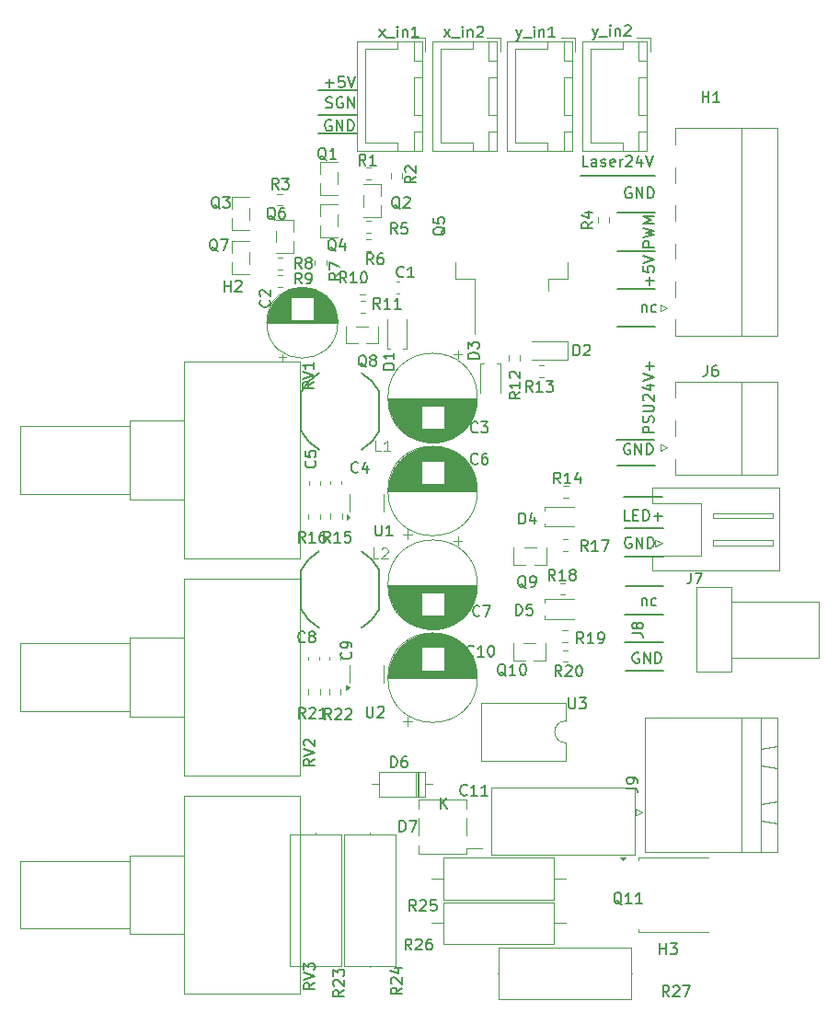
<source format=gbr>
%TF.GenerationSoftware,KiCad,Pcbnew,7.0.11-7.0.11~ubuntu22.04.1*%
%TF.CreationDate,2024-03-11T04:50:29+03:00*%
%TF.ProjectId,MSConn,4d53436f-6e6e-42e6-9b69-6361645f7063,rev?*%
%TF.SameCoordinates,PX5f5e100PY5f5e100*%
%TF.FileFunction,Legend,Top*%
%TF.FilePolarity,Positive*%
%FSLAX46Y46*%
G04 Gerber Fmt 4.6, Leading zero omitted, Abs format (unit mm)*
G04 Created by KiCad (PCBNEW 7.0.11-7.0.11~ubuntu22.04.1) date 2024-03-11 04:50:29*
%MOMM*%
%LPD*%
G01*
G04 APERTURE LIST*
%ADD10C,0.150000*%
%ADD11C,0.100000*%
%ADD12C,0.120000*%
G04 APERTURE END LIST*
D10*
X42700000Y35500000D02*
X39200000Y35500000D01*
X42000000Y49200000D02*
X38500000Y49200000D01*
X42690000Y43450000D02*
X39190000Y43450000D01*
X41900000Y51600000D02*
X38400000Y51600000D01*
X42000000Y75900000D02*
X35100000Y75900000D01*
X11000000Y81500000D02*
X14500000Y81500000D01*
X42700000Y33000000D02*
X39200000Y33000000D01*
X42750000Y38110000D02*
X39250000Y38110000D01*
X42003153Y68981350D02*
X38503153Y68981350D01*
X42750000Y30310000D02*
X39250000Y30310000D01*
X42000000Y62000000D02*
X38500000Y62000000D01*
X42000000Y72500000D02*
X38500000Y72500000D01*
X42600000Y46300000D02*
X39100000Y46300000D01*
X11000000Y83800000D02*
X14500000Y83800000D01*
X11000000Y79800000D02*
X14500000Y79800000D01*
X42000000Y65500000D02*
X38500000Y65500000D01*
X42700000Y40800000D02*
X39200000Y40800000D01*
X35812969Y76730181D02*
X35336779Y76730181D01*
X35336779Y76730181D02*
X35336779Y77730181D01*
X36574874Y76730181D02*
X36574874Y77253991D01*
X36574874Y77253991D02*
X36527255Y77349229D01*
X36527255Y77349229D02*
X36432017Y77396848D01*
X36432017Y77396848D02*
X36241541Y77396848D01*
X36241541Y77396848D02*
X36146303Y77349229D01*
X36574874Y76777800D02*
X36479636Y76730181D01*
X36479636Y76730181D02*
X36241541Y76730181D01*
X36241541Y76730181D02*
X36146303Y76777800D01*
X36146303Y76777800D02*
X36098684Y76873039D01*
X36098684Y76873039D02*
X36098684Y76968277D01*
X36098684Y76968277D02*
X36146303Y77063515D01*
X36146303Y77063515D02*
X36241541Y77111134D01*
X36241541Y77111134D02*
X36479636Y77111134D01*
X36479636Y77111134D02*
X36574874Y77158753D01*
X37003446Y76777800D02*
X37098684Y76730181D01*
X37098684Y76730181D02*
X37289160Y76730181D01*
X37289160Y76730181D02*
X37384398Y76777800D01*
X37384398Y76777800D02*
X37432017Y76873039D01*
X37432017Y76873039D02*
X37432017Y76920658D01*
X37432017Y76920658D02*
X37384398Y77015896D01*
X37384398Y77015896D02*
X37289160Y77063515D01*
X37289160Y77063515D02*
X37146303Y77063515D01*
X37146303Y77063515D02*
X37051065Y77111134D01*
X37051065Y77111134D02*
X37003446Y77206372D01*
X37003446Y77206372D02*
X37003446Y77253991D01*
X37003446Y77253991D02*
X37051065Y77349229D01*
X37051065Y77349229D02*
X37146303Y77396848D01*
X37146303Y77396848D02*
X37289160Y77396848D01*
X37289160Y77396848D02*
X37384398Y77349229D01*
X38241541Y76777800D02*
X38146303Y76730181D01*
X38146303Y76730181D02*
X37955827Y76730181D01*
X37955827Y76730181D02*
X37860589Y76777800D01*
X37860589Y76777800D02*
X37812970Y76873039D01*
X37812970Y76873039D02*
X37812970Y77253991D01*
X37812970Y77253991D02*
X37860589Y77349229D01*
X37860589Y77349229D02*
X37955827Y77396848D01*
X37955827Y77396848D02*
X38146303Y77396848D01*
X38146303Y77396848D02*
X38241541Y77349229D01*
X38241541Y77349229D02*
X38289160Y77253991D01*
X38289160Y77253991D02*
X38289160Y77158753D01*
X38289160Y77158753D02*
X37812970Y77063515D01*
X38717732Y76730181D02*
X38717732Y77396848D01*
X38717732Y77206372D02*
X38765351Y77301610D01*
X38765351Y77301610D02*
X38812970Y77349229D01*
X38812970Y77349229D02*
X38908208Y77396848D01*
X38908208Y77396848D02*
X39003446Y77396848D01*
X39289161Y77634943D02*
X39336780Y77682562D01*
X39336780Y77682562D02*
X39432018Y77730181D01*
X39432018Y77730181D02*
X39670113Y77730181D01*
X39670113Y77730181D02*
X39765351Y77682562D01*
X39765351Y77682562D02*
X39812970Y77634943D01*
X39812970Y77634943D02*
X39860589Y77539705D01*
X39860589Y77539705D02*
X39860589Y77444467D01*
X39860589Y77444467D02*
X39812970Y77301610D01*
X39812970Y77301610D02*
X39241542Y76730181D01*
X39241542Y76730181D02*
X39860589Y76730181D01*
X40717732Y77396848D02*
X40717732Y76730181D01*
X40479637Y77777800D02*
X40241542Y77063515D01*
X40241542Y77063515D02*
X40860589Y77063515D01*
X41098685Y77730181D02*
X41432018Y76730181D01*
X41432018Y76730181D02*
X41765351Y77730181D01*
X40736779Y36996848D02*
X40736779Y36330181D01*
X40736779Y36901610D02*
X40784398Y36949229D01*
X40784398Y36949229D02*
X40879636Y36996848D01*
X40879636Y36996848D02*
X41022493Y36996848D01*
X41022493Y36996848D02*
X41117731Y36949229D01*
X41117731Y36949229D02*
X41165350Y36853991D01*
X41165350Y36853991D02*
X41165350Y36330181D01*
X42070112Y36377800D02*
X41974874Y36330181D01*
X41974874Y36330181D02*
X41784398Y36330181D01*
X41784398Y36330181D02*
X41689160Y36377800D01*
X41689160Y36377800D02*
X41641541Y36425420D01*
X41641541Y36425420D02*
X41593922Y36520658D01*
X41593922Y36520658D02*
X41593922Y36806372D01*
X41593922Y36806372D02*
X41641541Y36901610D01*
X41641541Y36901610D02*
X41689160Y36949229D01*
X41689160Y36949229D02*
X41784398Y36996848D01*
X41784398Y36996848D02*
X41974874Y36996848D01*
X41974874Y36996848D02*
X42070112Y36949229D01*
X41872972Y69318130D02*
X40872972Y69318130D01*
X40872972Y69318130D02*
X40872972Y69699082D01*
X40872972Y69699082D02*
X40920591Y69794320D01*
X40920591Y69794320D02*
X40968210Y69841939D01*
X40968210Y69841939D02*
X41063448Y69889558D01*
X41063448Y69889558D02*
X41206305Y69889558D01*
X41206305Y69889558D02*
X41301543Y69841939D01*
X41301543Y69841939D02*
X41349162Y69794320D01*
X41349162Y69794320D02*
X41396781Y69699082D01*
X41396781Y69699082D02*
X41396781Y69318130D01*
X40872972Y70222892D02*
X41872972Y70460987D01*
X41872972Y70460987D02*
X41158686Y70651463D01*
X41158686Y70651463D02*
X41872972Y70841939D01*
X41872972Y70841939D02*
X40872972Y71080034D01*
X41872972Y71460987D02*
X40872972Y71460987D01*
X40872972Y71460987D02*
X41587257Y71794320D01*
X41587257Y71794320D02*
X40872972Y72127653D01*
X40872972Y72127653D02*
X41872972Y72127653D01*
X39760588Y74782562D02*
X39665350Y74830181D01*
X39665350Y74830181D02*
X39522493Y74830181D01*
X39522493Y74830181D02*
X39379636Y74782562D01*
X39379636Y74782562D02*
X39284398Y74687324D01*
X39284398Y74687324D02*
X39236779Y74592086D01*
X39236779Y74592086D02*
X39189160Y74401610D01*
X39189160Y74401610D02*
X39189160Y74258753D01*
X39189160Y74258753D02*
X39236779Y74068277D01*
X39236779Y74068277D02*
X39284398Y73973039D01*
X39284398Y73973039D02*
X39379636Y73877800D01*
X39379636Y73877800D02*
X39522493Y73830181D01*
X39522493Y73830181D02*
X39617731Y73830181D01*
X39617731Y73830181D02*
X39760588Y73877800D01*
X39760588Y73877800D02*
X39808207Y73925420D01*
X39808207Y73925420D02*
X39808207Y74258753D01*
X39808207Y74258753D02*
X39617731Y74258753D01*
X40236779Y73830181D02*
X40236779Y74830181D01*
X40236779Y74830181D02*
X40808207Y73830181D01*
X40808207Y73830181D02*
X40808207Y74830181D01*
X41284398Y73830181D02*
X41284398Y74830181D01*
X41284398Y74830181D02*
X41522493Y74830181D01*
X41522493Y74830181D02*
X41665350Y74782562D01*
X41665350Y74782562D02*
X41760588Y74687324D01*
X41760588Y74687324D02*
X41808207Y74592086D01*
X41808207Y74592086D02*
X41855826Y74401610D01*
X41855826Y74401610D02*
X41855826Y74258753D01*
X41855826Y74258753D02*
X41808207Y74068277D01*
X41808207Y74068277D02*
X41760588Y73973039D01*
X41760588Y73973039D02*
X41665350Y73877800D01*
X41665350Y73877800D02*
X41522493Y73830181D01*
X41522493Y73830181D02*
X41284398Y73830181D01*
X39760588Y42582562D02*
X39665350Y42630181D01*
X39665350Y42630181D02*
X39522493Y42630181D01*
X39522493Y42630181D02*
X39379636Y42582562D01*
X39379636Y42582562D02*
X39284398Y42487324D01*
X39284398Y42487324D02*
X39236779Y42392086D01*
X39236779Y42392086D02*
X39189160Y42201610D01*
X39189160Y42201610D02*
X39189160Y42058753D01*
X39189160Y42058753D02*
X39236779Y41868277D01*
X39236779Y41868277D02*
X39284398Y41773039D01*
X39284398Y41773039D02*
X39379636Y41677800D01*
X39379636Y41677800D02*
X39522493Y41630181D01*
X39522493Y41630181D02*
X39617731Y41630181D01*
X39617731Y41630181D02*
X39760588Y41677800D01*
X39760588Y41677800D02*
X39808207Y41725420D01*
X39808207Y41725420D02*
X39808207Y42058753D01*
X39808207Y42058753D02*
X39617731Y42058753D01*
X40236779Y41630181D02*
X40236779Y42630181D01*
X40236779Y42630181D02*
X40808207Y41630181D01*
X40808207Y41630181D02*
X40808207Y42630181D01*
X41284398Y41630181D02*
X41284398Y42630181D01*
X41284398Y42630181D02*
X41522493Y42630181D01*
X41522493Y42630181D02*
X41665350Y42582562D01*
X41665350Y42582562D02*
X41760588Y42487324D01*
X41760588Y42487324D02*
X41808207Y42392086D01*
X41808207Y42392086D02*
X41855826Y42201610D01*
X41855826Y42201610D02*
X41855826Y42058753D01*
X41855826Y42058753D02*
X41808207Y41868277D01*
X41808207Y41868277D02*
X41760588Y41773039D01*
X41760588Y41773039D02*
X41665350Y41677800D01*
X41665350Y41677800D02*
X41522493Y41630181D01*
X41522493Y41630181D02*
X41284398Y41630181D01*
X12160588Y80982562D02*
X12065350Y81030181D01*
X12065350Y81030181D02*
X11922493Y81030181D01*
X11922493Y81030181D02*
X11779636Y80982562D01*
X11779636Y80982562D02*
X11684398Y80887324D01*
X11684398Y80887324D02*
X11636779Y80792086D01*
X11636779Y80792086D02*
X11589160Y80601610D01*
X11589160Y80601610D02*
X11589160Y80458753D01*
X11589160Y80458753D02*
X11636779Y80268277D01*
X11636779Y80268277D02*
X11684398Y80173039D01*
X11684398Y80173039D02*
X11779636Y80077800D01*
X11779636Y80077800D02*
X11922493Y80030181D01*
X11922493Y80030181D02*
X12017731Y80030181D01*
X12017731Y80030181D02*
X12160588Y80077800D01*
X12160588Y80077800D02*
X12208207Y80125420D01*
X12208207Y80125420D02*
X12208207Y80458753D01*
X12208207Y80458753D02*
X12017731Y80458753D01*
X12636779Y80030181D02*
X12636779Y81030181D01*
X12636779Y81030181D02*
X13208207Y80030181D01*
X13208207Y80030181D02*
X13208207Y81030181D01*
X13684398Y80030181D02*
X13684398Y81030181D01*
X13684398Y81030181D02*
X13922493Y81030181D01*
X13922493Y81030181D02*
X14065350Y80982562D01*
X14065350Y80982562D02*
X14160588Y80887324D01*
X14160588Y80887324D02*
X14208207Y80792086D01*
X14208207Y80792086D02*
X14255826Y80601610D01*
X14255826Y80601610D02*
X14255826Y80458753D01*
X14255826Y80458753D02*
X14208207Y80268277D01*
X14208207Y80268277D02*
X14160588Y80173039D01*
X14160588Y80173039D02*
X14065350Y80077800D01*
X14065350Y80077800D02*
X13922493Y80030181D01*
X13922493Y80030181D02*
X13684398Y80030181D01*
X11689160Y82177800D02*
X11832017Y82130181D01*
X11832017Y82130181D02*
X12070112Y82130181D01*
X12070112Y82130181D02*
X12165350Y82177800D01*
X12165350Y82177800D02*
X12212969Y82225420D01*
X12212969Y82225420D02*
X12260588Y82320658D01*
X12260588Y82320658D02*
X12260588Y82415896D01*
X12260588Y82415896D02*
X12212969Y82511134D01*
X12212969Y82511134D02*
X12165350Y82558753D01*
X12165350Y82558753D02*
X12070112Y82606372D01*
X12070112Y82606372D02*
X11879636Y82653991D01*
X11879636Y82653991D02*
X11784398Y82701610D01*
X11784398Y82701610D02*
X11736779Y82749229D01*
X11736779Y82749229D02*
X11689160Y82844467D01*
X11689160Y82844467D02*
X11689160Y82939705D01*
X11689160Y82939705D02*
X11736779Y83034943D01*
X11736779Y83034943D02*
X11784398Y83082562D01*
X11784398Y83082562D02*
X11879636Y83130181D01*
X11879636Y83130181D02*
X12117731Y83130181D01*
X12117731Y83130181D02*
X12260588Y83082562D01*
X13212969Y83082562D02*
X13117731Y83130181D01*
X13117731Y83130181D02*
X12974874Y83130181D01*
X12974874Y83130181D02*
X12832017Y83082562D01*
X12832017Y83082562D02*
X12736779Y82987324D01*
X12736779Y82987324D02*
X12689160Y82892086D01*
X12689160Y82892086D02*
X12641541Y82701610D01*
X12641541Y82701610D02*
X12641541Y82558753D01*
X12641541Y82558753D02*
X12689160Y82368277D01*
X12689160Y82368277D02*
X12736779Y82273039D01*
X12736779Y82273039D02*
X12832017Y82177800D01*
X12832017Y82177800D02*
X12974874Y82130181D01*
X12974874Y82130181D02*
X13070112Y82130181D01*
X13070112Y82130181D02*
X13212969Y82177800D01*
X13212969Y82177800D02*
X13260588Y82225420D01*
X13260588Y82225420D02*
X13260588Y82558753D01*
X13260588Y82558753D02*
X13070112Y82558753D01*
X13689160Y82130181D02*
X13689160Y83130181D01*
X13689160Y83130181D02*
X14260588Y82130181D01*
X14260588Y82130181D02*
X14260588Y83130181D01*
X39660588Y51182562D02*
X39565350Y51230181D01*
X39565350Y51230181D02*
X39422493Y51230181D01*
X39422493Y51230181D02*
X39279636Y51182562D01*
X39279636Y51182562D02*
X39184398Y51087324D01*
X39184398Y51087324D02*
X39136779Y50992086D01*
X39136779Y50992086D02*
X39089160Y50801610D01*
X39089160Y50801610D02*
X39089160Y50658753D01*
X39089160Y50658753D02*
X39136779Y50468277D01*
X39136779Y50468277D02*
X39184398Y50373039D01*
X39184398Y50373039D02*
X39279636Y50277800D01*
X39279636Y50277800D02*
X39422493Y50230181D01*
X39422493Y50230181D02*
X39517731Y50230181D01*
X39517731Y50230181D02*
X39660588Y50277800D01*
X39660588Y50277800D02*
X39708207Y50325420D01*
X39708207Y50325420D02*
X39708207Y50658753D01*
X39708207Y50658753D02*
X39517731Y50658753D01*
X40136779Y50230181D02*
X40136779Y51230181D01*
X40136779Y51230181D02*
X40708207Y50230181D01*
X40708207Y50230181D02*
X40708207Y51230181D01*
X41184398Y50230181D02*
X41184398Y51230181D01*
X41184398Y51230181D02*
X41422493Y51230181D01*
X41422493Y51230181D02*
X41565350Y51182562D01*
X41565350Y51182562D02*
X41660588Y51087324D01*
X41660588Y51087324D02*
X41708207Y50992086D01*
X41708207Y50992086D02*
X41755826Y50801610D01*
X41755826Y50801610D02*
X41755826Y50658753D01*
X41755826Y50658753D02*
X41708207Y50468277D01*
X41708207Y50468277D02*
X41660588Y50373039D01*
X41660588Y50373039D02*
X41565350Y50277800D01*
X41565350Y50277800D02*
X41422493Y50230181D01*
X41422493Y50230181D02*
X41184398Y50230181D01*
X40736779Y63996848D02*
X40736779Y63330181D01*
X40736779Y63901610D02*
X40784398Y63949229D01*
X40784398Y63949229D02*
X40879636Y63996848D01*
X40879636Y63996848D02*
X41022493Y63996848D01*
X41022493Y63996848D02*
X41117731Y63949229D01*
X41117731Y63949229D02*
X41165350Y63853991D01*
X41165350Y63853991D02*
X41165350Y63330181D01*
X42070112Y63377800D02*
X41974874Y63330181D01*
X41974874Y63330181D02*
X41784398Y63330181D01*
X41784398Y63330181D02*
X41689160Y63377800D01*
X41689160Y63377800D02*
X41641541Y63425420D01*
X41641541Y63425420D02*
X41593922Y63520658D01*
X41593922Y63520658D02*
X41593922Y63806372D01*
X41593922Y63806372D02*
X41641541Y63901610D01*
X41641541Y63901610D02*
X41689160Y63949229D01*
X41689160Y63949229D02*
X41784398Y63996848D01*
X41784398Y63996848D02*
X41974874Y63996848D01*
X41974874Y63996848D02*
X42070112Y63949229D01*
X41488866Y65836780D02*
X41488866Y66598684D01*
X41869819Y66217732D02*
X41107914Y66217732D01*
X40869819Y67551065D02*
X40869819Y67074875D01*
X40869819Y67074875D02*
X41346009Y67027256D01*
X41346009Y67027256D02*
X41298390Y67074875D01*
X41298390Y67074875D02*
X41250771Y67170113D01*
X41250771Y67170113D02*
X41250771Y67408208D01*
X41250771Y67408208D02*
X41298390Y67503446D01*
X41298390Y67503446D02*
X41346009Y67551065D01*
X41346009Y67551065D02*
X41441247Y67598684D01*
X41441247Y67598684D02*
X41679342Y67598684D01*
X41679342Y67598684D02*
X41774580Y67551065D01*
X41774580Y67551065D02*
X41822200Y67503446D01*
X41822200Y67503446D02*
X41869819Y67408208D01*
X41869819Y67408208D02*
X41869819Y67170113D01*
X41869819Y67170113D02*
X41822200Y67074875D01*
X41822200Y67074875D02*
X41774580Y67027256D01*
X40869819Y67884399D02*
X41869819Y68217732D01*
X41869819Y68217732D02*
X40869819Y68551065D01*
X40460588Y31982562D02*
X40365350Y32030181D01*
X40365350Y32030181D02*
X40222493Y32030181D01*
X40222493Y32030181D02*
X40079636Y31982562D01*
X40079636Y31982562D02*
X39984398Y31887324D01*
X39984398Y31887324D02*
X39936779Y31792086D01*
X39936779Y31792086D02*
X39889160Y31601610D01*
X39889160Y31601610D02*
X39889160Y31458753D01*
X39889160Y31458753D02*
X39936779Y31268277D01*
X39936779Y31268277D02*
X39984398Y31173039D01*
X39984398Y31173039D02*
X40079636Y31077800D01*
X40079636Y31077800D02*
X40222493Y31030181D01*
X40222493Y31030181D02*
X40317731Y31030181D01*
X40317731Y31030181D02*
X40460588Y31077800D01*
X40460588Y31077800D02*
X40508207Y31125420D01*
X40508207Y31125420D02*
X40508207Y31458753D01*
X40508207Y31458753D02*
X40317731Y31458753D01*
X40936779Y31030181D02*
X40936779Y32030181D01*
X40936779Y32030181D02*
X41508207Y31030181D01*
X41508207Y31030181D02*
X41508207Y32030181D01*
X41984398Y31030181D02*
X41984398Y32030181D01*
X41984398Y32030181D02*
X42222493Y32030181D01*
X42222493Y32030181D02*
X42365350Y31982562D01*
X42365350Y31982562D02*
X42460588Y31887324D01*
X42460588Y31887324D02*
X42508207Y31792086D01*
X42508207Y31792086D02*
X42555826Y31601610D01*
X42555826Y31601610D02*
X42555826Y31458753D01*
X42555826Y31458753D02*
X42508207Y31268277D01*
X42508207Y31268277D02*
X42460588Y31173039D01*
X42460588Y31173039D02*
X42365350Y31077800D01*
X42365350Y31077800D02*
X42222493Y31030181D01*
X42222493Y31030181D02*
X41984398Y31030181D01*
X11636779Y84411134D02*
X12398684Y84411134D01*
X12017731Y84030181D02*
X12017731Y84792086D01*
X13351064Y85030181D02*
X12874874Y85030181D01*
X12874874Y85030181D02*
X12827255Y84553991D01*
X12827255Y84553991D02*
X12874874Y84601610D01*
X12874874Y84601610D02*
X12970112Y84649229D01*
X12970112Y84649229D02*
X13208207Y84649229D01*
X13208207Y84649229D02*
X13303445Y84601610D01*
X13303445Y84601610D02*
X13351064Y84553991D01*
X13351064Y84553991D02*
X13398683Y84458753D01*
X13398683Y84458753D02*
X13398683Y84220658D01*
X13398683Y84220658D02*
X13351064Y84125420D01*
X13351064Y84125420D02*
X13303445Y84077800D01*
X13303445Y84077800D02*
X13208207Y84030181D01*
X13208207Y84030181D02*
X12970112Y84030181D01*
X12970112Y84030181D02*
X12874874Y84077800D01*
X12874874Y84077800D02*
X12827255Y84125420D01*
X13684398Y85030181D02*
X14017731Y84030181D01*
X14017731Y84030181D02*
X14351064Y85030181D01*
X19954819Y75833334D02*
X19478628Y75500001D01*
X19954819Y75261906D02*
X18954819Y75261906D01*
X18954819Y75261906D02*
X18954819Y75642858D01*
X18954819Y75642858D02*
X19002438Y75738096D01*
X19002438Y75738096D02*
X19050057Y75785715D01*
X19050057Y75785715D02*
X19145295Y75833334D01*
X19145295Y75833334D02*
X19288152Y75833334D01*
X19288152Y75833334D02*
X19383390Y75785715D01*
X19383390Y75785715D02*
X19431009Y75738096D01*
X19431009Y75738096D02*
X19478628Y75642858D01*
X19478628Y75642858D02*
X19478628Y75261906D01*
X19050057Y76214287D02*
X19002438Y76261906D01*
X19002438Y76261906D02*
X18954819Y76357144D01*
X18954819Y76357144D02*
X18954819Y76595239D01*
X18954819Y76595239D02*
X19002438Y76690477D01*
X19002438Y76690477D02*
X19050057Y76738096D01*
X19050057Y76738096D02*
X19145295Y76785715D01*
X19145295Y76785715D02*
X19240533Y76785715D01*
X19240533Y76785715D02*
X19383390Y76738096D01*
X19383390Y76738096D02*
X19954819Y76166668D01*
X19954819Y76166668D02*
X19954819Y76785715D01*
X12954819Y66933334D02*
X12478628Y66600001D01*
X12954819Y66361906D02*
X11954819Y66361906D01*
X11954819Y66361906D02*
X11954819Y66742858D01*
X11954819Y66742858D02*
X12002438Y66838096D01*
X12002438Y66838096D02*
X12050057Y66885715D01*
X12050057Y66885715D02*
X12145295Y66933334D01*
X12145295Y66933334D02*
X12288152Y66933334D01*
X12288152Y66933334D02*
X12383390Y66885715D01*
X12383390Y66885715D02*
X12431009Y66838096D01*
X12431009Y66838096D02*
X12478628Y66742858D01*
X12478628Y66742858D02*
X12478628Y66361906D01*
X11954819Y67266668D02*
X11954819Y67933334D01*
X11954819Y67933334D02*
X12954819Y67504763D01*
X10541666Y56904762D02*
X10065475Y56571429D01*
X10541666Y56333334D02*
X9541666Y56333334D01*
X9541666Y56333334D02*
X9541666Y56714286D01*
X9541666Y56714286D02*
X9589285Y56809524D01*
X9589285Y56809524D02*
X9636904Y56857143D01*
X9636904Y56857143D02*
X9732142Y56904762D01*
X9732142Y56904762D02*
X9874999Y56904762D01*
X9874999Y56904762D02*
X9970237Y56857143D01*
X9970237Y56857143D02*
X10017856Y56809524D01*
X10017856Y56809524D02*
X10065475Y56714286D01*
X10065475Y56714286D02*
X10065475Y56333334D01*
X9541666Y57190477D02*
X10541666Y57523810D01*
X10541666Y57523810D02*
X9541666Y57857143D01*
X10541666Y58714286D02*
X10541666Y58142858D01*
X10541666Y58428572D02*
X9541666Y58428572D01*
X9541666Y58428572D02*
X9684523Y58333334D01*
X9684523Y58333334D02*
X9779761Y58238096D01*
X9779761Y58238096D02*
X9827380Y58142858D01*
X46338095Y82645181D02*
X46338095Y83645181D01*
X46338095Y83168991D02*
X46909523Y83168991D01*
X46909523Y82645181D02*
X46909523Y83645181D01*
X47909523Y82645181D02*
X47338095Y82645181D01*
X47623809Y82645181D02*
X47623809Y83645181D01*
X47623809Y83645181D02*
X47528571Y83502324D01*
X47528571Y83502324D02*
X47433333Y83407086D01*
X47433333Y83407086D02*
X47338095Y83359467D01*
X18504761Y72849943D02*
X18409523Y72897562D01*
X18409523Y72897562D02*
X18314285Y72992800D01*
X18314285Y72992800D02*
X18171428Y73135658D01*
X18171428Y73135658D02*
X18076190Y73183277D01*
X18076190Y73183277D02*
X17980952Y73183277D01*
X18028571Y72945181D02*
X17933333Y72992800D01*
X17933333Y72992800D02*
X17838095Y73088039D01*
X17838095Y73088039D02*
X17790476Y73278515D01*
X17790476Y73278515D02*
X17790476Y73611848D01*
X17790476Y73611848D02*
X17838095Y73802324D01*
X17838095Y73802324D02*
X17933333Y73897562D01*
X17933333Y73897562D02*
X18028571Y73945181D01*
X18028571Y73945181D02*
X18219047Y73945181D01*
X18219047Y73945181D02*
X18314285Y73897562D01*
X18314285Y73897562D02*
X18409523Y73802324D01*
X18409523Y73802324D02*
X18457142Y73611848D01*
X18457142Y73611848D02*
X18457142Y73278515D01*
X18457142Y73278515D02*
X18409523Y73088039D01*
X18409523Y73088039D02*
X18314285Y72992800D01*
X18314285Y72992800D02*
X18219047Y72945181D01*
X18219047Y72945181D02*
X18028571Y72945181D01*
X18838095Y73849943D02*
X18885714Y73897562D01*
X18885714Y73897562D02*
X18980952Y73945181D01*
X18980952Y73945181D02*
X19219047Y73945181D01*
X19219047Y73945181D02*
X19314285Y73897562D01*
X19314285Y73897562D02*
X19361904Y73849943D01*
X19361904Y73849943D02*
X19409523Y73754705D01*
X19409523Y73754705D02*
X19409523Y73659467D01*
X19409523Y73659467D02*
X19361904Y73516610D01*
X19361904Y73516610D02*
X18790476Y72945181D01*
X18790476Y72945181D02*
X19409523Y72945181D01*
X34461905Y59345181D02*
X34461905Y60345181D01*
X34461905Y60345181D02*
X34700000Y60345181D01*
X34700000Y60345181D02*
X34842857Y60297562D01*
X34842857Y60297562D02*
X34938095Y60202324D01*
X34938095Y60202324D02*
X34985714Y60107086D01*
X34985714Y60107086D02*
X35033333Y59916610D01*
X35033333Y59916610D02*
X35033333Y59773753D01*
X35033333Y59773753D02*
X34985714Y59583277D01*
X34985714Y59583277D02*
X34938095Y59488039D01*
X34938095Y59488039D02*
X34842857Y59392800D01*
X34842857Y59392800D02*
X34700000Y59345181D01*
X34700000Y59345181D02*
X34461905Y59345181D01*
X35414286Y60249943D02*
X35461905Y60297562D01*
X35461905Y60297562D02*
X35557143Y60345181D01*
X35557143Y60345181D02*
X35795238Y60345181D01*
X35795238Y60345181D02*
X35890476Y60297562D01*
X35890476Y60297562D02*
X35938095Y60249943D01*
X35938095Y60249943D02*
X35985714Y60154705D01*
X35985714Y60154705D02*
X35985714Y60059467D01*
X35985714Y60059467D02*
X35938095Y59916610D01*
X35938095Y59916610D02*
X35366667Y59345181D01*
X35366667Y59345181D02*
X35985714Y59345181D01*
X9433333Y67345181D02*
X9100000Y67821372D01*
X8861905Y67345181D02*
X8861905Y68345181D01*
X8861905Y68345181D02*
X9242857Y68345181D01*
X9242857Y68345181D02*
X9338095Y68297562D01*
X9338095Y68297562D02*
X9385714Y68249943D01*
X9385714Y68249943D02*
X9433333Y68154705D01*
X9433333Y68154705D02*
X9433333Y68011848D01*
X9433333Y68011848D02*
X9385714Y67916610D01*
X9385714Y67916610D02*
X9338095Y67868991D01*
X9338095Y67868991D02*
X9242857Y67821372D01*
X9242857Y67821372D02*
X8861905Y67821372D01*
X10004762Y67916610D02*
X9909524Y67964229D01*
X9909524Y67964229D02*
X9861905Y68011848D01*
X9861905Y68011848D02*
X9814286Y68107086D01*
X9814286Y68107086D02*
X9814286Y68154705D01*
X9814286Y68154705D02*
X9861905Y68249943D01*
X9861905Y68249943D02*
X9909524Y68297562D01*
X9909524Y68297562D02*
X10004762Y68345181D01*
X10004762Y68345181D02*
X10195238Y68345181D01*
X10195238Y68345181D02*
X10290476Y68297562D01*
X10290476Y68297562D02*
X10338095Y68249943D01*
X10338095Y68249943D02*
X10385714Y68154705D01*
X10385714Y68154705D02*
X10385714Y68107086D01*
X10385714Y68107086D02*
X10338095Y68011848D01*
X10338095Y68011848D02*
X10290476Y67964229D01*
X10290476Y67964229D02*
X10195238Y67916610D01*
X10195238Y67916610D02*
X10004762Y67916610D01*
X10004762Y67916610D02*
X9909524Y67868991D01*
X9909524Y67868991D02*
X9861905Y67821372D01*
X9861905Y67821372D02*
X9814286Y67726134D01*
X9814286Y67726134D02*
X9814286Y67535658D01*
X9814286Y67535658D02*
X9861905Y67440420D01*
X9861905Y67440420D02*
X9909524Y67392800D01*
X9909524Y67392800D02*
X10004762Y67345181D01*
X10004762Y67345181D02*
X10195238Y67345181D01*
X10195238Y67345181D02*
X10290476Y67392800D01*
X10290476Y67392800D02*
X10338095Y67440420D01*
X10338095Y67440420D02*
X10385714Y67535658D01*
X10385714Y67535658D02*
X10385714Y67726134D01*
X10385714Y67726134D02*
X10338095Y67821372D01*
X10338095Y67821372D02*
X10290476Y67868991D01*
X10290476Y67868991D02*
X10195238Y67916610D01*
X35369642Y32863831D02*
X35036309Y33340022D01*
X34798214Y32863831D02*
X34798214Y33863831D01*
X34798214Y33863831D02*
X35179166Y33863831D01*
X35179166Y33863831D02*
X35274404Y33816212D01*
X35274404Y33816212D02*
X35322023Y33768593D01*
X35322023Y33768593D02*
X35369642Y33673355D01*
X35369642Y33673355D02*
X35369642Y33530498D01*
X35369642Y33530498D02*
X35322023Y33435260D01*
X35322023Y33435260D02*
X35274404Y33387641D01*
X35274404Y33387641D02*
X35179166Y33340022D01*
X35179166Y33340022D02*
X34798214Y33340022D01*
X36322023Y32863831D02*
X35750595Y32863831D01*
X36036309Y32863831D02*
X36036309Y33863831D01*
X36036309Y33863831D02*
X35941071Y33720974D01*
X35941071Y33720974D02*
X35845833Y33625736D01*
X35845833Y33625736D02*
X35750595Y33578117D01*
X36798214Y32863831D02*
X36988690Y32863831D01*
X36988690Y32863831D02*
X37083928Y32911450D01*
X37083928Y32911450D02*
X37131547Y32959070D01*
X37131547Y32959070D02*
X37226785Y33101927D01*
X37226785Y33101927D02*
X37274404Y33292403D01*
X37274404Y33292403D02*
X37274404Y33673355D01*
X37274404Y33673355D02*
X37226785Y33768593D01*
X37226785Y33768593D02*
X37179166Y33816212D01*
X37179166Y33816212D02*
X37083928Y33863831D01*
X37083928Y33863831D02*
X36893452Y33863831D01*
X36893452Y33863831D02*
X36798214Y33816212D01*
X36798214Y33816212D02*
X36750595Y33768593D01*
X36750595Y33768593D02*
X36702976Y33673355D01*
X36702976Y33673355D02*
X36702976Y33435260D01*
X36702976Y33435260D02*
X36750595Y33340022D01*
X36750595Y33340022D02*
X36798214Y33292403D01*
X36798214Y33292403D02*
X36893452Y33244784D01*
X36893452Y33244784D02*
X37083928Y33244784D01*
X37083928Y33244784D02*
X37179166Y33292403D01*
X37179166Y33292403D02*
X37226785Y33340022D01*
X37226785Y33340022D02*
X37274404Y33435260D01*
X15404761Y58287443D02*
X15309523Y58335062D01*
X15309523Y58335062D02*
X15214285Y58430300D01*
X15214285Y58430300D02*
X15071428Y58573158D01*
X15071428Y58573158D02*
X14976190Y58620777D01*
X14976190Y58620777D02*
X14880952Y58620777D01*
X14928571Y58382681D02*
X14833333Y58430300D01*
X14833333Y58430300D02*
X14738095Y58525539D01*
X14738095Y58525539D02*
X14690476Y58716015D01*
X14690476Y58716015D02*
X14690476Y59049348D01*
X14690476Y59049348D02*
X14738095Y59239824D01*
X14738095Y59239824D02*
X14833333Y59335062D01*
X14833333Y59335062D02*
X14928571Y59382681D01*
X14928571Y59382681D02*
X15119047Y59382681D01*
X15119047Y59382681D02*
X15214285Y59335062D01*
X15214285Y59335062D02*
X15309523Y59239824D01*
X15309523Y59239824D02*
X15357142Y59049348D01*
X15357142Y59049348D02*
X15357142Y58716015D01*
X15357142Y58716015D02*
X15309523Y58525539D01*
X15309523Y58525539D02*
X15214285Y58430300D01*
X15214285Y58430300D02*
X15119047Y58382681D01*
X15119047Y58382681D02*
X14928571Y58382681D01*
X15928571Y58954110D02*
X15833333Y59001729D01*
X15833333Y59001729D02*
X15785714Y59049348D01*
X15785714Y59049348D02*
X15738095Y59144586D01*
X15738095Y59144586D02*
X15738095Y59192205D01*
X15738095Y59192205D02*
X15785714Y59287443D01*
X15785714Y59287443D02*
X15833333Y59335062D01*
X15833333Y59335062D02*
X15928571Y59382681D01*
X15928571Y59382681D02*
X16119047Y59382681D01*
X16119047Y59382681D02*
X16214285Y59335062D01*
X16214285Y59335062D02*
X16261904Y59287443D01*
X16261904Y59287443D02*
X16309523Y59192205D01*
X16309523Y59192205D02*
X16309523Y59144586D01*
X16309523Y59144586D02*
X16261904Y59049348D01*
X16261904Y59049348D02*
X16214285Y59001729D01*
X16214285Y59001729D02*
X16119047Y58954110D01*
X16119047Y58954110D02*
X15928571Y58954110D01*
X15928571Y58954110D02*
X15833333Y58906491D01*
X15833333Y58906491D02*
X15785714Y58858872D01*
X15785714Y58858872D02*
X15738095Y58763634D01*
X15738095Y58763634D02*
X15738095Y58573158D01*
X15738095Y58573158D02*
X15785714Y58477920D01*
X15785714Y58477920D02*
X15833333Y58430300D01*
X15833333Y58430300D02*
X15928571Y58382681D01*
X15928571Y58382681D02*
X16119047Y58382681D01*
X16119047Y58382681D02*
X16214285Y58430300D01*
X16214285Y58430300D02*
X16261904Y58477920D01*
X16261904Y58477920D02*
X16309523Y58573158D01*
X16309523Y58573158D02*
X16309523Y58763634D01*
X16309523Y58763634D02*
X16261904Y58858872D01*
X16261904Y58858872D02*
X16214285Y58906491D01*
X16214285Y58906491D02*
X16119047Y58954110D01*
X25257142Y31740420D02*
X25209523Y31692800D01*
X25209523Y31692800D02*
X25066666Y31645181D01*
X25066666Y31645181D02*
X24971428Y31645181D01*
X24971428Y31645181D02*
X24828571Y31692800D01*
X24828571Y31692800D02*
X24733333Y31788039D01*
X24733333Y31788039D02*
X24685714Y31883277D01*
X24685714Y31883277D02*
X24638095Y32073753D01*
X24638095Y32073753D02*
X24638095Y32216610D01*
X24638095Y32216610D02*
X24685714Y32407086D01*
X24685714Y32407086D02*
X24733333Y32502324D01*
X24733333Y32502324D02*
X24828571Y32597562D01*
X24828571Y32597562D02*
X24971428Y32645181D01*
X24971428Y32645181D02*
X25066666Y32645181D01*
X25066666Y32645181D02*
X25209523Y32597562D01*
X25209523Y32597562D02*
X25257142Y32549943D01*
X26209523Y31645181D02*
X25638095Y31645181D01*
X25923809Y31645181D02*
X25923809Y32645181D01*
X25923809Y32645181D02*
X25828571Y32502324D01*
X25828571Y32502324D02*
X25733333Y32407086D01*
X25733333Y32407086D02*
X25638095Y32359467D01*
X26828571Y32645181D02*
X26923809Y32645181D01*
X26923809Y32645181D02*
X27019047Y32597562D01*
X27019047Y32597562D02*
X27066666Y32549943D01*
X27066666Y32549943D02*
X27114285Y32454705D01*
X27114285Y32454705D02*
X27161904Y32264229D01*
X27161904Y32264229D02*
X27161904Y32026134D01*
X27161904Y32026134D02*
X27114285Y31835658D01*
X27114285Y31835658D02*
X27066666Y31740420D01*
X27066666Y31740420D02*
X27019047Y31692800D01*
X27019047Y31692800D02*
X26923809Y31645181D01*
X26923809Y31645181D02*
X26828571Y31645181D01*
X26828571Y31645181D02*
X26733333Y31692800D01*
X26733333Y31692800D02*
X26685714Y31740420D01*
X26685714Y31740420D02*
X26638095Y31835658D01*
X26638095Y31835658D02*
X26590476Y32026134D01*
X26590476Y32026134D02*
X26590476Y32264229D01*
X26590476Y32264229D02*
X26638095Y32454705D01*
X26638095Y32454705D02*
X26685714Y32549943D01*
X26685714Y32549943D02*
X26733333Y32597562D01*
X26733333Y32597562D02*
X26828571Y32645181D01*
X28228571Y29849943D02*
X28133333Y29897562D01*
X28133333Y29897562D02*
X28038095Y29992800D01*
X28038095Y29992800D02*
X27895238Y30135658D01*
X27895238Y30135658D02*
X27800000Y30183277D01*
X27800000Y30183277D02*
X27704762Y30183277D01*
X27752381Y29945181D02*
X27657143Y29992800D01*
X27657143Y29992800D02*
X27561905Y30088039D01*
X27561905Y30088039D02*
X27514286Y30278515D01*
X27514286Y30278515D02*
X27514286Y30611848D01*
X27514286Y30611848D02*
X27561905Y30802324D01*
X27561905Y30802324D02*
X27657143Y30897562D01*
X27657143Y30897562D02*
X27752381Y30945181D01*
X27752381Y30945181D02*
X27942857Y30945181D01*
X27942857Y30945181D02*
X28038095Y30897562D01*
X28038095Y30897562D02*
X28133333Y30802324D01*
X28133333Y30802324D02*
X28180952Y30611848D01*
X28180952Y30611848D02*
X28180952Y30278515D01*
X28180952Y30278515D02*
X28133333Y30088039D01*
X28133333Y30088039D02*
X28038095Y29992800D01*
X28038095Y29992800D02*
X27942857Y29945181D01*
X27942857Y29945181D02*
X27752381Y29945181D01*
X29133333Y29945181D02*
X28561905Y29945181D01*
X28847619Y29945181D02*
X28847619Y30945181D01*
X28847619Y30945181D02*
X28752381Y30802324D01*
X28752381Y30802324D02*
X28657143Y30707086D01*
X28657143Y30707086D02*
X28561905Y30659467D01*
X29752381Y30945181D02*
X29847619Y30945181D01*
X29847619Y30945181D02*
X29942857Y30897562D01*
X29942857Y30897562D02*
X29990476Y30849943D01*
X29990476Y30849943D02*
X30038095Y30754705D01*
X30038095Y30754705D02*
X30085714Y30564229D01*
X30085714Y30564229D02*
X30085714Y30326134D01*
X30085714Y30326134D02*
X30038095Y30135658D01*
X30038095Y30135658D02*
X29990476Y30040420D01*
X29990476Y30040420D02*
X29942857Y29992800D01*
X29942857Y29992800D02*
X29847619Y29945181D01*
X29847619Y29945181D02*
X29752381Y29945181D01*
X29752381Y29945181D02*
X29657143Y29992800D01*
X29657143Y29992800D02*
X29609524Y30040420D01*
X29609524Y30040420D02*
X29561905Y30135658D01*
X29561905Y30135658D02*
X29514286Y30326134D01*
X29514286Y30326134D02*
X29514286Y30564229D01*
X29514286Y30564229D02*
X29561905Y30754705D01*
X29561905Y30754705D02*
X29609524Y30849943D01*
X29609524Y30849943D02*
X29657143Y30897562D01*
X29657143Y30897562D02*
X29752381Y30945181D01*
X33257142Y47576531D02*
X32923809Y48052722D01*
X32685714Y47576531D02*
X32685714Y48576531D01*
X32685714Y48576531D02*
X33066666Y48576531D01*
X33066666Y48576531D02*
X33161904Y48528912D01*
X33161904Y48528912D02*
X33209523Y48481293D01*
X33209523Y48481293D02*
X33257142Y48386055D01*
X33257142Y48386055D02*
X33257142Y48243198D01*
X33257142Y48243198D02*
X33209523Y48147960D01*
X33209523Y48147960D02*
X33161904Y48100341D01*
X33161904Y48100341D02*
X33066666Y48052722D01*
X33066666Y48052722D02*
X32685714Y48052722D01*
X34209523Y47576531D02*
X33638095Y47576531D01*
X33923809Y47576531D02*
X33923809Y48576531D01*
X33923809Y48576531D02*
X33828571Y48433674D01*
X33828571Y48433674D02*
X33733333Y48338436D01*
X33733333Y48338436D02*
X33638095Y48290817D01*
X35066666Y48243198D02*
X35066666Y47576531D01*
X34828571Y48624150D02*
X34590476Y47909865D01*
X34590476Y47909865D02*
X35209523Y47909865D01*
X18461905Y15545181D02*
X18461905Y16545181D01*
X18461905Y16545181D02*
X18700000Y16545181D01*
X18700000Y16545181D02*
X18842857Y16497562D01*
X18842857Y16497562D02*
X18938095Y16402324D01*
X18938095Y16402324D02*
X18985714Y16307086D01*
X18985714Y16307086D02*
X19033333Y16116610D01*
X19033333Y16116610D02*
X19033333Y15973753D01*
X19033333Y15973753D02*
X18985714Y15783277D01*
X18985714Y15783277D02*
X18938095Y15688039D01*
X18938095Y15688039D02*
X18842857Y15592800D01*
X18842857Y15592800D02*
X18700000Y15545181D01*
X18700000Y15545181D02*
X18461905Y15545181D01*
X19366667Y16545181D02*
X20033333Y16545181D01*
X20033333Y16545181D02*
X19604762Y15545181D01*
X24657142Y18940420D02*
X24609523Y18892800D01*
X24609523Y18892800D02*
X24466666Y18845181D01*
X24466666Y18845181D02*
X24371428Y18845181D01*
X24371428Y18845181D02*
X24228571Y18892800D01*
X24228571Y18892800D02*
X24133333Y18988039D01*
X24133333Y18988039D02*
X24085714Y19083277D01*
X24085714Y19083277D02*
X24038095Y19273753D01*
X24038095Y19273753D02*
X24038095Y19416610D01*
X24038095Y19416610D02*
X24085714Y19607086D01*
X24085714Y19607086D02*
X24133333Y19702324D01*
X24133333Y19702324D02*
X24228571Y19797562D01*
X24228571Y19797562D02*
X24371428Y19845181D01*
X24371428Y19845181D02*
X24466666Y19845181D01*
X24466666Y19845181D02*
X24609523Y19797562D01*
X24609523Y19797562D02*
X24657142Y19749943D01*
X25609523Y18845181D02*
X25038095Y18845181D01*
X25323809Y18845181D02*
X25323809Y19845181D01*
X25323809Y19845181D02*
X25228571Y19702324D01*
X25228571Y19702324D02*
X25133333Y19607086D01*
X25133333Y19607086D02*
X25038095Y19559467D01*
X26561904Y18845181D02*
X25990476Y18845181D01*
X26276190Y18845181D02*
X26276190Y19845181D01*
X26276190Y19845181D02*
X26180952Y19702324D01*
X26180952Y19702324D02*
X26085714Y19607086D01*
X26085714Y19607086D02*
X25990476Y19559467D01*
X32757142Y38645181D02*
X32423809Y39121372D01*
X32185714Y38645181D02*
X32185714Y39645181D01*
X32185714Y39645181D02*
X32566666Y39645181D01*
X32566666Y39645181D02*
X32661904Y39597562D01*
X32661904Y39597562D02*
X32709523Y39549943D01*
X32709523Y39549943D02*
X32757142Y39454705D01*
X32757142Y39454705D02*
X32757142Y39311848D01*
X32757142Y39311848D02*
X32709523Y39216610D01*
X32709523Y39216610D02*
X32661904Y39168991D01*
X32661904Y39168991D02*
X32566666Y39121372D01*
X32566666Y39121372D02*
X32185714Y39121372D01*
X33709523Y38645181D02*
X33138095Y38645181D01*
X33423809Y38645181D02*
X33423809Y39645181D01*
X33423809Y39645181D02*
X33328571Y39502324D01*
X33328571Y39502324D02*
X33233333Y39407086D01*
X33233333Y39407086D02*
X33138095Y39359467D01*
X34280952Y39216610D02*
X34185714Y39264229D01*
X34185714Y39264229D02*
X34138095Y39311848D01*
X34138095Y39311848D02*
X34090476Y39407086D01*
X34090476Y39407086D02*
X34090476Y39454705D01*
X34090476Y39454705D02*
X34138095Y39549943D01*
X34138095Y39549943D02*
X34185714Y39597562D01*
X34185714Y39597562D02*
X34280952Y39645181D01*
X34280952Y39645181D02*
X34471428Y39645181D01*
X34471428Y39645181D02*
X34566666Y39597562D01*
X34566666Y39597562D02*
X34614285Y39549943D01*
X34614285Y39549943D02*
X34661904Y39454705D01*
X34661904Y39454705D02*
X34661904Y39407086D01*
X34661904Y39407086D02*
X34614285Y39311848D01*
X34614285Y39311848D02*
X34566666Y39264229D01*
X34566666Y39264229D02*
X34471428Y39216610D01*
X34471428Y39216610D02*
X34280952Y39216610D01*
X34280952Y39216610D02*
X34185714Y39168991D01*
X34185714Y39168991D02*
X34138095Y39121372D01*
X34138095Y39121372D02*
X34090476Y39026134D01*
X34090476Y39026134D02*
X34090476Y38835658D01*
X34090476Y38835658D02*
X34138095Y38740420D01*
X34138095Y38740420D02*
X34185714Y38692800D01*
X34185714Y38692800D02*
X34280952Y38645181D01*
X34280952Y38645181D02*
X34471428Y38645181D01*
X34471428Y38645181D02*
X34566666Y38692800D01*
X34566666Y38692800D02*
X34614285Y38740420D01*
X34614285Y38740420D02*
X34661904Y38835658D01*
X34661904Y38835658D02*
X34661904Y39026134D01*
X34661904Y39026134D02*
X34614285Y39121372D01*
X34614285Y39121372D02*
X34566666Y39168991D01*
X34566666Y39168991D02*
X34471428Y39216610D01*
X17954819Y58061906D02*
X16954819Y58061906D01*
X16954819Y58061906D02*
X16954819Y58300001D01*
X16954819Y58300001D02*
X17002438Y58442858D01*
X17002438Y58442858D02*
X17097676Y58538096D01*
X17097676Y58538096D02*
X17192914Y58585715D01*
X17192914Y58585715D02*
X17383390Y58633334D01*
X17383390Y58633334D02*
X17526247Y58633334D01*
X17526247Y58633334D02*
X17716723Y58585715D01*
X17716723Y58585715D02*
X17811961Y58538096D01*
X17811961Y58538096D02*
X17907200Y58442858D01*
X17907200Y58442858D02*
X17954819Y58300001D01*
X17954819Y58300001D02*
X17954819Y58061906D01*
X17954819Y59585715D02*
X17954819Y59014287D01*
X17954819Y59300001D02*
X16954819Y59300001D01*
X16954819Y59300001D02*
X17097676Y59204763D01*
X17097676Y59204763D02*
X17192914Y59109525D01*
X17192914Y59109525D02*
X17240533Y59014287D01*
X36214286Y89411848D02*
X36452381Y88745181D01*
X36690476Y89411848D02*
X36452381Y88745181D01*
X36452381Y88745181D02*
X36357143Y88507086D01*
X36357143Y88507086D02*
X36309524Y88459467D01*
X36309524Y88459467D02*
X36214286Y88411848D01*
X36833334Y88649943D02*
X37595238Y88649943D01*
X37833334Y88745181D02*
X37833334Y89411848D01*
X37833334Y89745181D02*
X37785715Y89697562D01*
X37785715Y89697562D02*
X37833334Y89649943D01*
X37833334Y89649943D02*
X37880953Y89697562D01*
X37880953Y89697562D02*
X37833334Y89745181D01*
X37833334Y89745181D02*
X37833334Y89649943D01*
X38309524Y89411848D02*
X38309524Y88745181D01*
X38309524Y89316610D02*
X38357143Y89364229D01*
X38357143Y89364229D02*
X38452381Y89411848D01*
X38452381Y89411848D02*
X38595238Y89411848D01*
X38595238Y89411848D02*
X38690476Y89364229D01*
X38690476Y89364229D02*
X38738095Y89268991D01*
X38738095Y89268991D02*
X38738095Y88745181D01*
X39166667Y89649943D02*
X39214286Y89697562D01*
X39214286Y89697562D02*
X39309524Y89745181D01*
X39309524Y89745181D02*
X39547619Y89745181D01*
X39547619Y89745181D02*
X39642857Y89697562D01*
X39642857Y89697562D02*
X39690476Y89649943D01*
X39690476Y89649943D02*
X39738095Y89554705D01*
X39738095Y89554705D02*
X39738095Y89459467D01*
X39738095Y89459467D02*
X39690476Y89316610D01*
X39690476Y89316610D02*
X39119048Y88745181D01*
X39119048Y88745181D02*
X39738095Y88745181D01*
X7004761Y71849943D02*
X6909523Y71897562D01*
X6909523Y71897562D02*
X6814285Y71992800D01*
X6814285Y71992800D02*
X6671428Y72135658D01*
X6671428Y72135658D02*
X6576190Y72183277D01*
X6576190Y72183277D02*
X6480952Y72183277D01*
X6528571Y71945181D02*
X6433333Y71992800D01*
X6433333Y71992800D02*
X6338095Y72088039D01*
X6338095Y72088039D02*
X6290476Y72278515D01*
X6290476Y72278515D02*
X6290476Y72611848D01*
X6290476Y72611848D02*
X6338095Y72802324D01*
X6338095Y72802324D02*
X6433333Y72897562D01*
X6433333Y72897562D02*
X6528571Y72945181D01*
X6528571Y72945181D02*
X6719047Y72945181D01*
X6719047Y72945181D02*
X6814285Y72897562D01*
X6814285Y72897562D02*
X6909523Y72802324D01*
X6909523Y72802324D02*
X6957142Y72611848D01*
X6957142Y72611848D02*
X6957142Y72278515D01*
X6957142Y72278515D02*
X6909523Y72088039D01*
X6909523Y72088039D02*
X6814285Y71992800D01*
X6814285Y71992800D02*
X6719047Y71945181D01*
X6719047Y71945181D02*
X6528571Y71945181D01*
X7814285Y72945181D02*
X7623809Y72945181D01*
X7623809Y72945181D02*
X7528571Y72897562D01*
X7528571Y72897562D02*
X7480952Y72849943D01*
X7480952Y72849943D02*
X7385714Y72707086D01*
X7385714Y72707086D02*
X7338095Y72516610D01*
X7338095Y72516610D02*
X7338095Y72135658D01*
X7338095Y72135658D02*
X7385714Y72040420D01*
X7385714Y72040420D02*
X7433333Y71992800D01*
X7433333Y71992800D02*
X7528571Y71945181D01*
X7528571Y71945181D02*
X7719047Y71945181D01*
X7719047Y71945181D02*
X7814285Y71992800D01*
X7814285Y71992800D02*
X7861904Y72040420D01*
X7861904Y72040420D02*
X7909523Y72135658D01*
X7909523Y72135658D02*
X7909523Y72373753D01*
X7909523Y72373753D02*
X7861904Y72468991D01*
X7861904Y72468991D02*
X7814285Y72516610D01*
X7814285Y72516610D02*
X7719047Y72564229D01*
X7719047Y72564229D02*
X7528571Y72564229D01*
X7528571Y72564229D02*
X7433333Y72516610D01*
X7433333Y72516610D02*
X7385714Y72468991D01*
X7385714Y72468991D02*
X7338095Y72373753D01*
X33357142Y29845181D02*
X33023809Y30321372D01*
X32785714Y29845181D02*
X32785714Y30845181D01*
X32785714Y30845181D02*
X33166666Y30845181D01*
X33166666Y30845181D02*
X33261904Y30797562D01*
X33261904Y30797562D02*
X33309523Y30749943D01*
X33309523Y30749943D02*
X33357142Y30654705D01*
X33357142Y30654705D02*
X33357142Y30511848D01*
X33357142Y30511848D02*
X33309523Y30416610D01*
X33309523Y30416610D02*
X33261904Y30368991D01*
X33261904Y30368991D02*
X33166666Y30321372D01*
X33166666Y30321372D02*
X32785714Y30321372D01*
X33738095Y30749943D02*
X33785714Y30797562D01*
X33785714Y30797562D02*
X33880952Y30845181D01*
X33880952Y30845181D02*
X34119047Y30845181D01*
X34119047Y30845181D02*
X34214285Y30797562D01*
X34214285Y30797562D02*
X34261904Y30749943D01*
X34261904Y30749943D02*
X34309523Y30654705D01*
X34309523Y30654705D02*
X34309523Y30559467D01*
X34309523Y30559467D02*
X34261904Y30416610D01*
X34261904Y30416610D02*
X33690476Y29845181D01*
X33690476Y29845181D02*
X34309523Y29845181D01*
X34928571Y30845181D02*
X35023809Y30845181D01*
X35023809Y30845181D02*
X35119047Y30797562D01*
X35119047Y30797562D02*
X35166666Y30749943D01*
X35166666Y30749943D02*
X35214285Y30654705D01*
X35214285Y30654705D02*
X35261904Y30464229D01*
X35261904Y30464229D02*
X35261904Y30226134D01*
X35261904Y30226134D02*
X35214285Y30035658D01*
X35214285Y30035658D02*
X35166666Y29940420D01*
X35166666Y29940420D02*
X35119047Y29892800D01*
X35119047Y29892800D02*
X35023809Y29845181D01*
X35023809Y29845181D02*
X34928571Y29845181D01*
X34928571Y29845181D02*
X34833333Y29892800D01*
X34833333Y29892800D02*
X34785714Y29940420D01*
X34785714Y29940420D02*
X34738095Y30035658D01*
X34738095Y30035658D02*
X34690476Y30226134D01*
X34690476Y30226134D02*
X34690476Y30464229D01*
X34690476Y30464229D02*
X34738095Y30654705D01*
X34738095Y30654705D02*
X34785714Y30749943D01*
X34785714Y30749943D02*
X34833333Y30797562D01*
X34833333Y30797562D02*
X34928571Y30845181D01*
X39354819Y19526667D02*
X40069104Y19526667D01*
X40069104Y19526667D02*
X40211961Y19479048D01*
X40211961Y19479048D02*
X40307200Y19383810D01*
X40307200Y19383810D02*
X40354819Y19240953D01*
X40354819Y19240953D02*
X40354819Y19145715D01*
X40354819Y20050477D02*
X40354819Y20240953D01*
X40354819Y20240953D02*
X40307200Y20336191D01*
X40307200Y20336191D02*
X40259580Y20383810D01*
X40259580Y20383810D02*
X40116723Y20479048D01*
X40116723Y20479048D02*
X39926247Y20526667D01*
X39926247Y20526667D02*
X39545295Y20526667D01*
X39545295Y20526667D02*
X39450057Y20479048D01*
X39450057Y20479048D02*
X39402438Y20431429D01*
X39402438Y20431429D02*
X39354819Y20336191D01*
X39354819Y20336191D02*
X39354819Y20145715D01*
X39354819Y20145715D02*
X39402438Y20050477D01*
X39402438Y20050477D02*
X39450057Y20002858D01*
X39450057Y20002858D02*
X39545295Y19955239D01*
X39545295Y19955239D02*
X39783390Y19955239D01*
X39783390Y19955239D02*
X39878628Y20002858D01*
X39878628Y20002858D02*
X39926247Y20050477D01*
X39926247Y20050477D02*
X39973866Y20145715D01*
X39973866Y20145715D02*
X39973866Y20336191D01*
X39973866Y20336191D02*
X39926247Y20431429D01*
X39926247Y20431429D02*
X39878628Y20479048D01*
X39878628Y20479048D02*
X39783390Y20526667D01*
X11704761Y77349943D02*
X11609523Y77397562D01*
X11609523Y77397562D02*
X11514285Y77492800D01*
X11514285Y77492800D02*
X11371428Y77635658D01*
X11371428Y77635658D02*
X11276190Y77683277D01*
X11276190Y77683277D02*
X11180952Y77683277D01*
X11228571Y77445181D02*
X11133333Y77492800D01*
X11133333Y77492800D02*
X11038095Y77588039D01*
X11038095Y77588039D02*
X10990476Y77778515D01*
X10990476Y77778515D02*
X10990476Y78111848D01*
X10990476Y78111848D02*
X11038095Y78302324D01*
X11038095Y78302324D02*
X11133333Y78397562D01*
X11133333Y78397562D02*
X11228571Y78445181D01*
X11228571Y78445181D02*
X11419047Y78445181D01*
X11419047Y78445181D02*
X11514285Y78397562D01*
X11514285Y78397562D02*
X11609523Y78302324D01*
X11609523Y78302324D02*
X11657142Y78111848D01*
X11657142Y78111848D02*
X11657142Y77778515D01*
X11657142Y77778515D02*
X11609523Y77588039D01*
X11609523Y77588039D02*
X11514285Y77492800D01*
X11514285Y77492800D02*
X11419047Y77445181D01*
X11419047Y77445181D02*
X11228571Y77445181D01*
X12609523Y77445181D02*
X12038095Y77445181D01*
X12323809Y77445181D02*
X12323809Y78445181D01*
X12323809Y78445181D02*
X12228571Y78302324D01*
X12228571Y78302324D02*
X12133333Y78207086D01*
X12133333Y78207086D02*
X12038095Y78159467D01*
X12157142Y25845181D02*
X11823809Y26321372D01*
X11585714Y25845181D02*
X11585714Y26845181D01*
X11585714Y26845181D02*
X11966666Y26845181D01*
X11966666Y26845181D02*
X12061904Y26797562D01*
X12061904Y26797562D02*
X12109523Y26749943D01*
X12109523Y26749943D02*
X12157142Y26654705D01*
X12157142Y26654705D02*
X12157142Y26511848D01*
X12157142Y26511848D02*
X12109523Y26416610D01*
X12109523Y26416610D02*
X12061904Y26368991D01*
X12061904Y26368991D02*
X11966666Y26321372D01*
X11966666Y26321372D02*
X11585714Y26321372D01*
X12538095Y26749943D02*
X12585714Y26797562D01*
X12585714Y26797562D02*
X12680952Y26845181D01*
X12680952Y26845181D02*
X12919047Y26845181D01*
X12919047Y26845181D02*
X13014285Y26797562D01*
X13014285Y26797562D02*
X13061904Y26749943D01*
X13061904Y26749943D02*
X13109523Y26654705D01*
X13109523Y26654705D02*
X13109523Y26559467D01*
X13109523Y26559467D02*
X13061904Y26416610D01*
X13061904Y26416610D02*
X12490476Y25845181D01*
X12490476Y25845181D02*
X13109523Y25845181D01*
X13490476Y26749943D02*
X13538095Y26797562D01*
X13538095Y26797562D02*
X13633333Y26845181D01*
X13633333Y26845181D02*
X13871428Y26845181D01*
X13871428Y26845181D02*
X13966666Y26797562D01*
X13966666Y26797562D02*
X14014285Y26749943D01*
X14014285Y26749943D02*
X14061904Y26654705D01*
X14061904Y26654705D02*
X14061904Y26559467D01*
X14061904Y26559467D02*
X14014285Y26416610D01*
X14014285Y26416610D02*
X13442857Y25845181D01*
X13442857Y25845181D02*
X14061904Y25845181D01*
X16657142Y63645181D02*
X16323809Y64121372D01*
X16085714Y63645181D02*
X16085714Y64645181D01*
X16085714Y64645181D02*
X16466666Y64645181D01*
X16466666Y64645181D02*
X16561904Y64597562D01*
X16561904Y64597562D02*
X16609523Y64549943D01*
X16609523Y64549943D02*
X16657142Y64454705D01*
X16657142Y64454705D02*
X16657142Y64311848D01*
X16657142Y64311848D02*
X16609523Y64216610D01*
X16609523Y64216610D02*
X16561904Y64168991D01*
X16561904Y64168991D02*
X16466666Y64121372D01*
X16466666Y64121372D02*
X16085714Y64121372D01*
X17609523Y63645181D02*
X17038095Y63645181D01*
X17323809Y63645181D02*
X17323809Y64645181D01*
X17323809Y64645181D02*
X17228571Y64502324D01*
X17228571Y64502324D02*
X17133333Y64407086D01*
X17133333Y64407086D02*
X17038095Y64359467D01*
X18561904Y63645181D02*
X17990476Y63645181D01*
X18276190Y63645181D02*
X18276190Y64645181D01*
X18276190Y64645181D02*
X18180952Y64502324D01*
X18180952Y64502324D02*
X18085714Y64407086D01*
X18085714Y64407086D02*
X17990476Y64359467D01*
X36224819Y71633334D02*
X35748628Y71300001D01*
X36224819Y71061906D02*
X35224819Y71061906D01*
X35224819Y71061906D02*
X35224819Y71442858D01*
X35224819Y71442858D02*
X35272438Y71538096D01*
X35272438Y71538096D02*
X35320057Y71585715D01*
X35320057Y71585715D02*
X35415295Y71633334D01*
X35415295Y71633334D02*
X35558152Y71633334D01*
X35558152Y71633334D02*
X35653390Y71585715D01*
X35653390Y71585715D02*
X35701009Y71538096D01*
X35701009Y71538096D02*
X35748628Y71442858D01*
X35748628Y71442858D02*
X35748628Y71061906D01*
X35558152Y72490477D02*
X36224819Y72490477D01*
X35177200Y72252382D02*
X35891485Y72014287D01*
X35891485Y72014287D02*
X35891485Y72633334D01*
X18233333Y70545181D02*
X17900000Y71021372D01*
X17661905Y70545181D02*
X17661905Y71545181D01*
X17661905Y71545181D02*
X18042857Y71545181D01*
X18042857Y71545181D02*
X18138095Y71497562D01*
X18138095Y71497562D02*
X18185714Y71449943D01*
X18185714Y71449943D02*
X18233333Y71354705D01*
X18233333Y71354705D02*
X18233333Y71211848D01*
X18233333Y71211848D02*
X18185714Y71116610D01*
X18185714Y71116610D02*
X18138095Y71068991D01*
X18138095Y71068991D02*
X18042857Y71021372D01*
X18042857Y71021372D02*
X17661905Y71021372D01*
X19138095Y71545181D02*
X18661905Y71545181D01*
X18661905Y71545181D02*
X18614286Y71068991D01*
X18614286Y71068991D02*
X18661905Y71116610D01*
X18661905Y71116610D02*
X18757143Y71164229D01*
X18757143Y71164229D02*
X18995238Y71164229D01*
X18995238Y71164229D02*
X19090476Y71116610D01*
X19090476Y71116610D02*
X19138095Y71068991D01*
X19138095Y71068991D02*
X19185714Y70973753D01*
X19185714Y70973753D02*
X19185714Y70735658D01*
X19185714Y70735658D02*
X19138095Y70640420D01*
X19138095Y70640420D02*
X19090476Y70592800D01*
X19090476Y70592800D02*
X18995238Y70545181D01*
X18995238Y70545181D02*
X18757143Y70545181D01*
X18757143Y70545181D02*
X18661905Y70592800D01*
X18661905Y70592800D02*
X18614286Y70640420D01*
X9757142Y42145181D02*
X9423809Y42621372D01*
X9185714Y42145181D02*
X9185714Y43145181D01*
X9185714Y43145181D02*
X9566666Y43145181D01*
X9566666Y43145181D02*
X9661904Y43097562D01*
X9661904Y43097562D02*
X9709523Y43049943D01*
X9709523Y43049943D02*
X9757142Y42954705D01*
X9757142Y42954705D02*
X9757142Y42811848D01*
X9757142Y42811848D02*
X9709523Y42716610D01*
X9709523Y42716610D02*
X9661904Y42668991D01*
X9661904Y42668991D02*
X9566666Y42621372D01*
X9566666Y42621372D02*
X9185714Y42621372D01*
X10709523Y42145181D02*
X10138095Y42145181D01*
X10423809Y42145181D02*
X10423809Y43145181D01*
X10423809Y43145181D02*
X10328571Y43002324D01*
X10328571Y43002324D02*
X10233333Y42907086D01*
X10233333Y42907086D02*
X10138095Y42859467D01*
X11566666Y43145181D02*
X11376190Y43145181D01*
X11376190Y43145181D02*
X11280952Y43097562D01*
X11280952Y43097562D02*
X11233333Y43049943D01*
X11233333Y43049943D02*
X11138095Y42907086D01*
X11138095Y42907086D02*
X11090476Y42716610D01*
X11090476Y42716610D02*
X11090476Y42335658D01*
X11090476Y42335658D02*
X11138095Y42240420D01*
X11138095Y42240420D02*
X11185714Y42192800D01*
X11185714Y42192800D02*
X11280952Y42145181D01*
X11280952Y42145181D02*
X11471428Y42145181D01*
X11471428Y42145181D02*
X11566666Y42192800D01*
X11566666Y42192800D02*
X11614285Y42240420D01*
X11614285Y42240420D02*
X11661904Y42335658D01*
X11661904Y42335658D02*
X11661904Y42573753D01*
X11661904Y42573753D02*
X11614285Y42668991D01*
X11614285Y42668991D02*
X11566666Y42716610D01*
X11566666Y42716610D02*
X11471428Y42764229D01*
X11471428Y42764229D02*
X11280952Y42764229D01*
X11280952Y42764229D02*
X11185714Y42716610D01*
X11185714Y42716610D02*
X11138095Y42668991D01*
X11138095Y42668991D02*
X11090476Y42573753D01*
X12604761Y68949943D02*
X12509523Y68997562D01*
X12509523Y68997562D02*
X12414285Y69092800D01*
X12414285Y69092800D02*
X12271428Y69235658D01*
X12271428Y69235658D02*
X12176190Y69283277D01*
X12176190Y69283277D02*
X12080952Y69283277D01*
X12128571Y69045181D02*
X12033333Y69092800D01*
X12033333Y69092800D02*
X11938095Y69188039D01*
X11938095Y69188039D02*
X11890476Y69378515D01*
X11890476Y69378515D02*
X11890476Y69711848D01*
X11890476Y69711848D02*
X11938095Y69902324D01*
X11938095Y69902324D02*
X12033333Y69997562D01*
X12033333Y69997562D02*
X12128571Y70045181D01*
X12128571Y70045181D02*
X12319047Y70045181D01*
X12319047Y70045181D02*
X12414285Y69997562D01*
X12414285Y69997562D02*
X12509523Y69902324D01*
X12509523Y69902324D02*
X12557142Y69711848D01*
X12557142Y69711848D02*
X12557142Y69378515D01*
X12557142Y69378515D02*
X12509523Y69188039D01*
X12509523Y69188039D02*
X12414285Y69092800D01*
X12414285Y69092800D02*
X12319047Y69045181D01*
X12319047Y69045181D02*
X12128571Y69045181D01*
X13414285Y69711848D02*
X13414285Y69045181D01*
X13176190Y70092800D02*
X12938095Y69378515D01*
X12938095Y69378515D02*
X13557142Y69378515D01*
X7295833Y74645181D02*
X6962500Y75121372D01*
X6724405Y74645181D02*
X6724405Y75645181D01*
X6724405Y75645181D02*
X7105357Y75645181D01*
X7105357Y75645181D02*
X7200595Y75597562D01*
X7200595Y75597562D02*
X7248214Y75549943D01*
X7248214Y75549943D02*
X7295833Y75454705D01*
X7295833Y75454705D02*
X7295833Y75311848D01*
X7295833Y75311848D02*
X7248214Y75216610D01*
X7248214Y75216610D02*
X7200595Y75168991D01*
X7200595Y75168991D02*
X7105357Y75121372D01*
X7105357Y75121372D02*
X6724405Y75121372D01*
X7629167Y75645181D02*
X8248214Y75645181D01*
X8248214Y75645181D02*
X7914881Y75264229D01*
X7914881Y75264229D02*
X8057738Y75264229D01*
X8057738Y75264229D02*
X8152976Y75216610D01*
X8152976Y75216610D02*
X8200595Y75168991D01*
X8200595Y75168991D02*
X8248214Y75073753D01*
X8248214Y75073753D02*
X8248214Y74835658D01*
X8248214Y74835658D02*
X8200595Y74740420D01*
X8200595Y74740420D02*
X8152976Y74692800D01*
X8152976Y74692800D02*
X8057738Y74645181D01*
X8057738Y74645181D02*
X7772024Y74645181D01*
X7772024Y74645181D02*
X7676786Y74692800D01*
X7676786Y74692800D02*
X7629167Y74740420D01*
X30668989Y56015181D02*
X30335656Y56491372D01*
X30097561Y56015181D02*
X30097561Y57015181D01*
X30097561Y57015181D02*
X30478513Y57015181D01*
X30478513Y57015181D02*
X30573751Y56967562D01*
X30573751Y56967562D02*
X30621370Y56919943D01*
X30621370Y56919943D02*
X30668989Y56824705D01*
X30668989Y56824705D02*
X30668989Y56681848D01*
X30668989Y56681848D02*
X30621370Y56586610D01*
X30621370Y56586610D02*
X30573751Y56538991D01*
X30573751Y56538991D02*
X30478513Y56491372D01*
X30478513Y56491372D02*
X30097561Y56491372D01*
X31621370Y56015181D02*
X31049942Y56015181D01*
X31335656Y56015181D02*
X31335656Y57015181D01*
X31335656Y57015181D02*
X31240418Y56872324D01*
X31240418Y56872324D02*
X31145180Y56777086D01*
X31145180Y56777086D02*
X31049942Y56729467D01*
X31954704Y57015181D02*
X32573751Y57015181D01*
X32573751Y57015181D02*
X32240418Y56634229D01*
X32240418Y56634229D02*
X32383275Y56634229D01*
X32383275Y56634229D02*
X32478513Y56586610D01*
X32478513Y56586610D02*
X32526132Y56538991D01*
X32526132Y56538991D02*
X32573751Y56443753D01*
X32573751Y56443753D02*
X32573751Y56205658D01*
X32573751Y56205658D02*
X32526132Y56110420D01*
X32526132Y56110420D02*
X32478513Y56062800D01*
X32478513Y56062800D02*
X32383275Y56015181D01*
X32383275Y56015181D02*
X32097561Y56015181D01*
X32097561Y56015181D02*
X32002323Y56062800D01*
X32002323Y56062800D02*
X31954704Y56110420D01*
X18833333Y66640420D02*
X18785714Y66592800D01*
X18785714Y66592800D02*
X18642857Y66545181D01*
X18642857Y66545181D02*
X18547619Y66545181D01*
X18547619Y66545181D02*
X18404762Y66592800D01*
X18404762Y66592800D02*
X18309524Y66688039D01*
X18309524Y66688039D02*
X18261905Y66783277D01*
X18261905Y66783277D02*
X18214286Y66973753D01*
X18214286Y66973753D02*
X18214286Y67116610D01*
X18214286Y67116610D02*
X18261905Y67307086D01*
X18261905Y67307086D02*
X18309524Y67402324D01*
X18309524Y67402324D02*
X18404762Y67497562D01*
X18404762Y67497562D02*
X18547619Y67545181D01*
X18547619Y67545181D02*
X18642857Y67545181D01*
X18642857Y67545181D02*
X18785714Y67497562D01*
X18785714Y67497562D02*
X18833333Y67449943D01*
X19785714Y66545181D02*
X19214286Y66545181D01*
X19500000Y66545181D02*
X19500000Y67545181D01*
X19500000Y67545181D02*
X19404762Y67402324D01*
X19404762Y67402324D02*
X19309524Y67307086D01*
X19309524Y67307086D02*
X19214286Y67259467D01*
X29161905Y35445181D02*
X29161905Y36445181D01*
X29161905Y36445181D02*
X29400000Y36445181D01*
X29400000Y36445181D02*
X29542857Y36397562D01*
X29542857Y36397562D02*
X29638095Y36302324D01*
X29638095Y36302324D02*
X29685714Y36207086D01*
X29685714Y36207086D02*
X29733333Y36016610D01*
X29733333Y36016610D02*
X29733333Y35873753D01*
X29733333Y35873753D02*
X29685714Y35683277D01*
X29685714Y35683277D02*
X29638095Y35588039D01*
X29638095Y35588039D02*
X29542857Y35492800D01*
X29542857Y35492800D02*
X29400000Y35445181D01*
X29400000Y35445181D02*
X29161905Y35445181D01*
X30638095Y36445181D02*
X30161905Y36445181D01*
X30161905Y36445181D02*
X30114286Y35968991D01*
X30114286Y35968991D02*
X30161905Y36016610D01*
X30161905Y36016610D02*
X30257143Y36064229D01*
X30257143Y36064229D02*
X30495238Y36064229D01*
X30495238Y36064229D02*
X30590476Y36016610D01*
X30590476Y36016610D02*
X30638095Y35968991D01*
X30638095Y35968991D02*
X30685714Y35873753D01*
X30685714Y35873753D02*
X30685714Y35635658D01*
X30685714Y35635658D02*
X30638095Y35540420D01*
X30638095Y35540420D02*
X30590476Y35492800D01*
X30590476Y35492800D02*
X30495238Y35445181D01*
X30495238Y35445181D02*
X30257143Y35445181D01*
X30257143Y35445181D02*
X30161905Y35492800D01*
X30161905Y35492800D02*
X30114286Y35540420D01*
X22590476Y88645181D02*
X23114285Y89311848D01*
X22590476Y89311848D02*
X23114285Y88645181D01*
X23257143Y88549943D02*
X24019047Y88549943D01*
X24257143Y88645181D02*
X24257143Y89311848D01*
X24257143Y89645181D02*
X24209524Y89597562D01*
X24209524Y89597562D02*
X24257143Y89549943D01*
X24257143Y89549943D02*
X24304762Y89597562D01*
X24304762Y89597562D02*
X24257143Y89645181D01*
X24257143Y89645181D02*
X24257143Y89549943D01*
X24733333Y89311848D02*
X24733333Y88645181D01*
X24733333Y89216610D02*
X24780952Y89264229D01*
X24780952Y89264229D02*
X24876190Y89311848D01*
X24876190Y89311848D02*
X25019047Y89311848D01*
X25019047Y89311848D02*
X25114285Y89264229D01*
X25114285Y89264229D02*
X25161904Y89168991D01*
X25161904Y89168991D02*
X25161904Y88645181D01*
X25590476Y89549943D02*
X25638095Y89597562D01*
X25638095Y89597562D02*
X25733333Y89645181D01*
X25733333Y89645181D02*
X25971428Y89645181D01*
X25971428Y89645181D02*
X26066666Y89597562D01*
X26066666Y89597562D02*
X26114285Y89549943D01*
X26114285Y89549943D02*
X26161904Y89454705D01*
X26161904Y89454705D02*
X26161904Y89359467D01*
X26161904Y89359467D02*
X26114285Y89216610D01*
X26114285Y89216610D02*
X25542857Y88645181D01*
X25542857Y88645181D02*
X26161904Y88645181D01*
X29461905Y43845181D02*
X29461905Y44845181D01*
X29461905Y44845181D02*
X29700000Y44845181D01*
X29700000Y44845181D02*
X29842857Y44797562D01*
X29842857Y44797562D02*
X29938095Y44702324D01*
X29938095Y44702324D02*
X29985714Y44607086D01*
X29985714Y44607086D02*
X30033333Y44416610D01*
X30033333Y44416610D02*
X30033333Y44273753D01*
X30033333Y44273753D02*
X29985714Y44083277D01*
X29985714Y44083277D02*
X29938095Y43988039D01*
X29938095Y43988039D02*
X29842857Y43892800D01*
X29842857Y43892800D02*
X29700000Y43845181D01*
X29700000Y43845181D02*
X29461905Y43845181D01*
X30890476Y44511848D02*
X30890476Y43845181D01*
X30652381Y44892800D02*
X30414286Y44178515D01*
X30414286Y44178515D02*
X31033333Y44178515D01*
X42424942Y4245181D02*
X42424942Y5245181D01*
X42424942Y4768991D02*
X42996370Y4768991D01*
X42996370Y4245181D02*
X42996370Y5245181D01*
X43377323Y5245181D02*
X43996370Y5245181D01*
X43996370Y5245181D02*
X43663037Y4864229D01*
X43663037Y4864229D02*
X43805894Y4864229D01*
X43805894Y4864229D02*
X43901132Y4816610D01*
X43901132Y4816610D02*
X43948751Y4768991D01*
X43948751Y4768991D02*
X43996370Y4673753D01*
X43996370Y4673753D02*
X43996370Y4435658D01*
X43996370Y4435658D02*
X43948751Y4340420D01*
X43948751Y4340420D02*
X43901132Y4292800D01*
X43901132Y4292800D02*
X43805894Y4245181D01*
X43805894Y4245181D02*
X43520180Y4245181D01*
X43520180Y4245181D02*
X43424942Y4292800D01*
X43424942Y4292800D02*
X43377323Y4340420D01*
X16238095Y43745181D02*
X16238095Y42935658D01*
X16238095Y42935658D02*
X16285714Y42840420D01*
X16285714Y42840420D02*
X16333333Y42792800D01*
X16333333Y42792800D02*
X16428571Y42745181D01*
X16428571Y42745181D02*
X16619047Y42745181D01*
X16619047Y42745181D02*
X16714285Y42792800D01*
X16714285Y42792800D02*
X16761904Y42840420D01*
X16761904Y42840420D02*
X16809523Y42935658D01*
X16809523Y42935658D02*
X16809523Y43745181D01*
X17809523Y42745181D02*
X17238095Y42745181D01*
X17523809Y42745181D02*
X17523809Y43745181D01*
X17523809Y43745181D02*
X17428571Y43602324D01*
X17428571Y43602324D02*
X17333333Y43507086D01*
X17333333Y43507086D02*
X17238095Y43459467D01*
X29214286Y89311848D02*
X29452381Y88645181D01*
X29690476Y89311848D02*
X29452381Y88645181D01*
X29452381Y88645181D02*
X29357143Y88407086D01*
X29357143Y88407086D02*
X29309524Y88359467D01*
X29309524Y88359467D02*
X29214286Y88311848D01*
X29833334Y88549943D02*
X30595238Y88549943D01*
X30833334Y88645181D02*
X30833334Y89311848D01*
X30833334Y89645181D02*
X30785715Y89597562D01*
X30785715Y89597562D02*
X30833334Y89549943D01*
X30833334Y89549943D02*
X30880953Y89597562D01*
X30880953Y89597562D02*
X30833334Y89645181D01*
X30833334Y89645181D02*
X30833334Y89549943D01*
X31309524Y89311848D02*
X31309524Y88645181D01*
X31309524Y89216610D02*
X31357143Y89264229D01*
X31357143Y89264229D02*
X31452381Y89311848D01*
X31452381Y89311848D02*
X31595238Y89311848D01*
X31595238Y89311848D02*
X31690476Y89264229D01*
X31690476Y89264229D02*
X31738095Y89168991D01*
X31738095Y89168991D02*
X31738095Y88645181D01*
X32738095Y88645181D02*
X32166667Y88645181D01*
X32452381Y88645181D02*
X32452381Y89645181D01*
X32452381Y89645181D02*
X32357143Y89502324D01*
X32357143Y89502324D02*
X32261905Y89407086D01*
X32261905Y89407086D02*
X32166667Y89359467D01*
X43257142Y345181D02*
X42923809Y821372D01*
X42685714Y345181D02*
X42685714Y1345181D01*
X42685714Y1345181D02*
X43066666Y1345181D01*
X43066666Y1345181D02*
X43161904Y1297562D01*
X43161904Y1297562D02*
X43209523Y1249943D01*
X43209523Y1249943D02*
X43257142Y1154705D01*
X43257142Y1154705D02*
X43257142Y1011848D01*
X43257142Y1011848D02*
X43209523Y916610D01*
X43209523Y916610D02*
X43161904Y868991D01*
X43161904Y868991D02*
X43066666Y821372D01*
X43066666Y821372D02*
X42685714Y821372D01*
X43638095Y1249943D02*
X43685714Y1297562D01*
X43685714Y1297562D02*
X43780952Y1345181D01*
X43780952Y1345181D02*
X44019047Y1345181D01*
X44019047Y1345181D02*
X44114285Y1297562D01*
X44114285Y1297562D02*
X44161904Y1249943D01*
X44161904Y1249943D02*
X44209523Y1154705D01*
X44209523Y1154705D02*
X44209523Y1059467D01*
X44209523Y1059467D02*
X44161904Y916610D01*
X44161904Y916610D02*
X43590476Y345181D01*
X43590476Y345181D02*
X44209523Y345181D01*
X44542857Y1345181D02*
X45209523Y1345181D01*
X45209523Y1345181D02*
X44780952Y345181D01*
X34038095Y27845181D02*
X34038095Y27035658D01*
X34038095Y27035658D02*
X34085714Y26940420D01*
X34085714Y26940420D02*
X34133333Y26892800D01*
X34133333Y26892800D02*
X34228571Y26845181D01*
X34228571Y26845181D02*
X34419047Y26845181D01*
X34419047Y26845181D02*
X34514285Y26892800D01*
X34514285Y26892800D02*
X34561904Y26940420D01*
X34561904Y26940420D02*
X34609523Y27035658D01*
X34609523Y27035658D02*
X34609523Y27845181D01*
X34990476Y27845181D02*
X35609523Y27845181D01*
X35609523Y27845181D02*
X35276190Y27464229D01*
X35276190Y27464229D02*
X35419047Y27464229D01*
X35419047Y27464229D02*
X35514285Y27416610D01*
X35514285Y27416610D02*
X35561904Y27368991D01*
X35561904Y27368991D02*
X35609523Y27273753D01*
X35609523Y27273753D02*
X35609523Y27035658D01*
X35609523Y27035658D02*
X35561904Y26940420D01*
X35561904Y26940420D02*
X35514285Y26892800D01*
X35514285Y26892800D02*
X35419047Y26845181D01*
X35419047Y26845181D02*
X35133333Y26845181D01*
X35133333Y26845181D02*
X35038095Y26892800D01*
X35038095Y26892800D02*
X34990476Y26940420D01*
X14633333Y48640420D02*
X14585714Y48592800D01*
X14585714Y48592800D02*
X14442857Y48545181D01*
X14442857Y48545181D02*
X14347619Y48545181D01*
X14347619Y48545181D02*
X14204762Y48592800D01*
X14204762Y48592800D02*
X14109524Y48688039D01*
X14109524Y48688039D02*
X14061905Y48783277D01*
X14061905Y48783277D02*
X14014286Y48973753D01*
X14014286Y48973753D02*
X14014286Y49116610D01*
X14014286Y49116610D02*
X14061905Y49307086D01*
X14061905Y49307086D02*
X14109524Y49402324D01*
X14109524Y49402324D02*
X14204762Y49497562D01*
X14204762Y49497562D02*
X14347619Y49545181D01*
X14347619Y49545181D02*
X14442857Y49545181D01*
X14442857Y49545181D02*
X14585714Y49497562D01*
X14585714Y49497562D02*
X14633333Y49449943D01*
X15490476Y49211848D02*
X15490476Y48545181D01*
X15252381Y49592800D02*
X15014286Y48878515D01*
X15014286Y48878515D02*
X15633333Y48878515D01*
X25833333Y35440420D02*
X25785714Y35392800D01*
X25785714Y35392800D02*
X25642857Y35345181D01*
X25642857Y35345181D02*
X25547619Y35345181D01*
X25547619Y35345181D02*
X25404762Y35392800D01*
X25404762Y35392800D02*
X25309524Y35488039D01*
X25309524Y35488039D02*
X25261905Y35583277D01*
X25261905Y35583277D02*
X25214286Y35773753D01*
X25214286Y35773753D02*
X25214286Y35916610D01*
X25214286Y35916610D02*
X25261905Y36107086D01*
X25261905Y36107086D02*
X25309524Y36202324D01*
X25309524Y36202324D02*
X25404762Y36297562D01*
X25404762Y36297562D02*
X25547619Y36345181D01*
X25547619Y36345181D02*
X25642857Y36345181D01*
X25642857Y36345181D02*
X25785714Y36297562D01*
X25785714Y36297562D02*
X25833333Y36249943D01*
X26166667Y36345181D02*
X26833333Y36345181D01*
X26833333Y36345181D02*
X26404762Y35345181D01*
X10641666Y22204762D02*
X10165475Y21871429D01*
X10641666Y21633334D02*
X9641666Y21633334D01*
X9641666Y21633334D02*
X9641666Y22014286D01*
X9641666Y22014286D02*
X9689285Y22109524D01*
X9689285Y22109524D02*
X9736904Y22157143D01*
X9736904Y22157143D02*
X9832142Y22204762D01*
X9832142Y22204762D02*
X9974999Y22204762D01*
X9974999Y22204762D02*
X10070237Y22157143D01*
X10070237Y22157143D02*
X10117856Y22109524D01*
X10117856Y22109524D02*
X10165475Y22014286D01*
X10165475Y22014286D02*
X10165475Y21633334D01*
X9641666Y22490477D02*
X10641666Y22823810D01*
X10641666Y22823810D02*
X9641666Y23157143D01*
X9736904Y23442858D02*
X9689285Y23490477D01*
X9689285Y23490477D02*
X9641666Y23585715D01*
X9641666Y23585715D02*
X9641666Y23823810D01*
X9641666Y23823810D02*
X9689285Y23919048D01*
X9689285Y23919048D02*
X9736904Y23966667D01*
X9736904Y23966667D02*
X9832142Y24014286D01*
X9832142Y24014286D02*
X9927380Y24014286D01*
X9927380Y24014286D02*
X10070237Y23966667D01*
X10070237Y23966667D02*
X10641666Y23395239D01*
X10641666Y23395239D02*
X10641666Y24014286D01*
X9733333Y33040420D02*
X9685714Y32992800D01*
X9685714Y32992800D02*
X9542857Y32945181D01*
X9542857Y32945181D02*
X9447619Y32945181D01*
X9447619Y32945181D02*
X9304762Y32992800D01*
X9304762Y32992800D02*
X9209524Y33088039D01*
X9209524Y33088039D02*
X9161905Y33183277D01*
X9161905Y33183277D02*
X9114286Y33373753D01*
X9114286Y33373753D02*
X9114286Y33516610D01*
X9114286Y33516610D02*
X9161905Y33707086D01*
X9161905Y33707086D02*
X9209524Y33802324D01*
X9209524Y33802324D02*
X9304762Y33897562D01*
X9304762Y33897562D02*
X9447619Y33945181D01*
X9447619Y33945181D02*
X9542857Y33945181D01*
X9542857Y33945181D02*
X9685714Y33897562D01*
X9685714Y33897562D02*
X9733333Y33849943D01*
X10304762Y33516610D02*
X10209524Y33564229D01*
X10209524Y33564229D02*
X10161905Y33611848D01*
X10161905Y33611848D02*
X10114286Y33707086D01*
X10114286Y33707086D02*
X10114286Y33754705D01*
X10114286Y33754705D02*
X10161905Y33849943D01*
X10161905Y33849943D02*
X10209524Y33897562D01*
X10209524Y33897562D02*
X10304762Y33945181D01*
X10304762Y33945181D02*
X10495238Y33945181D01*
X10495238Y33945181D02*
X10590476Y33897562D01*
X10590476Y33897562D02*
X10638095Y33849943D01*
X10638095Y33849943D02*
X10685714Y33754705D01*
X10685714Y33754705D02*
X10685714Y33707086D01*
X10685714Y33707086D02*
X10638095Y33611848D01*
X10638095Y33611848D02*
X10590476Y33564229D01*
X10590476Y33564229D02*
X10495238Y33516610D01*
X10495238Y33516610D02*
X10304762Y33516610D01*
X10304762Y33516610D02*
X10209524Y33468991D01*
X10209524Y33468991D02*
X10161905Y33421372D01*
X10161905Y33421372D02*
X10114286Y33326134D01*
X10114286Y33326134D02*
X10114286Y33135658D01*
X10114286Y33135658D02*
X10161905Y33040420D01*
X10161905Y33040420D02*
X10209524Y32992800D01*
X10209524Y32992800D02*
X10304762Y32945181D01*
X10304762Y32945181D02*
X10495238Y32945181D01*
X10495238Y32945181D02*
X10590476Y32992800D01*
X10590476Y32992800D02*
X10638095Y33040420D01*
X10638095Y33040420D02*
X10685714Y33135658D01*
X10685714Y33135658D02*
X10685714Y33326134D01*
X10685714Y33326134D02*
X10638095Y33421372D01*
X10638095Y33421372D02*
X10590476Y33468991D01*
X10590476Y33468991D02*
X10495238Y33516610D01*
D11*
X16733333Y50542581D02*
X16257143Y50542581D01*
X16257143Y50542581D02*
X16257143Y51542581D01*
X17590476Y50542581D02*
X17019048Y50542581D01*
X17304762Y50542581D02*
X17304762Y51542581D01*
X17304762Y51542581D02*
X17209524Y51399724D01*
X17209524Y51399724D02*
X17114286Y51304486D01*
X17114286Y51304486D02*
X17019048Y51256867D01*
D10*
X25633333Y52340420D02*
X25585714Y52292800D01*
X25585714Y52292800D02*
X25442857Y52245181D01*
X25442857Y52245181D02*
X25347619Y52245181D01*
X25347619Y52245181D02*
X25204762Y52292800D01*
X25204762Y52292800D02*
X25109524Y52388039D01*
X25109524Y52388039D02*
X25061905Y52483277D01*
X25061905Y52483277D02*
X25014286Y52673753D01*
X25014286Y52673753D02*
X25014286Y52816610D01*
X25014286Y52816610D02*
X25061905Y53007086D01*
X25061905Y53007086D02*
X25109524Y53102324D01*
X25109524Y53102324D02*
X25204762Y53197562D01*
X25204762Y53197562D02*
X25347619Y53245181D01*
X25347619Y53245181D02*
X25442857Y53245181D01*
X25442857Y53245181D02*
X25585714Y53197562D01*
X25585714Y53197562D02*
X25633333Y53149943D01*
X25966667Y53245181D02*
X26585714Y53245181D01*
X26585714Y53245181D02*
X26252381Y52864229D01*
X26252381Y52864229D02*
X26395238Y52864229D01*
X26395238Y52864229D02*
X26490476Y52816610D01*
X26490476Y52816610D02*
X26538095Y52768991D01*
X26538095Y52768991D02*
X26585714Y52673753D01*
X26585714Y52673753D02*
X26585714Y52435658D01*
X26585714Y52435658D02*
X26538095Y52340420D01*
X26538095Y52340420D02*
X26490476Y52292800D01*
X26490476Y52292800D02*
X26395238Y52245181D01*
X26395238Y52245181D02*
X26109524Y52245181D01*
X26109524Y52245181D02*
X26014286Y52292800D01*
X26014286Y52292800D02*
X25966667Y52340420D01*
X45266666Y39345181D02*
X45266666Y38630896D01*
X45266666Y38630896D02*
X45219047Y38488039D01*
X45219047Y38488039D02*
X45123809Y38392800D01*
X45123809Y38392800D02*
X44980952Y38345181D01*
X44980952Y38345181D02*
X44885714Y38345181D01*
X45647619Y39345181D02*
X46314285Y39345181D01*
X46314285Y39345181D02*
X45885714Y38345181D01*
X39638095Y44145181D02*
X39161905Y44145181D01*
X39161905Y44145181D02*
X39161905Y45145181D01*
X39971429Y44668991D02*
X40304762Y44668991D01*
X40447619Y44145181D02*
X39971429Y44145181D01*
X39971429Y44145181D02*
X39971429Y45145181D01*
X39971429Y45145181D02*
X40447619Y45145181D01*
X40876191Y44145181D02*
X40876191Y45145181D01*
X40876191Y45145181D02*
X41114286Y45145181D01*
X41114286Y45145181D02*
X41257143Y45097562D01*
X41257143Y45097562D02*
X41352381Y45002324D01*
X41352381Y45002324D02*
X41400000Y44907086D01*
X41400000Y44907086D02*
X41447619Y44716610D01*
X41447619Y44716610D02*
X41447619Y44573753D01*
X41447619Y44573753D02*
X41400000Y44383277D01*
X41400000Y44383277D02*
X41352381Y44288039D01*
X41352381Y44288039D02*
X41257143Y44192800D01*
X41257143Y44192800D02*
X41114286Y44145181D01*
X41114286Y44145181D02*
X40876191Y44145181D01*
X41876191Y44526134D02*
X42638096Y44526134D01*
X42257143Y44145181D02*
X42257143Y44907086D01*
X25754819Y59061906D02*
X24754819Y59061906D01*
X24754819Y59061906D02*
X24754819Y59300001D01*
X24754819Y59300001D02*
X24802438Y59442858D01*
X24802438Y59442858D02*
X24897676Y59538096D01*
X24897676Y59538096D02*
X24992914Y59585715D01*
X24992914Y59585715D02*
X25183390Y59633334D01*
X25183390Y59633334D02*
X25326247Y59633334D01*
X25326247Y59633334D02*
X25516723Y59585715D01*
X25516723Y59585715D02*
X25611961Y59538096D01*
X25611961Y59538096D02*
X25707200Y59442858D01*
X25707200Y59442858D02*
X25754819Y59300001D01*
X25754819Y59300001D02*
X25754819Y59061906D01*
X24754819Y59966668D02*
X24754819Y60585715D01*
X24754819Y60585715D02*
X25135771Y60252382D01*
X25135771Y60252382D02*
X25135771Y60395239D01*
X25135771Y60395239D02*
X25183390Y60490477D01*
X25183390Y60490477D02*
X25231009Y60538096D01*
X25231009Y60538096D02*
X25326247Y60585715D01*
X25326247Y60585715D02*
X25564342Y60585715D01*
X25564342Y60585715D02*
X25659580Y60538096D01*
X25659580Y60538096D02*
X25707200Y60490477D01*
X25707200Y60490477D02*
X25754819Y60395239D01*
X25754819Y60395239D02*
X25754819Y60109525D01*
X25754819Y60109525D02*
X25707200Y60014287D01*
X25707200Y60014287D02*
X25659580Y59966668D01*
D11*
X16520180Y40642581D02*
X16043990Y40642581D01*
X16043990Y40642581D02*
X16043990Y41642581D01*
X16805895Y41547343D02*
X16853514Y41594962D01*
X16853514Y41594962D02*
X16948752Y41642581D01*
X16948752Y41642581D02*
X17186847Y41642581D01*
X17186847Y41642581D02*
X17282085Y41594962D01*
X17282085Y41594962D02*
X17329704Y41547343D01*
X17329704Y41547343D02*
X17377323Y41452105D01*
X17377323Y41452105D02*
X17377323Y41356867D01*
X17377323Y41356867D02*
X17329704Y41214010D01*
X17329704Y41214010D02*
X16758276Y40642581D01*
X16758276Y40642581D02*
X17377323Y40642581D01*
D10*
X9433333Y65945181D02*
X9100000Y66421372D01*
X8861905Y65945181D02*
X8861905Y66945181D01*
X8861905Y66945181D02*
X9242857Y66945181D01*
X9242857Y66945181D02*
X9338095Y66897562D01*
X9338095Y66897562D02*
X9385714Y66849943D01*
X9385714Y66849943D02*
X9433333Y66754705D01*
X9433333Y66754705D02*
X9433333Y66611848D01*
X9433333Y66611848D02*
X9385714Y66516610D01*
X9385714Y66516610D02*
X9338095Y66468991D01*
X9338095Y66468991D02*
X9242857Y66421372D01*
X9242857Y66421372D02*
X8861905Y66421372D01*
X9909524Y65945181D02*
X10100000Y65945181D01*
X10100000Y65945181D02*
X10195238Y65992800D01*
X10195238Y65992800D02*
X10242857Y66040420D01*
X10242857Y66040420D02*
X10338095Y66183277D01*
X10338095Y66183277D02*
X10385714Y66373753D01*
X10385714Y66373753D02*
X10385714Y66754705D01*
X10385714Y66754705D02*
X10338095Y66849943D01*
X10338095Y66849943D02*
X10290476Y66897562D01*
X10290476Y66897562D02*
X10195238Y66945181D01*
X10195238Y66945181D02*
X10004762Y66945181D01*
X10004762Y66945181D02*
X9909524Y66897562D01*
X9909524Y66897562D02*
X9861905Y66849943D01*
X9861905Y66849943D02*
X9814286Y66754705D01*
X9814286Y66754705D02*
X9814286Y66516610D01*
X9814286Y66516610D02*
X9861905Y66421372D01*
X9861905Y66421372D02*
X9909524Y66373753D01*
X9909524Y66373753D02*
X10004762Y66326134D01*
X10004762Y66326134D02*
X10195238Y66326134D01*
X10195238Y66326134D02*
X10290476Y66373753D01*
X10290476Y66373753D02*
X10338095Y66421372D01*
X10338095Y66421372D02*
X10385714Y66516610D01*
X35757142Y41345181D02*
X35423809Y41821372D01*
X35185714Y41345181D02*
X35185714Y42345181D01*
X35185714Y42345181D02*
X35566666Y42345181D01*
X35566666Y42345181D02*
X35661904Y42297562D01*
X35661904Y42297562D02*
X35709523Y42249943D01*
X35709523Y42249943D02*
X35757142Y42154705D01*
X35757142Y42154705D02*
X35757142Y42011848D01*
X35757142Y42011848D02*
X35709523Y41916610D01*
X35709523Y41916610D02*
X35661904Y41868991D01*
X35661904Y41868991D02*
X35566666Y41821372D01*
X35566666Y41821372D02*
X35185714Y41821372D01*
X36709523Y41345181D02*
X36138095Y41345181D01*
X36423809Y41345181D02*
X36423809Y42345181D01*
X36423809Y42345181D02*
X36328571Y42202324D01*
X36328571Y42202324D02*
X36233333Y42107086D01*
X36233333Y42107086D02*
X36138095Y42059467D01*
X37042857Y42345181D02*
X37709523Y42345181D01*
X37709523Y42345181D02*
X37280952Y41345181D01*
X46766666Y58445181D02*
X46766666Y57730896D01*
X46766666Y57730896D02*
X46719047Y57588039D01*
X46719047Y57588039D02*
X46623809Y57492800D01*
X46623809Y57492800D02*
X46480952Y57445181D01*
X46480952Y57445181D02*
X46385714Y57445181D01*
X47671428Y58445181D02*
X47480952Y58445181D01*
X47480952Y58445181D02*
X47385714Y58397562D01*
X47385714Y58397562D02*
X47338095Y58349943D01*
X47338095Y58349943D02*
X47242857Y58207086D01*
X47242857Y58207086D02*
X47195238Y58016610D01*
X47195238Y58016610D02*
X47195238Y57635658D01*
X47195238Y57635658D02*
X47242857Y57540420D01*
X47242857Y57540420D02*
X47290476Y57492800D01*
X47290476Y57492800D02*
X47385714Y57445181D01*
X47385714Y57445181D02*
X47576190Y57445181D01*
X47576190Y57445181D02*
X47671428Y57492800D01*
X47671428Y57492800D02*
X47719047Y57540420D01*
X47719047Y57540420D02*
X47766666Y57635658D01*
X47766666Y57635658D02*
X47766666Y57873753D01*
X47766666Y57873753D02*
X47719047Y57968991D01*
X47719047Y57968991D02*
X47671428Y58016610D01*
X47671428Y58016610D02*
X47576190Y58064229D01*
X47576190Y58064229D02*
X47385714Y58064229D01*
X47385714Y58064229D02*
X47290476Y58016610D01*
X47290476Y58016610D02*
X47242857Y57968991D01*
X47242857Y57968991D02*
X47195238Y57873753D01*
X41854819Y52238096D02*
X40854819Y52238096D01*
X40854819Y52238096D02*
X40854819Y52619048D01*
X40854819Y52619048D02*
X40902438Y52714286D01*
X40902438Y52714286D02*
X40950057Y52761905D01*
X40950057Y52761905D02*
X41045295Y52809524D01*
X41045295Y52809524D02*
X41188152Y52809524D01*
X41188152Y52809524D02*
X41283390Y52761905D01*
X41283390Y52761905D02*
X41331009Y52714286D01*
X41331009Y52714286D02*
X41378628Y52619048D01*
X41378628Y52619048D02*
X41378628Y52238096D01*
X41807200Y53190477D02*
X41854819Y53333334D01*
X41854819Y53333334D02*
X41854819Y53571429D01*
X41854819Y53571429D02*
X41807200Y53666667D01*
X41807200Y53666667D02*
X41759580Y53714286D01*
X41759580Y53714286D02*
X41664342Y53761905D01*
X41664342Y53761905D02*
X41569104Y53761905D01*
X41569104Y53761905D02*
X41473866Y53714286D01*
X41473866Y53714286D02*
X41426247Y53666667D01*
X41426247Y53666667D02*
X41378628Y53571429D01*
X41378628Y53571429D02*
X41331009Y53380953D01*
X41331009Y53380953D02*
X41283390Y53285715D01*
X41283390Y53285715D02*
X41235771Y53238096D01*
X41235771Y53238096D02*
X41140533Y53190477D01*
X41140533Y53190477D02*
X41045295Y53190477D01*
X41045295Y53190477D02*
X40950057Y53238096D01*
X40950057Y53238096D02*
X40902438Y53285715D01*
X40902438Y53285715D02*
X40854819Y53380953D01*
X40854819Y53380953D02*
X40854819Y53619048D01*
X40854819Y53619048D02*
X40902438Y53761905D01*
X40854819Y54190477D02*
X41664342Y54190477D01*
X41664342Y54190477D02*
X41759580Y54238096D01*
X41759580Y54238096D02*
X41807200Y54285715D01*
X41807200Y54285715D02*
X41854819Y54380953D01*
X41854819Y54380953D02*
X41854819Y54571429D01*
X41854819Y54571429D02*
X41807200Y54666667D01*
X41807200Y54666667D02*
X41759580Y54714286D01*
X41759580Y54714286D02*
X41664342Y54761905D01*
X41664342Y54761905D02*
X40854819Y54761905D01*
X40950057Y55190477D02*
X40902438Y55238096D01*
X40902438Y55238096D02*
X40854819Y55333334D01*
X40854819Y55333334D02*
X40854819Y55571429D01*
X40854819Y55571429D02*
X40902438Y55666667D01*
X40902438Y55666667D02*
X40950057Y55714286D01*
X40950057Y55714286D02*
X41045295Y55761905D01*
X41045295Y55761905D02*
X41140533Y55761905D01*
X41140533Y55761905D02*
X41283390Y55714286D01*
X41283390Y55714286D02*
X41854819Y55142858D01*
X41854819Y55142858D02*
X41854819Y55761905D01*
X41188152Y56619048D02*
X41854819Y56619048D01*
X40807200Y56380953D02*
X41521485Y56142858D01*
X41521485Y56142858D02*
X41521485Y56761905D01*
X40854819Y57000001D02*
X41854819Y57333334D01*
X41854819Y57333334D02*
X40854819Y57666667D01*
X41473866Y58000001D02*
X41473866Y58761905D01*
X41854819Y58380953D02*
X41092914Y58380953D01*
X39854819Y33766667D02*
X40569104Y33766667D01*
X40569104Y33766667D02*
X40711961Y33719048D01*
X40711961Y33719048D02*
X40807200Y33623810D01*
X40807200Y33623810D02*
X40854819Y33480953D01*
X40854819Y33480953D02*
X40854819Y33385715D01*
X40283390Y34385715D02*
X40235771Y34290477D01*
X40235771Y34290477D02*
X40188152Y34242858D01*
X40188152Y34242858D02*
X40092914Y34195239D01*
X40092914Y34195239D02*
X40045295Y34195239D01*
X40045295Y34195239D02*
X39950057Y34242858D01*
X39950057Y34242858D02*
X39902438Y34290477D01*
X39902438Y34290477D02*
X39854819Y34385715D01*
X39854819Y34385715D02*
X39854819Y34576191D01*
X39854819Y34576191D02*
X39902438Y34671429D01*
X39902438Y34671429D02*
X39950057Y34719048D01*
X39950057Y34719048D02*
X40045295Y34766667D01*
X40045295Y34766667D02*
X40092914Y34766667D01*
X40092914Y34766667D02*
X40188152Y34719048D01*
X40188152Y34719048D02*
X40235771Y34671429D01*
X40235771Y34671429D02*
X40283390Y34576191D01*
X40283390Y34576191D02*
X40283390Y34385715D01*
X40283390Y34385715D02*
X40331009Y34290477D01*
X40331009Y34290477D02*
X40378628Y34242858D01*
X40378628Y34242858D02*
X40473866Y34195239D01*
X40473866Y34195239D02*
X40664342Y34195239D01*
X40664342Y34195239D02*
X40759580Y34242858D01*
X40759580Y34242858D02*
X40807200Y34290477D01*
X40807200Y34290477D02*
X40854819Y34385715D01*
X40854819Y34385715D02*
X40854819Y34576191D01*
X40854819Y34576191D02*
X40807200Y34671429D01*
X40807200Y34671429D02*
X40759580Y34719048D01*
X40759580Y34719048D02*
X40664342Y34766667D01*
X40664342Y34766667D02*
X40473866Y34766667D01*
X40473866Y34766667D02*
X40378628Y34719048D01*
X40378628Y34719048D02*
X40331009Y34671429D01*
X40331009Y34671429D02*
X40283390Y34576191D01*
X22660057Y71154762D02*
X22612438Y71059524D01*
X22612438Y71059524D02*
X22517200Y70964286D01*
X22517200Y70964286D02*
X22374342Y70821429D01*
X22374342Y70821429D02*
X22326723Y70726191D01*
X22326723Y70726191D02*
X22326723Y70630953D01*
X22564819Y70678572D02*
X22517200Y70583334D01*
X22517200Y70583334D02*
X22421961Y70488096D01*
X22421961Y70488096D02*
X22231485Y70440477D01*
X22231485Y70440477D02*
X21898152Y70440477D01*
X21898152Y70440477D02*
X21707676Y70488096D01*
X21707676Y70488096D02*
X21612438Y70583334D01*
X21612438Y70583334D02*
X21564819Y70678572D01*
X21564819Y70678572D02*
X21564819Y70869048D01*
X21564819Y70869048D02*
X21612438Y70964286D01*
X21612438Y70964286D02*
X21707676Y71059524D01*
X21707676Y71059524D02*
X21898152Y71107143D01*
X21898152Y71107143D02*
X22231485Y71107143D01*
X22231485Y71107143D02*
X22421961Y71059524D01*
X22421961Y71059524D02*
X22517200Y70964286D01*
X22517200Y70964286D02*
X22564819Y70869048D01*
X22564819Y70869048D02*
X22564819Y70678572D01*
X21564819Y72011905D02*
X21564819Y71535715D01*
X21564819Y71535715D02*
X22041009Y71488096D01*
X22041009Y71488096D02*
X21993390Y71535715D01*
X21993390Y71535715D02*
X21945771Y71630953D01*
X21945771Y71630953D02*
X21945771Y71869048D01*
X21945771Y71869048D02*
X21993390Y71964286D01*
X21993390Y71964286D02*
X22041009Y72011905D01*
X22041009Y72011905D02*
X22136247Y72059524D01*
X22136247Y72059524D02*
X22374342Y72059524D01*
X22374342Y72059524D02*
X22469580Y72011905D01*
X22469580Y72011905D02*
X22517200Y71964286D01*
X22517200Y71964286D02*
X22564819Y71869048D01*
X22564819Y71869048D02*
X22564819Y71630953D01*
X22564819Y71630953D02*
X22517200Y71535715D01*
X22517200Y71535715D02*
X22469580Y71488096D01*
X16590476Y88645181D02*
X17114285Y89311848D01*
X16590476Y89311848D02*
X17114285Y88645181D01*
X17257143Y88549943D02*
X18019047Y88549943D01*
X18257143Y88645181D02*
X18257143Y89311848D01*
X18257143Y89645181D02*
X18209524Y89597562D01*
X18209524Y89597562D02*
X18257143Y89549943D01*
X18257143Y89549943D02*
X18304762Y89597562D01*
X18304762Y89597562D02*
X18257143Y89645181D01*
X18257143Y89645181D02*
X18257143Y89549943D01*
X18733333Y89311848D02*
X18733333Y88645181D01*
X18733333Y89216610D02*
X18780952Y89264229D01*
X18780952Y89264229D02*
X18876190Y89311848D01*
X18876190Y89311848D02*
X19019047Y89311848D01*
X19019047Y89311848D02*
X19114285Y89264229D01*
X19114285Y89264229D02*
X19161904Y89168991D01*
X19161904Y89168991D02*
X19161904Y88645181D01*
X20161904Y88645181D02*
X19590476Y88645181D01*
X19876190Y88645181D02*
X19876190Y89645181D01*
X19876190Y89645181D02*
X19780952Y89502324D01*
X19780952Y89502324D02*
X19685714Y89407086D01*
X19685714Y89407086D02*
X19590476Y89359467D01*
X10641666Y1604762D02*
X10165475Y1271429D01*
X10641666Y1033334D02*
X9641666Y1033334D01*
X9641666Y1033334D02*
X9641666Y1414286D01*
X9641666Y1414286D02*
X9689285Y1509524D01*
X9689285Y1509524D02*
X9736904Y1557143D01*
X9736904Y1557143D02*
X9832142Y1604762D01*
X9832142Y1604762D02*
X9974999Y1604762D01*
X9974999Y1604762D02*
X10070237Y1557143D01*
X10070237Y1557143D02*
X10117856Y1509524D01*
X10117856Y1509524D02*
X10165475Y1414286D01*
X10165475Y1414286D02*
X10165475Y1033334D01*
X9641666Y1890477D02*
X10641666Y2223810D01*
X10641666Y2223810D02*
X9641666Y2557143D01*
X9641666Y2795239D02*
X9641666Y3414286D01*
X9641666Y3414286D02*
X10022618Y3080953D01*
X10022618Y3080953D02*
X10022618Y3223810D01*
X10022618Y3223810D02*
X10070237Y3319048D01*
X10070237Y3319048D02*
X10117856Y3366667D01*
X10117856Y3366667D02*
X10213094Y3414286D01*
X10213094Y3414286D02*
X10451189Y3414286D01*
X10451189Y3414286D02*
X10546427Y3366667D01*
X10546427Y3366667D02*
X10594047Y3319048D01*
X10594047Y3319048D02*
X10641666Y3223810D01*
X10641666Y3223810D02*
X10641666Y2938096D01*
X10641666Y2938096D02*
X10594047Y2842858D01*
X10594047Y2842858D02*
X10546427Y2795239D01*
X2338095Y65245181D02*
X2338095Y66245181D01*
X2338095Y65768991D02*
X2909523Y65768991D01*
X2909523Y65245181D02*
X2909523Y66245181D01*
X3338095Y66149943D02*
X3385714Y66197562D01*
X3385714Y66197562D02*
X3480952Y66245181D01*
X3480952Y66245181D02*
X3719047Y66245181D01*
X3719047Y66245181D02*
X3814285Y66197562D01*
X3814285Y66197562D02*
X3861904Y66149943D01*
X3861904Y66149943D02*
X3909523Y66054705D01*
X3909523Y66054705D02*
X3909523Y65959467D01*
X3909523Y65959467D02*
X3861904Y65816610D01*
X3861904Y65816610D02*
X3290476Y65245181D01*
X3290476Y65245181D02*
X3909523Y65245181D01*
X13946427Y32033334D02*
X13994047Y31985715D01*
X13994047Y31985715D02*
X14041666Y31842858D01*
X14041666Y31842858D02*
X14041666Y31747620D01*
X14041666Y31747620D02*
X13994047Y31604763D01*
X13994047Y31604763D02*
X13898808Y31509525D01*
X13898808Y31509525D02*
X13803570Y31461906D01*
X13803570Y31461906D02*
X13613094Y31414287D01*
X13613094Y31414287D02*
X13470237Y31414287D01*
X13470237Y31414287D02*
X13279761Y31461906D01*
X13279761Y31461906D02*
X13184523Y31509525D01*
X13184523Y31509525D02*
X13089285Y31604763D01*
X13089285Y31604763D02*
X13041666Y31747620D01*
X13041666Y31747620D02*
X13041666Y31842858D01*
X13041666Y31842858D02*
X13089285Y31985715D01*
X13089285Y31985715D02*
X13136904Y32033334D01*
X14041666Y32509525D02*
X14041666Y32700001D01*
X14041666Y32700001D02*
X13994047Y32795239D01*
X13994047Y32795239D02*
X13946427Y32842858D01*
X13946427Y32842858D02*
X13803570Y32938096D01*
X13803570Y32938096D02*
X13613094Y32985715D01*
X13613094Y32985715D02*
X13232142Y32985715D01*
X13232142Y32985715D02*
X13136904Y32938096D01*
X13136904Y32938096D02*
X13089285Y32890477D01*
X13089285Y32890477D02*
X13041666Y32795239D01*
X13041666Y32795239D02*
X13041666Y32604763D01*
X13041666Y32604763D02*
X13089285Y32509525D01*
X13089285Y32509525D02*
X13136904Y32461906D01*
X13136904Y32461906D02*
X13232142Y32414287D01*
X13232142Y32414287D02*
X13470237Y32414287D01*
X13470237Y32414287D02*
X13565475Y32461906D01*
X13565475Y32461906D02*
X13613094Y32509525D01*
X13613094Y32509525D02*
X13660713Y32604763D01*
X13660713Y32604763D02*
X13660713Y32795239D01*
X13660713Y32795239D02*
X13613094Y32890477D01*
X13613094Y32890477D02*
X13565475Y32938096D01*
X13565475Y32938096D02*
X13470237Y32985715D01*
X19957142Y8245181D02*
X19623809Y8721372D01*
X19385714Y8245181D02*
X19385714Y9245181D01*
X19385714Y9245181D02*
X19766666Y9245181D01*
X19766666Y9245181D02*
X19861904Y9197562D01*
X19861904Y9197562D02*
X19909523Y9149943D01*
X19909523Y9149943D02*
X19957142Y9054705D01*
X19957142Y9054705D02*
X19957142Y8911848D01*
X19957142Y8911848D02*
X19909523Y8816610D01*
X19909523Y8816610D02*
X19861904Y8768991D01*
X19861904Y8768991D02*
X19766666Y8721372D01*
X19766666Y8721372D02*
X19385714Y8721372D01*
X20338095Y9149943D02*
X20385714Y9197562D01*
X20385714Y9197562D02*
X20480952Y9245181D01*
X20480952Y9245181D02*
X20719047Y9245181D01*
X20719047Y9245181D02*
X20814285Y9197562D01*
X20814285Y9197562D02*
X20861904Y9149943D01*
X20861904Y9149943D02*
X20909523Y9054705D01*
X20909523Y9054705D02*
X20909523Y8959467D01*
X20909523Y8959467D02*
X20861904Y8816610D01*
X20861904Y8816610D02*
X20290476Y8245181D01*
X20290476Y8245181D02*
X20909523Y8245181D01*
X21814285Y9245181D02*
X21338095Y9245181D01*
X21338095Y9245181D02*
X21290476Y8768991D01*
X21290476Y8768991D02*
X21338095Y8816610D01*
X21338095Y8816610D02*
X21433333Y8864229D01*
X21433333Y8864229D02*
X21671428Y8864229D01*
X21671428Y8864229D02*
X21766666Y8816610D01*
X21766666Y8816610D02*
X21814285Y8768991D01*
X21814285Y8768991D02*
X21861904Y8673753D01*
X21861904Y8673753D02*
X21861904Y8435658D01*
X21861904Y8435658D02*
X21814285Y8340420D01*
X21814285Y8340420D02*
X21766666Y8292800D01*
X21766666Y8292800D02*
X21671428Y8245181D01*
X21671428Y8245181D02*
X21433333Y8245181D01*
X21433333Y8245181D02*
X21338095Y8292800D01*
X21338095Y8292800D02*
X21290476Y8340420D01*
X19557142Y4645181D02*
X19223809Y5121372D01*
X18985714Y4645181D02*
X18985714Y5645181D01*
X18985714Y5645181D02*
X19366666Y5645181D01*
X19366666Y5645181D02*
X19461904Y5597562D01*
X19461904Y5597562D02*
X19509523Y5549943D01*
X19509523Y5549943D02*
X19557142Y5454705D01*
X19557142Y5454705D02*
X19557142Y5311848D01*
X19557142Y5311848D02*
X19509523Y5216610D01*
X19509523Y5216610D02*
X19461904Y5168991D01*
X19461904Y5168991D02*
X19366666Y5121372D01*
X19366666Y5121372D02*
X18985714Y5121372D01*
X19938095Y5549943D02*
X19985714Y5597562D01*
X19985714Y5597562D02*
X20080952Y5645181D01*
X20080952Y5645181D02*
X20319047Y5645181D01*
X20319047Y5645181D02*
X20414285Y5597562D01*
X20414285Y5597562D02*
X20461904Y5549943D01*
X20461904Y5549943D02*
X20509523Y5454705D01*
X20509523Y5454705D02*
X20509523Y5359467D01*
X20509523Y5359467D02*
X20461904Y5216610D01*
X20461904Y5216610D02*
X19890476Y4645181D01*
X19890476Y4645181D02*
X20509523Y4645181D01*
X21366666Y5645181D02*
X21176190Y5645181D01*
X21176190Y5645181D02*
X21080952Y5597562D01*
X21080952Y5597562D02*
X21033333Y5549943D01*
X21033333Y5549943D02*
X20938095Y5407086D01*
X20938095Y5407086D02*
X20890476Y5216610D01*
X20890476Y5216610D02*
X20890476Y4835658D01*
X20890476Y4835658D02*
X20938095Y4740420D01*
X20938095Y4740420D02*
X20985714Y4692800D01*
X20985714Y4692800D02*
X21080952Y4645181D01*
X21080952Y4645181D02*
X21271428Y4645181D01*
X21271428Y4645181D02*
X21366666Y4692800D01*
X21366666Y4692800D02*
X21414285Y4740420D01*
X21414285Y4740420D02*
X21461904Y4835658D01*
X21461904Y4835658D02*
X21461904Y5073753D01*
X21461904Y5073753D02*
X21414285Y5168991D01*
X21414285Y5168991D02*
X21366666Y5216610D01*
X21366666Y5216610D02*
X21271428Y5264229D01*
X21271428Y5264229D02*
X21080952Y5264229D01*
X21080952Y5264229D02*
X20985714Y5216610D01*
X20985714Y5216610D02*
X20938095Y5168991D01*
X20938095Y5168991D02*
X20890476Y5073753D01*
X10659580Y49633334D02*
X10707200Y49585715D01*
X10707200Y49585715D02*
X10754819Y49442858D01*
X10754819Y49442858D02*
X10754819Y49347620D01*
X10754819Y49347620D02*
X10707200Y49204763D01*
X10707200Y49204763D02*
X10611961Y49109525D01*
X10611961Y49109525D02*
X10516723Y49061906D01*
X10516723Y49061906D02*
X10326247Y49014287D01*
X10326247Y49014287D02*
X10183390Y49014287D01*
X10183390Y49014287D02*
X9992914Y49061906D01*
X9992914Y49061906D02*
X9897676Y49109525D01*
X9897676Y49109525D02*
X9802438Y49204763D01*
X9802438Y49204763D02*
X9754819Y49347620D01*
X9754819Y49347620D02*
X9754819Y49442858D01*
X9754819Y49442858D02*
X9802438Y49585715D01*
X9802438Y49585715D02*
X9850057Y49633334D01*
X9754819Y50538096D02*
X9754819Y50061906D01*
X9754819Y50061906D02*
X10231009Y50014287D01*
X10231009Y50014287D02*
X10183390Y50061906D01*
X10183390Y50061906D02*
X10135771Y50157144D01*
X10135771Y50157144D02*
X10135771Y50395239D01*
X10135771Y50395239D02*
X10183390Y50490477D01*
X10183390Y50490477D02*
X10231009Y50538096D01*
X10231009Y50538096D02*
X10326247Y50585715D01*
X10326247Y50585715D02*
X10564342Y50585715D01*
X10564342Y50585715D02*
X10659580Y50538096D01*
X10659580Y50538096D02*
X10707200Y50490477D01*
X10707200Y50490477D02*
X10754819Y50395239D01*
X10754819Y50395239D02*
X10754819Y50157144D01*
X10754819Y50157144D02*
X10707200Y50061906D01*
X10707200Y50061906D02*
X10659580Y50014287D01*
X16033333Y67745181D02*
X15700000Y68221372D01*
X15461905Y67745181D02*
X15461905Y68745181D01*
X15461905Y68745181D02*
X15842857Y68745181D01*
X15842857Y68745181D02*
X15938095Y68697562D01*
X15938095Y68697562D02*
X15985714Y68649943D01*
X15985714Y68649943D02*
X16033333Y68554705D01*
X16033333Y68554705D02*
X16033333Y68411848D01*
X16033333Y68411848D02*
X15985714Y68316610D01*
X15985714Y68316610D02*
X15938095Y68268991D01*
X15938095Y68268991D02*
X15842857Y68221372D01*
X15842857Y68221372D02*
X15461905Y68221372D01*
X16890476Y68745181D02*
X16700000Y68745181D01*
X16700000Y68745181D02*
X16604762Y68697562D01*
X16604762Y68697562D02*
X16557143Y68649943D01*
X16557143Y68649943D02*
X16461905Y68507086D01*
X16461905Y68507086D02*
X16414286Y68316610D01*
X16414286Y68316610D02*
X16414286Y67935658D01*
X16414286Y67935658D02*
X16461905Y67840420D01*
X16461905Y67840420D02*
X16509524Y67792800D01*
X16509524Y67792800D02*
X16604762Y67745181D01*
X16604762Y67745181D02*
X16795238Y67745181D01*
X16795238Y67745181D02*
X16890476Y67792800D01*
X16890476Y67792800D02*
X16938095Y67840420D01*
X16938095Y67840420D02*
X16985714Y67935658D01*
X16985714Y67935658D02*
X16985714Y68173753D01*
X16985714Y68173753D02*
X16938095Y68268991D01*
X16938095Y68268991D02*
X16890476Y68316610D01*
X16890476Y68316610D02*
X16795238Y68364229D01*
X16795238Y68364229D02*
X16604762Y68364229D01*
X16604762Y68364229D02*
X16509524Y68316610D01*
X16509524Y68316610D02*
X16461905Y68268991D01*
X16461905Y68268991D02*
X16414286Y68173753D01*
X13557142Y66045181D02*
X13223809Y66521372D01*
X12985714Y66045181D02*
X12985714Y67045181D01*
X12985714Y67045181D02*
X13366666Y67045181D01*
X13366666Y67045181D02*
X13461904Y66997562D01*
X13461904Y66997562D02*
X13509523Y66949943D01*
X13509523Y66949943D02*
X13557142Y66854705D01*
X13557142Y66854705D02*
X13557142Y66711848D01*
X13557142Y66711848D02*
X13509523Y66616610D01*
X13509523Y66616610D02*
X13461904Y66568991D01*
X13461904Y66568991D02*
X13366666Y66521372D01*
X13366666Y66521372D02*
X12985714Y66521372D01*
X14509523Y66045181D02*
X13938095Y66045181D01*
X14223809Y66045181D02*
X14223809Y67045181D01*
X14223809Y67045181D02*
X14128571Y66902324D01*
X14128571Y66902324D02*
X14033333Y66807086D01*
X14033333Y66807086D02*
X13938095Y66759467D01*
X15128571Y67045181D02*
X15223809Y67045181D01*
X15223809Y67045181D02*
X15319047Y66997562D01*
X15319047Y66997562D02*
X15366666Y66949943D01*
X15366666Y66949943D02*
X15414285Y66854705D01*
X15414285Y66854705D02*
X15461904Y66664229D01*
X15461904Y66664229D02*
X15461904Y66426134D01*
X15461904Y66426134D02*
X15414285Y66235658D01*
X15414285Y66235658D02*
X15366666Y66140420D01*
X15366666Y66140420D02*
X15319047Y66092800D01*
X15319047Y66092800D02*
X15223809Y66045181D01*
X15223809Y66045181D02*
X15128571Y66045181D01*
X15128571Y66045181D02*
X15033333Y66092800D01*
X15033333Y66092800D02*
X14985714Y66140420D01*
X14985714Y66140420D02*
X14938095Y66235658D01*
X14938095Y66235658D02*
X14890476Y66426134D01*
X14890476Y66426134D02*
X14890476Y66664229D01*
X14890476Y66664229D02*
X14938095Y66854705D01*
X14938095Y66854705D02*
X14985714Y66949943D01*
X14985714Y66949943D02*
X15033333Y66997562D01*
X15033333Y66997562D02*
X15128571Y67045181D01*
X25633333Y49440420D02*
X25585714Y49392800D01*
X25585714Y49392800D02*
X25442857Y49345181D01*
X25442857Y49345181D02*
X25347619Y49345181D01*
X25347619Y49345181D02*
X25204762Y49392800D01*
X25204762Y49392800D02*
X25109524Y49488039D01*
X25109524Y49488039D02*
X25061905Y49583277D01*
X25061905Y49583277D02*
X25014286Y49773753D01*
X25014286Y49773753D02*
X25014286Y49916610D01*
X25014286Y49916610D02*
X25061905Y50107086D01*
X25061905Y50107086D02*
X25109524Y50202324D01*
X25109524Y50202324D02*
X25204762Y50297562D01*
X25204762Y50297562D02*
X25347619Y50345181D01*
X25347619Y50345181D02*
X25442857Y50345181D01*
X25442857Y50345181D02*
X25585714Y50297562D01*
X25585714Y50297562D02*
X25633333Y50249943D01*
X26490476Y50345181D02*
X26300000Y50345181D01*
X26300000Y50345181D02*
X26204762Y50297562D01*
X26204762Y50297562D02*
X26157143Y50249943D01*
X26157143Y50249943D02*
X26061905Y50107086D01*
X26061905Y50107086D02*
X26014286Y49916610D01*
X26014286Y49916610D02*
X26014286Y49535658D01*
X26014286Y49535658D02*
X26061905Y49440420D01*
X26061905Y49440420D02*
X26109524Y49392800D01*
X26109524Y49392800D02*
X26204762Y49345181D01*
X26204762Y49345181D02*
X26395238Y49345181D01*
X26395238Y49345181D02*
X26490476Y49392800D01*
X26490476Y49392800D02*
X26538095Y49440420D01*
X26538095Y49440420D02*
X26585714Y49535658D01*
X26585714Y49535658D02*
X26585714Y49773753D01*
X26585714Y49773753D02*
X26538095Y49868991D01*
X26538095Y49868991D02*
X26490476Y49916610D01*
X26490476Y49916610D02*
X26395238Y49964229D01*
X26395238Y49964229D02*
X26204762Y49964229D01*
X26204762Y49964229D02*
X26109524Y49916610D01*
X26109524Y49916610D02*
X26061905Y49868991D01*
X26061905Y49868991D02*
X26014286Y49773753D01*
X6459580Y64433334D02*
X6507200Y64385715D01*
X6507200Y64385715D02*
X6554819Y64242858D01*
X6554819Y64242858D02*
X6554819Y64147620D01*
X6554819Y64147620D02*
X6507200Y64004763D01*
X6507200Y64004763D02*
X6411961Y63909525D01*
X6411961Y63909525D02*
X6316723Y63861906D01*
X6316723Y63861906D02*
X6126247Y63814287D01*
X6126247Y63814287D02*
X5983390Y63814287D01*
X5983390Y63814287D02*
X5792914Y63861906D01*
X5792914Y63861906D02*
X5697676Y63909525D01*
X5697676Y63909525D02*
X5602438Y64004763D01*
X5602438Y64004763D02*
X5554819Y64147620D01*
X5554819Y64147620D02*
X5554819Y64242858D01*
X5554819Y64242858D02*
X5602438Y64385715D01*
X5602438Y64385715D02*
X5650057Y64433334D01*
X5650057Y64814287D02*
X5602438Y64861906D01*
X5602438Y64861906D02*
X5554819Y64957144D01*
X5554819Y64957144D02*
X5554819Y65195239D01*
X5554819Y65195239D02*
X5602438Y65290477D01*
X5602438Y65290477D02*
X5650057Y65338096D01*
X5650057Y65338096D02*
X5745295Y65385715D01*
X5745295Y65385715D02*
X5840533Y65385715D01*
X5840533Y65385715D02*
X5983390Y65338096D01*
X5983390Y65338096D02*
X6554819Y64766668D01*
X6554819Y64766668D02*
X6554819Y65385715D01*
X17661905Y21445181D02*
X17661905Y22445181D01*
X17661905Y22445181D02*
X17900000Y22445181D01*
X17900000Y22445181D02*
X18042857Y22397562D01*
X18042857Y22397562D02*
X18138095Y22302324D01*
X18138095Y22302324D02*
X18185714Y22207086D01*
X18185714Y22207086D02*
X18233333Y22016610D01*
X18233333Y22016610D02*
X18233333Y21873753D01*
X18233333Y21873753D02*
X18185714Y21683277D01*
X18185714Y21683277D02*
X18138095Y21588039D01*
X18138095Y21588039D02*
X18042857Y21492800D01*
X18042857Y21492800D02*
X17900000Y21445181D01*
X17900000Y21445181D02*
X17661905Y21445181D01*
X19090476Y22445181D02*
X18900000Y22445181D01*
X18900000Y22445181D02*
X18804762Y22397562D01*
X18804762Y22397562D02*
X18757143Y22349943D01*
X18757143Y22349943D02*
X18661905Y22207086D01*
X18661905Y22207086D02*
X18614286Y22016610D01*
X18614286Y22016610D02*
X18614286Y21635658D01*
X18614286Y21635658D02*
X18661905Y21540420D01*
X18661905Y21540420D02*
X18709524Y21492800D01*
X18709524Y21492800D02*
X18804762Y21445181D01*
X18804762Y21445181D02*
X18995238Y21445181D01*
X18995238Y21445181D02*
X19090476Y21492800D01*
X19090476Y21492800D02*
X19138095Y21540420D01*
X19138095Y21540420D02*
X19185714Y21635658D01*
X19185714Y21635658D02*
X19185714Y21873753D01*
X19185714Y21873753D02*
X19138095Y21968991D01*
X19138095Y21968991D02*
X19090476Y22016610D01*
X19090476Y22016610D02*
X18995238Y22064229D01*
X18995238Y22064229D02*
X18804762Y22064229D01*
X18804762Y22064229D02*
X18709524Y22016610D01*
X18709524Y22016610D02*
X18661905Y21968991D01*
X18661905Y21968991D02*
X18614286Y21873753D01*
X22238095Y17645181D02*
X22238095Y18645181D01*
X22809523Y17645181D02*
X22380952Y18216610D01*
X22809523Y18645181D02*
X22238095Y18073753D01*
X1704761Y68949943D02*
X1609523Y68997562D01*
X1609523Y68997562D02*
X1514285Y69092800D01*
X1514285Y69092800D02*
X1371428Y69235658D01*
X1371428Y69235658D02*
X1276190Y69283277D01*
X1276190Y69283277D02*
X1180952Y69283277D01*
X1228571Y69045181D02*
X1133333Y69092800D01*
X1133333Y69092800D02*
X1038095Y69188039D01*
X1038095Y69188039D02*
X990476Y69378515D01*
X990476Y69378515D02*
X990476Y69711848D01*
X990476Y69711848D02*
X1038095Y69902324D01*
X1038095Y69902324D02*
X1133333Y69997562D01*
X1133333Y69997562D02*
X1228571Y70045181D01*
X1228571Y70045181D02*
X1419047Y70045181D01*
X1419047Y70045181D02*
X1514285Y69997562D01*
X1514285Y69997562D02*
X1609523Y69902324D01*
X1609523Y69902324D02*
X1657142Y69711848D01*
X1657142Y69711848D02*
X1657142Y69378515D01*
X1657142Y69378515D02*
X1609523Y69188039D01*
X1609523Y69188039D02*
X1514285Y69092800D01*
X1514285Y69092800D02*
X1419047Y69045181D01*
X1419047Y69045181D02*
X1228571Y69045181D01*
X1990476Y70045181D02*
X2657142Y70045181D01*
X2657142Y70045181D02*
X2228571Y69045181D01*
X13354819Y957143D02*
X12878628Y623810D01*
X13354819Y385715D02*
X12354819Y385715D01*
X12354819Y385715D02*
X12354819Y766667D01*
X12354819Y766667D02*
X12402438Y861905D01*
X12402438Y861905D02*
X12450057Y909524D01*
X12450057Y909524D02*
X12545295Y957143D01*
X12545295Y957143D02*
X12688152Y957143D01*
X12688152Y957143D02*
X12783390Y909524D01*
X12783390Y909524D02*
X12831009Y861905D01*
X12831009Y861905D02*
X12878628Y766667D01*
X12878628Y766667D02*
X12878628Y385715D01*
X12450057Y1338096D02*
X12402438Y1385715D01*
X12402438Y1385715D02*
X12354819Y1480953D01*
X12354819Y1480953D02*
X12354819Y1719048D01*
X12354819Y1719048D02*
X12402438Y1814286D01*
X12402438Y1814286D02*
X12450057Y1861905D01*
X12450057Y1861905D02*
X12545295Y1909524D01*
X12545295Y1909524D02*
X12640533Y1909524D01*
X12640533Y1909524D02*
X12783390Y1861905D01*
X12783390Y1861905D02*
X13354819Y1290477D01*
X13354819Y1290477D02*
X13354819Y1909524D01*
X12354819Y2242858D02*
X12354819Y2861905D01*
X12354819Y2861905D02*
X12735771Y2528572D01*
X12735771Y2528572D02*
X12735771Y2671429D01*
X12735771Y2671429D02*
X12783390Y2766667D01*
X12783390Y2766667D02*
X12831009Y2814286D01*
X12831009Y2814286D02*
X12926247Y2861905D01*
X12926247Y2861905D02*
X13164342Y2861905D01*
X13164342Y2861905D02*
X13259580Y2814286D01*
X13259580Y2814286D02*
X13307200Y2766667D01*
X13307200Y2766667D02*
X13354819Y2671429D01*
X13354819Y2671429D02*
X13354819Y2385715D01*
X13354819Y2385715D02*
X13307200Y2290477D01*
X13307200Y2290477D02*
X13259580Y2242858D01*
X9757142Y25945181D02*
X9423809Y26421372D01*
X9185714Y25945181D02*
X9185714Y26945181D01*
X9185714Y26945181D02*
X9566666Y26945181D01*
X9566666Y26945181D02*
X9661904Y26897562D01*
X9661904Y26897562D02*
X9709523Y26849943D01*
X9709523Y26849943D02*
X9757142Y26754705D01*
X9757142Y26754705D02*
X9757142Y26611848D01*
X9757142Y26611848D02*
X9709523Y26516610D01*
X9709523Y26516610D02*
X9661904Y26468991D01*
X9661904Y26468991D02*
X9566666Y26421372D01*
X9566666Y26421372D02*
X9185714Y26421372D01*
X10138095Y26849943D02*
X10185714Y26897562D01*
X10185714Y26897562D02*
X10280952Y26945181D01*
X10280952Y26945181D02*
X10519047Y26945181D01*
X10519047Y26945181D02*
X10614285Y26897562D01*
X10614285Y26897562D02*
X10661904Y26849943D01*
X10661904Y26849943D02*
X10709523Y26754705D01*
X10709523Y26754705D02*
X10709523Y26659467D01*
X10709523Y26659467D02*
X10661904Y26516610D01*
X10661904Y26516610D02*
X10090476Y25945181D01*
X10090476Y25945181D02*
X10709523Y25945181D01*
X11661904Y25945181D02*
X11090476Y25945181D01*
X11376190Y25945181D02*
X11376190Y26945181D01*
X11376190Y26945181D02*
X11280952Y26802324D01*
X11280952Y26802324D02*
X11185714Y26707086D01*
X11185714Y26707086D02*
X11090476Y26659467D01*
X1904761Y72849943D02*
X1809523Y72897562D01*
X1809523Y72897562D02*
X1714285Y72992800D01*
X1714285Y72992800D02*
X1571428Y73135658D01*
X1571428Y73135658D02*
X1476190Y73183277D01*
X1476190Y73183277D02*
X1380952Y73183277D01*
X1428571Y72945181D02*
X1333333Y72992800D01*
X1333333Y72992800D02*
X1238095Y73088039D01*
X1238095Y73088039D02*
X1190476Y73278515D01*
X1190476Y73278515D02*
X1190476Y73611848D01*
X1190476Y73611848D02*
X1238095Y73802324D01*
X1238095Y73802324D02*
X1333333Y73897562D01*
X1333333Y73897562D02*
X1428571Y73945181D01*
X1428571Y73945181D02*
X1619047Y73945181D01*
X1619047Y73945181D02*
X1714285Y73897562D01*
X1714285Y73897562D02*
X1809523Y73802324D01*
X1809523Y73802324D02*
X1857142Y73611848D01*
X1857142Y73611848D02*
X1857142Y73278515D01*
X1857142Y73278515D02*
X1809523Y73088039D01*
X1809523Y73088039D02*
X1714285Y72992800D01*
X1714285Y72992800D02*
X1619047Y72945181D01*
X1619047Y72945181D02*
X1428571Y72945181D01*
X2190476Y73945181D02*
X2809523Y73945181D01*
X2809523Y73945181D02*
X2476190Y73564229D01*
X2476190Y73564229D02*
X2619047Y73564229D01*
X2619047Y73564229D02*
X2714285Y73516610D01*
X2714285Y73516610D02*
X2761904Y73468991D01*
X2761904Y73468991D02*
X2809523Y73373753D01*
X2809523Y73373753D02*
X2809523Y73135658D01*
X2809523Y73135658D02*
X2761904Y73040420D01*
X2761904Y73040420D02*
X2714285Y72992800D01*
X2714285Y72992800D02*
X2619047Y72945181D01*
X2619047Y72945181D02*
X2333333Y72945181D01*
X2333333Y72945181D02*
X2238095Y72992800D01*
X2238095Y72992800D02*
X2190476Y73040420D01*
X29554819Y55957143D02*
X29078628Y55623810D01*
X29554819Y55385715D02*
X28554819Y55385715D01*
X28554819Y55385715D02*
X28554819Y55766667D01*
X28554819Y55766667D02*
X28602438Y55861905D01*
X28602438Y55861905D02*
X28650057Y55909524D01*
X28650057Y55909524D02*
X28745295Y55957143D01*
X28745295Y55957143D02*
X28888152Y55957143D01*
X28888152Y55957143D02*
X28983390Y55909524D01*
X28983390Y55909524D02*
X29031009Y55861905D01*
X29031009Y55861905D02*
X29078628Y55766667D01*
X29078628Y55766667D02*
X29078628Y55385715D01*
X29554819Y56909524D02*
X29554819Y56338096D01*
X29554819Y56623810D02*
X28554819Y56623810D01*
X28554819Y56623810D02*
X28697676Y56528572D01*
X28697676Y56528572D02*
X28792914Y56433334D01*
X28792914Y56433334D02*
X28840533Y56338096D01*
X28650057Y57290477D02*
X28602438Y57338096D01*
X28602438Y57338096D02*
X28554819Y57433334D01*
X28554819Y57433334D02*
X28554819Y57671429D01*
X28554819Y57671429D02*
X28602438Y57766667D01*
X28602438Y57766667D02*
X28650057Y57814286D01*
X28650057Y57814286D02*
X28745295Y57861905D01*
X28745295Y57861905D02*
X28840533Y57861905D01*
X28840533Y57861905D02*
X28983390Y57814286D01*
X28983390Y57814286D02*
X29554819Y57242858D01*
X29554819Y57242858D02*
X29554819Y57861905D01*
X30104761Y37949943D02*
X30009523Y37997562D01*
X30009523Y37997562D02*
X29914285Y38092800D01*
X29914285Y38092800D02*
X29771428Y38235658D01*
X29771428Y38235658D02*
X29676190Y38283277D01*
X29676190Y38283277D02*
X29580952Y38283277D01*
X29628571Y38045181D02*
X29533333Y38092800D01*
X29533333Y38092800D02*
X29438095Y38188039D01*
X29438095Y38188039D02*
X29390476Y38378515D01*
X29390476Y38378515D02*
X29390476Y38711848D01*
X29390476Y38711848D02*
X29438095Y38902324D01*
X29438095Y38902324D02*
X29533333Y38997562D01*
X29533333Y38997562D02*
X29628571Y39045181D01*
X29628571Y39045181D02*
X29819047Y39045181D01*
X29819047Y39045181D02*
X29914285Y38997562D01*
X29914285Y38997562D02*
X30009523Y38902324D01*
X30009523Y38902324D02*
X30057142Y38711848D01*
X30057142Y38711848D02*
X30057142Y38378515D01*
X30057142Y38378515D02*
X30009523Y38188039D01*
X30009523Y38188039D02*
X29914285Y38092800D01*
X29914285Y38092800D02*
X29819047Y38045181D01*
X29819047Y38045181D02*
X29628571Y38045181D01*
X30533333Y38045181D02*
X30723809Y38045181D01*
X30723809Y38045181D02*
X30819047Y38092800D01*
X30819047Y38092800D02*
X30866666Y38140420D01*
X30866666Y38140420D02*
X30961904Y38283277D01*
X30961904Y38283277D02*
X31009523Y38473753D01*
X31009523Y38473753D02*
X31009523Y38854705D01*
X31009523Y38854705D02*
X30961904Y38949943D01*
X30961904Y38949943D02*
X30914285Y38997562D01*
X30914285Y38997562D02*
X30819047Y39045181D01*
X30819047Y39045181D02*
X30628571Y39045181D01*
X30628571Y39045181D02*
X30533333Y38997562D01*
X30533333Y38997562D02*
X30485714Y38949943D01*
X30485714Y38949943D02*
X30438095Y38854705D01*
X30438095Y38854705D02*
X30438095Y38616610D01*
X30438095Y38616610D02*
X30485714Y38521372D01*
X30485714Y38521372D02*
X30533333Y38473753D01*
X30533333Y38473753D02*
X30628571Y38426134D01*
X30628571Y38426134D02*
X30819047Y38426134D01*
X30819047Y38426134D02*
X30914285Y38473753D01*
X30914285Y38473753D02*
X30961904Y38521372D01*
X30961904Y38521372D02*
X31009523Y38616610D01*
X38915418Y8818593D02*
X38820180Y8866212D01*
X38820180Y8866212D02*
X38724942Y8961450D01*
X38724942Y8961450D02*
X38582085Y9104308D01*
X38582085Y9104308D02*
X38486847Y9151927D01*
X38486847Y9151927D02*
X38391609Y9151927D01*
X38439228Y8913831D02*
X38343990Y8961450D01*
X38343990Y8961450D02*
X38248752Y9056689D01*
X38248752Y9056689D02*
X38201133Y9247165D01*
X38201133Y9247165D02*
X38201133Y9580498D01*
X38201133Y9580498D02*
X38248752Y9770974D01*
X38248752Y9770974D02*
X38343990Y9866212D01*
X38343990Y9866212D02*
X38439228Y9913831D01*
X38439228Y9913831D02*
X38629704Y9913831D01*
X38629704Y9913831D02*
X38724942Y9866212D01*
X38724942Y9866212D02*
X38820180Y9770974D01*
X38820180Y9770974D02*
X38867799Y9580498D01*
X38867799Y9580498D02*
X38867799Y9247165D01*
X38867799Y9247165D02*
X38820180Y9056689D01*
X38820180Y9056689D02*
X38724942Y8961450D01*
X38724942Y8961450D02*
X38629704Y8913831D01*
X38629704Y8913831D02*
X38439228Y8913831D01*
X39820180Y8913831D02*
X39248752Y8913831D01*
X39534466Y8913831D02*
X39534466Y9913831D01*
X39534466Y9913831D02*
X39439228Y9770974D01*
X39439228Y9770974D02*
X39343990Y9675736D01*
X39343990Y9675736D02*
X39248752Y9628117D01*
X40772561Y8913831D02*
X40201133Y8913831D01*
X40486847Y8913831D02*
X40486847Y9913831D01*
X40486847Y9913831D02*
X40391609Y9770974D01*
X40391609Y9770974D02*
X40296371Y9675736D01*
X40296371Y9675736D02*
X40201133Y9628117D01*
X18654819Y1157143D02*
X18178628Y823810D01*
X18654819Y585715D02*
X17654819Y585715D01*
X17654819Y585715D02*
X17654819Y966667D01*
X17654819Y966667D02*
X17702438Y1061905D01*
X17702438Y1061905D02*
X17750057Y1109524D01*
X17750057Y1109524D02*
X17845295Y1157143D01*
X17845295Y1157143D02*
X17988152Y1157143D01*
X17988152Y1157143D02*
X18083390Y1109524D01*
X18083390Y1109524D02*
X18131009Y1061905D01*
X18131009Y1061905D02*
X18178628Y966667D01*
X18178628Y966667D02*
X18178628Y585715D01*
X17750057Y1538096D02*
X17702438Y1585715D01*
X17702438Y1585715D02*
X17654819Y1680953D01*
X17654819Y1680953D02*
X17654819Y1919048D01*
X17654819Y1919048D02*
X17702438Y2014286D01*
X17702438Y2014286D02*
X17750057Y2061905D01*
X17750057Y2061905D02*
X17845295Y2109524D01*
X17845295Y2109524D02*
X17940533Y2109524D01*
X17940533Y2109524D02*
X18083390Y2061905D01*
X18083390Y2061905D02*
X18654819Y1490477D01*
X18654819Y1490477D02*
X18654819Y2109524D01*
X17988152Y2966667D02*
X18654819Y2966667D01*
X17607200Y2728572D02*
X18321485Y2490477D01*
X18321485Y2490477D02*
X18321485Y3109524D01*
X15438095Y27045181D02*
X15438095Y26235658D01*
X15438095Y26235658D02*
X15485714Y26140420D01*
X15485714Y26140420D02*
X15533333Y26092800D01*
X15533333Y26092800D02*
X15628571Y26045181D01*
X15628571Y26045181D02*
X15819047Y26045181D01*
X15819047Y26045181D02*
X15914285Y26092800D01*
X15914285Y26092800D02*
X15961904Y26140420D01*
X15961904Y26140420D02*
X16009523Y26235658D01*
X16009523Y26235658D02*
X16009523Y27045181D01*
X16438095Y26949943D02*
X16485714Y26997562D01*
X16485714Y26997562D02*
X16580952Y27045181D01*
X16580952Y27045181D02*
X16819047Y27045181D01*
X16819047Y27045181D02*
X16914285Y26997562D01*
X16914285Y26997562D02*
X16961904Y26949943D01*
X16961904Y26949943D02*
X17009523Y26854705D01*
X17009523Y26854705D02*
X17009523Y26759467D01*
X17009523Y26759467D02*
X16961904Y26616610D01*
X16961904Y26616610D02*
X16390476Y26045181D01*
X16390476Y26045181D02*
X17009523Y26045181D01*
X12057142Y42145181D02*
X11723809Y42621372D01*
X11485714Y42145181D02*
X11485714Y43145181D01*
X11485714Y43145181D02*
X11866666Y43145181D01*
X11866666Y43145181D02*
X11961904Y43097562D01*
X11961904Y43097562D02*
X12009523Y43049943D01*
X12009523Y43049943D02*
X12057142Y42954705D01*
X12057142Y42954705D02*
X12057142Y42811848D01*
X12057142Y42811848D02*
X12009523Y42716610D01*
X12009523Y42716610D02*
X11961904Y42668991D01*
X11961904Y42668991D02*
X11866666Y42621372D01*
X11866666Y42621372D02*
X11485714Y42621372D01*
X13009523Y42145181D02*
X12438095Y42145181D01*
X12723809Y42145181D02*
X12723809Y43145181D01*
X12723809Y43145181D02*
X12628571Y43002324D01*
X12628571Y43002324D02*
X12533333Y42907086D01*
X12533333Y42907086D02*
X12438095Y42859467D01*
X13914285Y43145181D02*
X13438095Y43145181D01*
X13438095Y43145181D02*
X13390476Y42668991D01*
X13390476Y42668991D02*
X13438095Y42716610D01*
X13438095Y42716610D02*
X13533333Y42764229D01*
X13533333Y42764229D02*
X13771428Y42764229D01*
X13771428Y42764229D02*
X13866666Y42716610D01*
X13866666Y42716610D02*
X13914285Y42668991D01*
X13914285Y42668991D02*
X13961904Y42573753D01*
X13961904Y42573753D02*
X13961904Y42335658D01*
X13961904Y42335658D02*
X13914285Y42240420D01*
X13914285Y42240420D02*
X13866666Y42192800D01*
X13866666Y42192800D02*
X13771428Y42145181D01*
X13771428Y42145181D02*
X13533333Y42145181D01*
X13533333Y42145181D02*
X13438095Y42192800D01*
X13438095Y42192800D02*
X13390476Y42240420D01*
X15333333Y76845181D02*
X15000000Y77321372D01*
X14761905Y76845181D02*
X14761905Y77845181D01*
X14761905Y77845181D02*
X15142857Y77845181D01*
X15142857Y77845181D02*
X15238095Y77797562D01*
X15238095Y77797562D02*
X15285714Y77749943D01*
X15285714Y77749943D02*
X15333333Y77654705D01*
X15333333Y77654705D02*
X15333333Y77511848D01*
X15333333Y77511848D02*
X15285714Y77416610D01*
X15285714Y77416610D02*
X15238095Y77368991D01*
X15238095Y77368991D02*
X15142857Y77321372D01*
X15142857Y77321372D02*
X14761905Y77321372D01*
X16285714Y76845181D02*
X15714286Y76845181D01*
X16000000Y76845181D02*
X16000000Y77845181D01*
X16000000Y77845181D02*
X15904762Y77702324D01*
X15904762Y77702324D02*
X15809524Y77607086D01*
X15809524Y77607086D02*
X15714286Y77559467D01*
D12*
%TO.C,R2*%
X17677500Y76137258D02*
X17677500Y75662742D01*
X18722500Y76137258D02*
X18722500Y75662742D01*
%TO.C,R7*%
X11722500Y67637742D02*
X11722500Y68112258D01*
X10677500Y67637742D02*
X10677500Y68112258D01*
%TO.C,RV1*%
X-16420000Y46611350D02*
X-16420000Y52851350D01*
X-6420000Y52851350D02*
X-16420000Y52851350D01*
X-6420000Y46611350D02*
X-16420000Y46611350D01*
X-6420000Y46111350D02*
X-6420000Y53351350D01*
X-1420000Y53351350D02*
X-6420000Y53351350D01*
X-1420000Y46111350D02*
X-6420000Y46111350D01*
X-1420000Y40661350D02*
X-1420000Y58801350D01*
X9320000Y58801350D02*
X-1420000Y58801350D01*
X9320000Y40661350D02*
X-1420000Y40661350D01*
X9320000Y40661350D02*
X9320000Y58801350D01*
%TO.C,Q2*%
X15100000Y75100000D02*
X16700000Y75100000D01*
X15100000Y73050000D02*
X15100000Y74150000D01*
X15100000Y72100000D02*
X16700000Y72100000D01*
X16700000Y74000000D02*
X16700000Y75100000D01*
X16700000Y72100000D02*
X16700000Y73200000D01*
%TO.C,D2*%
X33910000Y58981350D02*
X33910000Y60681350D01*
X33910000Y58981350D02*
X30650000Y58981350D01*
X33910000Y60681350D02*
X30650000Y60681350D01*
%TO.C,R8*%
X7712258Y67277500D02*
X7237742Y67277500D01*
X7712258Y68322500D02*
X7237742Y68322500D01*
%TO.C,R19*%
X33912258Y32977500D02*
X33437742Y32977500D01*
X33912258Y34022500D02*
X33437742Y34022500D01*
%TO.C,Q8*%
X16500000Y62037500D02*
X16500000Y60437500D01*
X14450000Y62037500D02*
X15550000Y62037500D01*
X13500000Y62037500D02*
X13500000Y60437500D01*
X15400000Y60437500D02*
X16500000Y60437500D01*
X13500000Y60437500D02*
X14600000Y60437500D01*
%TO.C,C10*%
X19185000Y25287651D02*
X19185000Y26087651D01*
X18785000Y25687651D02*
X19585000Y25687651D01*
X17420000Y29697349D02*
X25580000Y29697349D01*
X17420000Y29737349D02*
X25580000Y29737349D01*
X17420000Y29777349D02*
X25580000Y29777349D01*
X17421000Y29817349D02*
X25579000Y29817349D01*
X17423000Y29857349D02*
X25577000Y29857349D01*
X17424000Y29897349D02*
X25576000Y29897349D01*
X17426000Y29937349D02*
X25574000Y29937349D01*
X17429000Y29977349D02*
X25571000Y29977349D01*
X17432000Y30017349D02*
X25568000Y30017349D01*
X17435000Y30057349D02*
X25565000Y30057349D01*
X17439000Y30097349D02*
X25561000Y30097349D01*
X17443000Y30137349D02*
X25557000Y30137349D01*
X17448000Y30177349D02*
X25552000Y30177349D01*
X17452000Y30217349D02*
X25548000Y30217349D01*
X17458000Y30257349D02*
X25542000Y30257349D01*
X17463000Y30297349D02*
X25537000Y30297349D01*
X17470000Y30337349D02*
X25530000Y30337349D01*
X17476000Y30377349D02*
X25524000Y30377349D01*
X17483000Y30418349D02*
X20460000Y30418349D01*
X22540000Y30418349D02*
X25517000Y30418349D01*
X17490000Y30458349D02*
X20460000Y30458349D01*
X22540000Y30458349D02*
X25510000Y30458349D01*
X17498000Y30498349D02*
X20460000Y30498349D01*
X22540000Y30498349D02*
X25502000Y30498349D01*
X17506000Y30538349D02*
X20460000Y30538349D01*
X22540000Y30538349D02*
X25494000Y30538349D01*
X17515000Y30578349D02*
X20460000Y30578349D01*
X22540000Y30578349D02*
X25485000Y30578349D01*
X17524000Y30618349D02*
X20460000Y30618349D01*
X22540000Y30618349D02*
X25476000Y30618349D01*
X17533000Y30658349D02*
X20460000Y30658349D01*
X22540000Y30658349D02*
X25467000Y30658349D01*
X17543000Y30698349D02*
X20460000Y30698349D01*
X22540000Y30698349D02*
X25457000Y30698349D01*
X17553000Y30738349D02*
X20460000Y30738349D01*
X22540000Y30738349D02*
X25447000Y30738349D01*
X17564000Y30778349D02*
X20460000Y30778349D01*
X22540000Y30778349D02*
X25436000Y30778349D01*
X17575000Y30818349D02*
X20460000Y30818349D01*
X22540000Y30818349D02*
X25425000Y30818349D01*
X17586000Y30858349D02*
X20460000Y30858349D01*
X22540000Y30858349D02*
X25414000Y30858349D01*
X17598000Y30898349D02*
X20460000Y30898349D01*
X22540000Y30898349D02*
X25402000Y30898349D01*
X17611000Y30938349D02*
X20460000Y30938349D01*
X22540000Y30938349D02*
X25389000Y30938349D01*
X17623000Y30978349D02*
X20460000Y30978349D01*
X22540000Y30978349D02*
X25377000Y30978349D01*
X17637000Y31018349D02*
X20460000Y31018349D01*
X22540000Y31018349D02*
X25363000Y31018349D01*
X17650000Y31058349D02*
X20460000Y31058349D01*
X22540000Y31058349D02*
X25350000Y31058349D01*
X17665000Y31098349D02*
X20460000Y31098349D01*
X22540000Y31098349D02*
X25335000Y31098349D01*
X17679000Y31138349D02*
X20460000Y31138349D01*
X22540000Y31138349D02*
X25321000Y31138349D01*
X17695000Y31178349D02*
X20460000Y31178349D01*
X22540000Y31178349D02*
X25305000Y31178349D01*
X17710000Y31218349D02*
X20460000Y31218349D01*
X22540000Y31218349D02*
X25290000Y31218349D01*
X17726000Y31258349D02*
X20460000Y31258349D01*
X22540000Y31258349D02*
X25274000Y31258349D01*
X17743000Y31298349D02*
X20460000Y31298349D01*
X22540000Y31298349D02*
X25257000Y31298349D01*
X17760000Y31338349D02*
X20460000Y31338349D01*
X22540000Y31338349D02*
X25240000Y31338349D01*
X17778000Y31378349D02*
X20460000Y31378349D01*
X22540000Y31378349D02*
X25222000Y31378349D01*
X17796000Y31418349D02*
X20460000Y31418349D01*
X22540000Y31418349D02*
X25204000Y31418349D01*
X17814000Y31458349D02*
X20460000Y31458349D01*
X22540000Y31458349D02*
X25186000Y31458349D01*
X17834000Y31498349D02*
X20460000Y31498349D01*
X22540000Y31498349D02*
X25166000Y31498349D01*
X17853000Y31538349D02*
X20460000Y31538349D01*
X22540000Y31538349D02*
X25147000Y31538349D01*
X17873000Y31578349D02*
X20460000Y31578349D01*
X22540000Y31578349D02*
X25127000Y31578349D01*
X17894000Y31618349D02*
X20460000Y31618349D01*
X22540000Y31618349D02*
X25106000Y31618349D01*
X17916000Y31658349D02*
X20460000Y31658349D01*
X22540000Y31658349D02*
X25084000Y31658349D01*
X17938000Y31698349D02*
X20460000Y31698349D01*
X22540000Y31698349D02*
X25062000Y31698349D01*
X17960000Y31738349D02*
X20460000Y31738349D01*
X22540000Y31738349D02*
X25040000Y31738349D01*
X17983000Y31778349D02*
X20460000Y31778349D01*
X22540000Y31778349D02*
X25017000Y31778349D01*
X18007000Y31818349D02*
X20460000Y31818349D01*
X22540000Y31818349D02*
X24993000Y31818349D01*
X18031000Y31858349D02*
X20460000Y31858349D01*
X22540000Y31858349D02*
X24969000Y31858349D01*
X18056000Y31898349D02*
X20460000Y31898349D01*
X22540000Y31898349D02*
X24944000Y31898349D01*
X18082000Y31938349D02*
X20460000Y31938349D01*
X22540000Y31938349D02*
X24918000Y31938349D01*
X18108000Y31978349D02*
X20460000Y31978349D01*
X22540000Y31978349D02*
X24892000Y31978349D01*
X18135000Y32018349D02*
X20460000Y32018349D01*
X22540000Y32018349D02*
X24865000Y32018349D01*
X18162000Y32058349D02*
X20460000Y32058349D01*
X22540000Y32058349D02*
X24838000Y32058349D01*
X18191000Y32098349D02*
X20460000Y32098349D01*
X22540000Y32098349D02*
X24809000Y32098349D01*
X18220000Y32138349D02*
X20460000Y32138349D01*
X22540000Y32138349D02*
X24780000Y32138349D01*
X18250000Y32178349D02*
X20460000Y32178349D01*
X22540000Y32178349D02*
X24750000Y32178349D01*
X18280000Y32218349D02*
X20460000Y32218349D01*
X22540000Y32218349D02*
X24720000Y32218349D01*
X18311000Y32258349D02*
X20460000Y32258349D01*
X22540000Y32258349D02*
X24689000Y32258349D01*
X18344000Y32298349D02*
X20460000Y32298349D01*
X22540000Y32298349D02*
X24656000Y32298349D01*
X18376000Y32338349D02*
X20460000Y32338349D01*
X22540000Y32338349D02*
X24624000Y32338349D01*
X18410000Y32378349D02*
X20460000Y32378349D01*
X22540000Y32378349D02*
X24590000Y32378349D01*
X18445000Y32418349D02*
X20460000Y32418349D01*
X22540000Y32418349D02*
X24555000Y32418349D01*
X18481000Y32458349D02*
X20460000Y32458349D01*
X22540000Y32458349D02*
X24519000Y32458349D01*
X18517000Y32498349D02*
X24483000Y32498349D01*
X18555000Y32538349D02*
X24445000Y32538349D01*
X18593000Y32578349D02*
X24407000Y32578349D01*
X18633000Y32618349D02*
X24367000Y32618349D01*
X18674000Y32658349D02*
X24326000Y32658349D01*
X18716000Y32698349D02*
X24284000Y32698349D01*
X18759000Y32738349D02*
X24241000Y32738349D01*
X18803000Y32778349D02*
X24197000Y32778349D01*
X18849000Y32818349D02*
X24151000Y32818349D01*
X18896000Y32858349D02*
X24104000Y32858349D01*
X18944000Y32898349D02*
X24056000Y32898349D01*
X18995000Y32938349D02*
X24005000Y32938349D01*
X19046000Y32978349D02*
X23954000Y32978349D01*
X19100000Y33018349D02*
X23900000Y33018349D01*
X19155000Y33058349D02*
X23845000Y33058349D01*
X19213000Y33098349D02*
X23787000Y33098349D01*
X19272000Y33138349D02*
X23728000Y33138349D01*
X19334000Y33178349D02*
X23666000Y33178349D01*
X19398000Y33218349D02*
X23602000Y33218349D01*
X19466000Y33258349D02*
X23534000Y33258349D01*
X19536000Y33298349D02*
X23464000Y33298349D01*
X19610000Y33338349D02*
X23390000Y33338349D01*
X19687000Y33378349D02*
X23313000Y33378349D01*
X19769000Y33418349D02*
X23231000Y33418349D01*
X19855000Y33458349D02*
X23145000Y33458349D01*
X19948000Y33498349D02*
X23052000Y33498349D01*
X20047000Y33538349D02*
X22953000Y33538349D01*
X20154000Y33578349D02*
X22846000Y33578349D01*
X20271000Y33618349D02*
X22729000Y33618349D01*
X20402000Y33658349D02*
X22598000Y33658349D01*
X20552000Y33698349D02*
X22448000Y33698349D01*
X20732000Y33738349D02*
X22268000Y33738349D01*
X20967000Y33778349D02*
X22033000Y33778349D01*
X25620000Y29697349D02*
G75*
G03*
X17380000Y29697349I-4120000J0D01*
G01*
X17380000Y29697349D02*
G75*
G03*
X25620000Y29697349I4120000J0D01*
G01*
%TO.C,Q10*%
X31900000Y32900000D02*
X31900000Y31300000D01*
X29850000Y32900000D02*
X30950000Y32900000D01*
X28900000Y32900000D02*
X28900000Y31300000D01*
X30800000Y31300000D02*
X31900000Y31300000D01*
X28900000Y31300000D02*
X30000000Y31300000D01*
%TO.C,R14*%
X34012258Y46277500D02*
X33537742Y46277500D01*
X34012258Y47322500D02*
X33537742Y47322500D01*
%TO.C,D7*%
X24625000Y13470000D02*
X24625000Y13970000D01*
X24625000Y13970000D02*
X26025000Y13970000D01*
X24625000Y15170000D02*
X24625000Y16770000D01*
X24625000Y18470000D02*
X24625000Y17670000D01*
X20225000Y13470000D02*
X24625000Y13470000D01*
X20225000Y14270000D02*
X20225000Y13470000D01*
X20225000Y15170000D02*
X20225000Y16770000D01*
X20225000Y17670000D02*
X20225000Y18470000D01*
X20225000Y18470000D02*
X24625000Y18470000D01*
%TO.C,C11*%
X26880000Y19620000D02*
X26880000Y13380000D01*
X26880000Y19620000D02*
X40120000Y19620000D01*
X26880000Y13380000D02*
X40120000Y13380000D01*
X40120000Y19620000D02*
X40120000Y13380000D01*
%TO.C,R18*%
X33699758Y37377500D02*
X33225242Y37377500D01*
X33699758Y38422500D02*
X33225242Y38422500D01*
%TO.C,D1*%
X17300000Y60000000D02*
X17600000Y60000000D01*
X17300000Y60000000D02*
X17300000Y62700000D01*
X18800000Y60000000D02*
X19100000Y60000000D01*
X19100000Y60000000D02*
X19100000Y62700000D01*
%TO.C,J4*%
X41513153Y88581350D02*
X40263153Y88581350D01*
X41223153Y88291350D02*
X35253153Y88291350D01*
X35253153Y88291350D02*
X35253153Y78171350D01*
X41213153Y88281350D02*
X40463153Y88281350D01*
X40463153Y88281350D02*
X40463153Y86481350D01*
X38963153Y88281350D02*
X38963153Y87531350D01*
X38963153Y87531350D02*
X36013153Y87531350D01*
X36013153Y87531350D02*
X36013153Y83231350D01*
X41513153Y87331350D02*
X41513153Y88581350D01*
X41213153Y86481350D02*
X41213153Y88281350D01*
X40463153Y86481350D02*
X41213153Y86481350D01*
X41213153Y84981350D02*
X40463153Y84981350D01*
X40463153Y84981350D02*
X40463153Y81481350D01*
X41213153Y81481350D02*
X41213153Y84981350D01*
X40463153Y81481350D02*
X41213153Y81481350D01*
X41213153Y79981350D02*
X40463153Y79981350D01*
X40463153Y79981350D02*
X40463153Y78181350D01*
X38963153Y78931350D02*
X36013153Y78931350D01*
X36013153Y78931350D02*
X36013153Y83231350D01*
X41213153Y78181350D02*
X41213153Y79981350D01*
X40463153Y78181350D02*
X41213153Y78181350D01*
X38963153Y78181350D02*
X38963153Y78931350D01*
X41223153Y78171350D02*
X41223153Y88291350D01*
X35253153Y78171350D02*
X41223153Y78171350D01*
%TO.C,Q6*%
X7062500Y71800000D02*
X8662500Y71800000D01*
X7062500Y69750000D02*
X7062500Y70850000D01*
X7062500Y68800000D02*
X8662500Y68800000D01*
X8662500Y70700000D02*
X8662500Y71800000D01*
X8662500Y68800000D02*
X8662500Y69900000D01*
%TO.C,R20*%
X33937258Y31177500D02*
X33462742Y31177500D01*
X33937258Y32222500D02*
X33462742Y32222500D01*
%TO.C,J9*%
X40990000Y13670000D02*
X53210000Y13670000D01*
X49910000Y13670000D02*
X49910000Y26050000D01*
X51710000Y13670000D02*
X49910000Y13670000D01*
X53210000Y13670000D02*
X53210000Y26050000D01*
X53210000Y16320000D02*
X53210000Y18320000D01*
X51710000Y16570000D02*
X53210000Y16320000D01*
X40190000Y17020000D02*
X40190000Y17620000D01*
X40790000Y17320000D02*
X40190000Y17020000D01*
X40190000Y17620000D02*
X40790000Y17320000D01*
X51710000Y18070000D02*
X51710000Y16570000D01*
X53210000Y18320000D02*
X51710000Y18070000D01*
X53210000Y21400000D02*
X53210000Y23400000D01*
X51710000Y21650000D02*
X53210000Y21400000D01*
X51710000Y23150000D02*
X51710000Y21650000D01*
X53210000Y23400000D02*
X51710000Y23150000D01*
X40990000Y26050000D02*
X40990000Y13670000D01*
X49910000Y26050000D02*
X51710000Y26050000D01*
X51710000Y26050000D02*
X51710000Y13670000D01*
X53210000Y26050000D02*
X40990000Y26050000D01*
%TO.C,Q1*%
X12762500Y74150000D02*
X11162500Y74150000D01*
X12762500Y76200000D02*
X12762500Y75100000D01*
X12762500Y77150000D02*
X11162500Y77150000D01*
X11162500Y75250000D02*
X11162500Y74150000D01*
X11162500Y77150000D02*
X11162500Y76050000D01*
%TO.C,R22*%
X11977500Y28137742D02*
X11977500Y28612258D01*
X13022500Y28137742D02*
X13022500Y28612258D01*
%TO.C,R11*%
X15312258Y63315000D02*
X14837742Y63315000D01*
X15312258Y64360000D02*
X14837742Y64360000D01*
%TO.C,R4*%
X36677500Y71562742D02*
X36677500Y72037258D01*
X37722500Y71562742D02*
X37722500Y72037258D01*
%TO.C,R5*%
X15812258Y70677500D02*
X15337742Y70677500D01*
X15812258Y71722500D02*
X15337742Y71722500D01*
%TO.C,R16*%
X11122500Y44762258D02*
X11122500Y44287742D01*
X10077500Y44762258D02*
X10077500Y44287742D01*
%TO.C,Q4*%
X12762500Y70250000D02*
X11162500Y70250000D01*
X12762500Y72300000D02*
X12762500Y71200000D01*
X12762500Y73250000D02*
X11162500Y73250000D01*
X11162500Y71350000D02*
X11162500Y70250000D01*
X11162500Y73250000D02*
X11162500Y72150000D01*
%TO.C,R3*%
X7637258Y73177500D02*
X7162742Y73177500D01*
X7637258Y74222500D02*
X7162742Y74222500D01*
%TO.C,R13*%
X31737258Y57377500D02*
X31262742Y57377500D01*
X31737258Y58422500D02*
X31262742Y58422500D01*
%TO.C,C1*%
X18184420Y66110000D02*
X18465580Y66110000D01*
X18184420Y65090000D02*
X18465580Y65090000D01*
%TO.C,D5*%
X31800000Y36900000D02*
X31800000Y36600000D01*
X31800000Y36900000D02*
X34500000Y36900000D01*
X31800000Y35400000D02*
X31800000Y35100000D01*
X31800000Y35100000D02*
X34500000Y35100000D01*
%TO.C,J2*%
X27713153Y88581350D02*
X26463153Y88581350D01*
X27423153Y88291350D02*
X21453153Y88291350D01*
X21453153Y88291350D02*
X21453153Y78171350D01*
X27413153Y88281350D02*
X26663153Y88281350D01*
X26663153Y88281350D02*
X26663153Y86481350D01*
X25163153Y88281350D02*
X25163153Y87531350D01*
X25163153Y87531350D02*
X22213153Y87531350D01*
X22213153Y87531350D02*
X22213153Y83231350D01*
X27713153Y87331350D02*
X27713153Y88581350D01*
X27413153Y86481350D02*
X27413153Y88281350D01*
X26663153Y86481350D02*
X27413153Y86481350D01*
X27413153Y84981350D02*
X26663153Y84981350D01*
X26663153Y84981350D02*
X26663153Y81481350D01*
X27413153Y81481350D02*
X27413153Y84981350D01*
X26663153Y81481350D02*
X27413153Y81481350D01*
X27413153Y79981350D02*
X26663153Y79981350D01*
X26663153Y79981350D02*
X26663153Y78181350D01*
X25163153Y78931350D02*
X22213153Y78931350D01*
X22213153Y78931350D02*
X22213153Y83231350D01*
X27413153Y78181350D02*
X27413153Y79981350D01*
X26663153Y78181350D02*
X27413153Y78181350D01*
X25163153Y78181350D02*
X25163153Y78931350D01*
X27423153Y78171350D02*
X27423153Y88291350D01*
X21453153Y78171350D02*
X27423153Y78171350D01*
%TO.C,D4*%
X31800000Y45400000D02*
X31800000Y45100000D01*
X31800000Y45400000D02*
X34500000Y45400000D01*
X31800000Y43900000D02*
X31800000Y43600000D01*
X31800000Y43600000D02*
X34500000Y43600000D01*
%TO.C,U1*%
X13840000Y45781350D02*
X13840000Y44981350D01*
X13840000Y45781350D02*
X13840000Y46581350D01*
X16960000Y45781350D02*
X16960000Y44981350D01*
X16960000Y45781350D02*
X16960000Y46581350D01*
X13890000Y44481350D02*
X13560000Y44241350D01*
X13560000Y44721350D01*
X13890000Y44481350D01*
G36*
X13890000Y44481350D02*
G01*
X13560000Y44241350D01*
X13560000Y44721350D01*
X13890000Y44481350D01*
G37*
%TO.C,J3*%
X34613153Y88581350D02*
X33363153Y88581350D01*
X34323153Y88291350D02*
X28353153Y88291350D01*
X28353153Y88291350D02*
X28353153Y78171350D01*
X34313153Y88281350D02*
X33563153Y88281350D01*
X33563153Y88281350D02*
X33563153Y86481350D01*
X32063153Y88281350D02*
X32063153Y87531350D01*
X32063153Y87531350D02*
X29113153Y87531350D01*
X29113153Y87531350D02*
X29113153Y83231350D01*
X34613153Y87331350D02*
X34613153Y88581350D01*
X34313153Y86481350D02*
X34313153Y88281350D01*
X33563153Y86481350D02*
X34313153Y86481350D01*
X34313153Y84981350D02*
X33563153Y84981350D01*
X33563153Y84981350D02*
X33563153Y81481350D01*
X34313153Y81481350D02*
X34313153Y84981350D01*
X33563153Y81481350D02*
X34313153Y81481350D01*
X34313153Y79981350D02*
X33563153Y79981350D01*
X33563153Y79981350D02*
X33563153Y78181350D01*
X32063153Y78931350D02*
X29113153Y78931350D01*
X29113153Y78931350D02*
X29113153Y83231350D01*
X34313153Y78181350D02*
X34313153Y79981350D01*
X33563153Y78181350D02*
X34313153Y78181350D01*
X32063153Y78181350D02*
X32063153Y78931350D01*
X34323153Y78171350D02*
X34323153Y88291350D01*
X28353153Y78171350D02*
X34323153Y78171350D01*
%TO.C,R27*%
X39860000Y2500000D02*
X39750000Y2500000D01*
X39750000Y130000D02*
X39750000Y4870000D01*
X39750000Y4870000D02*
X27610000Y4870000D01*
X27610000Y130000D02*
X39750000Y130000D01*
X27610000Y4870000D02*
X27610000Y130000D01*
X27500000Y2500000D02*
X27610000Y2500000D01*
%TO.C,U3*%
X33730000Y27360000D02*
X25990000Y27360000D01*
X25990000Y27360000D02*
X25990000Y22060000D01*
X33730000Y25710000D02*
X33730000Y27360000D01*
X33730000Y22060000D02*
X33730000Y23710000D01*
X25990000Y22060000D02*
X33730000Y22060000D01*
X33730000Y25710000D02*
G75*
G03*
X33730000Y23710000I0J-1000000D01*
G01*
%TO.C,C4*%
X13123153Y47796930D02*
X13123153Y47515770D01*
X12103153Y47796930D02*
X12103153Y47515770D01*
%TO.C,C7*%
X23815000Y42659698D02*
X23815000Y41859698D01*
X24215000Y42259698D02*
X23415000Y42259698D01*
X25580000Y38250000D02*
X17420000Y38250000D01*
X25580000Y38210000D02*
X17420000Y38210000D01*
X25580000Y38170000D02*
X17420000Y38170000D01*
X25579000Y38130000D02*
X17421000Y38130000D01*
X25577000Y38090000D02*
X17423000Y38090000D01*
X25576000Y38050000D02*
X17424000Y38050000D01*
X25574000Y38010000D02*
X17426000Y38010000D01*
X25571000Y37970000D02*
X17429000Y37970000D01*
X25568000Y37930000D02*
X17432000Y37930000D01*
X25565000Y37890000D02*
X17435000Y37890000D01*
X25561000Y37850000D02*
X17439000Y37850000D01*
X25557000Y37810000D02*
X17443000Y37810000D01*
X25552000Y37770000D02*
X17448000Y37770000D01*
X25548000Y37730000D02*
X17452000Y37730000D01*
X25542000Y37690000D02*
X17458000Y37690000D01*
X25537000Y37650000D02*
X17463000Y37650000D01*
X25530000Y37610000D02*
X17470000Y37610000D01*
X25524000Y37570000D02*
X17476000Y37570000D01*
X25517000Y37529000D02*
X22540000Y37529000D01*
X20460000Y37529000D02*
X17483000Y37529000D01*
X25510000Y37489000D02*
X22540000Y37489000D01*
X20460000Y37489000D02*
X17490000Y37489000D01*
X25502000Y37449000D02*
X22540000Y37449000D01*
X20460000Y37449000D02*
X17498000Y37449000D01*
X25494000Y37409000D02*
X22540000Y37409000D01*
X20460000Y37409000D02*
X17506000Y37409000D01*
X25485000Y37369000D02*
X22540000Y37369000D01*
X20460000Y37369000D02*
X17515000Y37369000D01*
X25476000Y37329000D02*
X22540000Y37329000D01*
X20460000Y37329000D02*
X17524000Y37329000D01*
X25467000Y37289000D02*
X22540000Y37289000D01*
X20460000Y37289000D02*
X17533000Y37289000D01*
X25457000Y37249000D02*
X22540000Y37249000D01*
X20460000Y37249000D02*
X17543000Y37249000D01*
X25447000Y37209000D02*
X22540000Y37209000D01*
X20460000Y37209000D02*
X17553000Y37209000D01*
X25436000Y37169000D02*
X22540000Y37169000D01*
X20460000Y37169000D02*
X17564000Y37169000D01*
X25425000Y37129000D02*
X22540000Y37129000D01*
X20460000Y37129000D02*
X17575000Y37129000D01*
X25414000Y37089000D02*
X22540000Y37089000D01*
X20460000Y37089000D02*
X17586000Y37089000D01*
X25402000Y37049000D02*
X22540000Y37049000D01*
X20460000Y37049000D02*
X17598000Y37049000D01*
X25389000Y37009000D02*
X22540000Y37009000D01*
X20460000Y37009000D02*
X17611000Y37009000D01*
X25377000Y36969000D02*
X22540000Y36969000D01*
X20460000Y36969000D02*
X17623000Y36969000D01*
X25363000Y36929000D02*
X22540000Y36929000D01*
X20460000Y36929000D02*
X17637000Y36929000D01*
X25350000Y36889000D02*
X22540000Y36889000D01*
X20460000Y36889000D02*
X17650000Y36889000D01*
X25335000Y36849000D02*
X22540000Y36849000D01*
X20460000Y36849000D02*
X17665000Y36849000D01*
X25321000Y36809000D02*
X22540000Y36809000D01*
X20460000Y36809000D02*
X17679000Y36809000D01*
X25305000Y36769000D02*
X22540000Y36769000D01*
X20460000Y36769000D02*
X17695000Y36769000D01*
X25290000Y36729000D02*
X22540000Y36729000D01*
X20460000Y36729000D02*
X17710000Y36729000D01*
X25274000Y36689000D02*
X22540000Y36689000D01*
X20460000Y36689000D02*
X17726000Y36689000D01*
X25257000Y36649000D02*
X22540000Y36649000D01*
X20460000Y36649000D02*
X17743000Y36649000D01*
X25240000Y36609000D02*
X22540000Y36609000D01*
X20460000Y36609000D02*
X17760000Y36609000D01*
X25222000Y36569000D02*
X22540000Y36569000D01*
X20460000Y36569000D02*
X17778000Y36569000D01*
X25204000Y36529000D02*
X22540000Y36529000D01*
X20460000Y36529000D02*
X17796000Y36529000D01*
X25186000Y36489000D02*
X22540000Y36489000D01*
X20460000Y36489000D02*
X17814000Y36489000D01*
X25166000Y36449000D02*
X22540000Y36449000D01*
X20460000Y36449000D02*
X17834000Y36449000D01*
X25147000Y36409000D02*
X22540000Y36409000D01*
X20460000Y36409000D02*
X17853000Y36409000D01*
X25127000Y36369000D02*
X22540000Y36369000D01*
X20460000Y36369000D02*
X17873000Y36369000D01*
X25106000Y36329000D02*
X22540000Y36329000D01*
X20460000Y36329000D02*
X17894000Y36329000D01*
X25084000Y36289000D02*
X22540000Y36289000D01*
X20460000Y36289000D02*
X17916000Y36289000D01*
X25062000Y36249000D02*
X22540000Y36249000D01*
X20460000Y36249000D02*
X17938000Y36249000D01*
X25040000Y36209000D02*
X22540000Y36209000D01*
X20460000Y36209000D02*
X17960000Y36209000D01*
X25017000Y36169000D02*
X22540000Y36169000D01*
X20460000Y36169000D02*
X17983000Y36169000D01*
X24993000Y36129000D02*
X22540000Y36129000D01*
X20460000Y36129000D02*
X18007000Y36129000D01*
X24969000Y36089000D02*
X22540000Y36089000D01*
X20460000Y36089000D02*
X18031000Y36089000D01*
X24944000Y36049000D02*
X22540000Y36049000D01*
X20460000Y36049000D02*
X18056000Y36049000D01*
X24918000Y36009000D02*
X22540000Y36009000D01*
X20460000Y36009000D02*
X18082000Y36009000D01*
X24892000Y35969000D02*
X22540000Y35969000D01*
X20460000Y35969000D02*
X18108000Y35969000D01*
X24865000Y35929000D02*
X22540000Y35929000D01*
X20460000Y35929000D02*
X18135000Y35929000D01*
X24838000Y35889000D02*
X22540000Y35889000D01*
X20460000Y35889000D02*
X18162000Y35889000D01*
X24809000Y35849000D02*
X22540000Y35849000D01*
X20460000Y35849000D02*
X18191000Y35849000D01*
X24780000Y35809000D02*
X22540000Y35809000D01*
X20460000Y35809000D02*
X18220000Y35809000D01*
X24750000Y35769000D02*
X22540000Y35769000D01*
X20460000Y35769000D02*
X18250000Y35769000D01*
X24720000Y35729000D02*
X22540000Y35729000D01*
X20460000Y35729000D02*
X18280000Y35729000D01*
X24689000Y35689000D02*
X22540000Y35689000D01*
X20460000Y35689000D02*
X18311000Y35689000D01*
X24656000Y35649000D02*
X22540000Y35649000D01*
X20460000Y35649000D02*
X18344000Y35649000D01*
X24624000Y35609000D02*
X22540000Y35609000D01*
X20460000Y35609000D02*
X18376000Y35609000D01*
X24590000Y35569000D02*
X22540000Y35569000D01*
X20460000Y35569000D02*
X18410000Y35569000D01*
X24555000Y35529000D02*
X22540000Y35529000D01*
X20460000Y35529000D02*
X18445000Y35529000D01*
X24519000Y35489000D02*
X22540000Y35489000D01*
X20460000Y35489000D02*
X18481000Y35489000D01*
X24483000Y35449000D02*
X18517000Y35449000D01*
X24445000Y35409000D02*
X18555000Y35409000D01*
X24407000Y35369000D02*
X18593000Y35369000D01*
X24367000Y35329000D02*
X18633000Y35329000D01*
X24326000Y35289000D02*
X18674000Y35289000D01*
X24284000Y35249000D02*
X18716000Y35249000D01*
X24241000Y35209000D02*
X18759000Y35209000D01*
X24197000Y35169000D02*
X18803000Y35169000D01*
X24151000Y35129000D02*
X18849000Y35129000D01*
X24104000Y35089000D02*
X18896000Y35089000D01*
X24056000Y35049000D02*
X18944000Y35049000D01*
X24005000Y35009000D02*
X18995000Y35009000D01*
X23954000Y34969000D02*
X19046000Y34969000D01*
X23900000Y34929000D02*
X19100000Y34929000D01*
X23845000Y34889000D02*
X19155000Y34889000D01*
X23787000Y34849000D02*
X19213000Y34849000D01*
X23728000Y34809000D02*
X19272000Y34809000D01*
X23666000Y34769000D02*
X19334000Y34769000D01*
X23602000Y34729000D02*
X19398000Y34729000D01*
X23534000Y34689000D02*
X19466000Y34689000D01*
X23464000Y34649000D02*
X19536000Y34649000D01*
X23390000Y34609000D02*
X19610000Y34609000D01*
X23313000Y34569000D02*
X19687000Y34569000D01*
X23231000Y34529000D02*
X19769000Y34529000D01*
X23145000Y34489000D02*
X19855000Y34489000D01*
X23052000Y34449000D02*
X19948000Y34449000D01*
X22953000Y34409000D02*
X20047000Y34409000D01*
X22846000Y34369000D02*
X20154000Y34369000D01*
X22729000Y34329000D02*
X20271000Y34329000D01*
X22598000Y34289000D02*
X20402000Y34289000D01*
X22448000Y34249000D02*
X20552000Y34249000D01*
X22268000Y34209000D02*
X20732000Y34209000D01*
X22033000Y34169000D02*
X20967000Y34169000D01*
X25620000Y38250000D02*
G75*
G03*
X17380000Y38250000I-4120000J0D01*
G01*
X17380000Y38250000D02*
G75*
G03*
X25620000Y38250000I4120000J0D01*
G01*
%TO.C,RV2*%
X-16420000Y26611350D02*
X-16420000Y32851350D01*
X-6420000Y32851350D02*
X-16420000Y32851350D01*
X-6420000Y26611350D02*
X-16420000Y26611350D01*
X-6420000Y26111350D02*
X-6420000Y33351350D01*
X-1420000Y33351350D02*
X-6420000Y33351350D01*
X-1420000Y26111350D02*
X-6420000Y26111350D01*
X-1420000Y20661350D02*
X-1420000Y38801350D01*
X9320000Y38801350D02*
X-1420000Y38801350D01*
X9320000Y20661350D02*
X-1420000Y20661350D01*
X9320000Y20661350D02*
X9320000Y38801350D01*
%TO.C,C8*%
X11096847Y31615580D02*
X11096847Y31334420D01*
X10076847Y31615580D02*
X10076847Y31334420D01*
D10*
%TO.C,L1*%
X9400000Y52400000D02*
X9400000Y56000000D01*
X16600000Y52400000D02*
X16600000Y56000000D01*
X9400000Y52400000D02*
G75*
G03*
X11045325Y50681585I3600000J1800000D01*
G01*
X14954675Y50681585D02*
G75*
G03*
X16600000Y52400000I-1954695J3518435D01*
G01*
X11045326Y57718412D02*
G75*
G03*
X9400002Y55999998I1954679J-3518418D01*
G01*
X16599998Y55999998D02*
G75*
G03*
X14954674Y57718412I-3600015J-1800016D01*
G01*
D12*
%TO.C,C3*%
X23815000Y59843699D02*
X23815000Y59043699D01*
X24215000Y59443699D02*
X23415000Y59443699D01*
X25580000Y55434001D02*
X17420000Y55434001D01*
X25580000Y55394001D02*
X17420000Y55394001D01*
X25580000Y55354001D02*
X17420000Y55354001D01*
X25579000Y55314001D02*
X17421000Y55314001D01*
X25577000Y55274001D02*
X17423000Y55274001D01*
X25576000Y55234001D02*
X17424000Y55234001D01*
X25574000Y55194001D02*
X17426000Y55194001D01*
X25571000Y55154001D02*
X17429000Y55154001D01*
X25568000Y55114001D02*
X17432000Y55114001D01*
X25565000Y55074001D02*
X17435000Y55074001D01*
X25561000Y55034001D02*
X17439000Y55034001D01*
X25557000Y54994001D02*
X17443000Y54994001D01*
X25552000Y54954001D02*
X17448000Y54954001D01*
X25548000Y54914001D02*
X17452000Y54914001D01*
X25542000Y54874001D02*
X17458000Y54874001D01*
X25537000Y54834001D02*
X17463000Y54834001D01*
X25530000Y54794001D02*
X17470000Y54794001D01*
X25524000Y54754001D02*
X17476000Y54754001D01*
X25517000Y54713001D02*
X22540000Y54713001D01*
X20460000Y54713001D02*
X17483000Y54713001D01*
X25510000Y54673001D02*
X22540000Y54673001D01*
X20460000Y54673001D02*
X17490000Y54673001D01*
X25502000Y54633001D02*
X22540000Y54633001D01*
X20460000Y54633001D02*
X17498000Y54633001D01*
X25494000Y54593001D02*
X22540000Y54593001D01*
X20460000Y54593001D02*
X17506000Y54593001D01*
X25485000Y54553001D02*
X22540000Y54553001D01*
X20460000Y54553001D02*
X17515000Y54553001D01*
X25476000Y54513001D02*
X22540000Y54513001D01*
X20460000Y54513001D02*
X17524000Y54513001D01*
X25467000Y54473001D02*
X22540000Y54473001D01*
X20460000Y54473001D02*
X17533000Y54473001D01*
X25457000Y54433001D02*
X22540000Y54433001D01*
X20460000Y54433001D02*
X17543000Y54433001D01*
X25447000Y54393001D02*
X22540000Y54393001D01*
X20460000Y54393001D02*
X17553000Y54393001D01*
X25436000Y54353001D02*
X22540000Y54353001D01*
X20460000Y54353001D02*
X17564000Y54353001D01*
X25425000Y54313001D02*
X22540000Y54313001D01*
X20460000Y54313001D02*
X17575000Y54313001D01*
X25414000Y54273001D02*
X22540000Y54273001D01*
X20460000Y54273001D02*
X17586000Y54273001D01*
X25402000Y54233001D02*
X22540000Y54233001D01*
X20460000Y54233001D02*
X17598000Y54233001D01*
X25389000Y54193001D02*
X22540000Y54193001D01*
X20460000Y54193001D02*
X17611000Y54193001D01*
X25377000Y54153001D02*
X22540000Y54153001D01*
X20460000Y54153001D02*
X17623000Y54153001D01*
X25363000Y54113001D02*
X22540000Y54113001D01*
X20460000Y54113001D02*
X17637000Y54113001D01*
X25350000Y54073001D02*
X22540000Y54073001D01*
X20460000Y54073001D02*
X17650000Y54073001D01*
X25335000Y54033001D02*
X22540000Y54033001D01*
X20460000Y54033001D02*
X17665000Y54033001D01*
X25321000Y53993001D02*
X22540000Y53993001D01*
X20460000Y53993001D02*
X17679000Y53993001D01*
X25305000Y53953001D02*
X22540000Y53953001D01*
X20460000Y53953001D02*
X17695000Y53953001D01*
X25290000Y53913001D02*
X22540000Y53913001D01*
X20460000Y53913001D02*
X17710000Y53913001D01*
X25274000Y53873001D02*
X22540000Y53873001D01*
X20460000Y53873001D02*
X17726000Y53873001D01*
X25257000Y53833001D02*
X22540000Y53833001D01*
X20460000Y53833001D02*
X17743000Y53833001D01*
X25240000Y53793001D02*
X22540000Y53793001D01*
X20460000Y53793001D02*
X17760000Y53793001D01*
X25222000Y53753001D02*
X22540000Y53753001D01*
X20460000Y53753001D02*
X17778000Y53753001D01*
X25204000Y53713001D02*
X22540000Y53713001D01*
X20460000Y53713001D02*
X17796000Y53713001D01*
X25186000Y53673001D02*
X22540000Y53673001D01*
X20460000Y53673001D02*
X17814000Y53673001D01*
X25166000Y53633001D02*
X22540000Y53633001D01*
X20460000Y53633001D02*
X17834000Y53633001D01*
X25147000Y53593001D02*
X22540000Y53593001D01*
X20460000Y53593001D02*
X17853000Y53593001D01*
X25127000Y53553001D02*
X22540000Y53553001D01*
X20460000Y53553001D02*
X17873000Y53553001D01*
X25106000Y53513001D02*
X22540000Y53513001D01*
X20460000Y53513001D02*
X17894000Y53513001D01*
X25084000Y53473001D02*
X22540000Y53473001D01*
X20460000Y53473001D02*
X17916000Y53473001D01*
X25062000Y53433001D02*
X22540000Y53433001D01*
X20460000Y53433001D02*
X17938000Y53433001D01*
X25040000Y53393001D02*
X22540000Y53393001D01*
X20460000Y53393001D02*
X17960000Y53393001D01*
X25017000Y53353001D02*
X22540000Y53353001D01*
X20460000Y53353001D02*
X17983000Y53353001D01*
X24993000Y53313001D02*
X22540000Y53313001D01*
X20460000Y53313001D02*
X18007000Y53313001D01*
X24969000Y53273001D02*
X22540000Y53273001D01*
X20460000Y53273001D02*
X18031000Y53273001D01*
X24944000Y53233001D02*
X22540000Y53233001D01*
X20460000Y53233001D02*
X18056000Y53233001D01*
X24918000Y53193001D02*
X22540000Y53193001D01*
X20460000Y53193001D02*
X18082000Y53193001D01*
X24892000Y53153001D02*
X22540000Y53153001D01*
X20460000Y53153001D02*
X18108000Y53153001D01*
X24865000Y53113001D02*
X22540000Y53113001D01*
X20460000Y53113001D02*
X18135000Y53113001D01*
X24838000Y53073001D02*
X22540000Y53073001D01*
X20460000Y53073001D02*
X18162000Y53073001D01*
X24809000Y53033001D02*
X22540000Y53033001D01*
X20460000Y53033001D02*
X18191000Y53033001D01*
X24780000Y52993001D02*
X22540000Y52993001D01*
X20460000Y52993001D02*
X18220000Y52993001D01*
X24750000Y52953001D02*
X22540000Y52953001D01*
X20460000Y52953001D02*
X18250000Y52953001D01*
X24720000Y52913001D02*
X22540000Y52913001D01*
X20460000Y52913001D02*
X18280000Y52913001D01*
X24689000Y52873001D02*
X22540000Y52873001D01*
X20460000Y52873001D02*
X18311000Y52873001D01*
X24656000Y52833001D02*
X22540000Y52833001D01*
X20460000Y52833001D02*
X18344000Y52833001D01*
X24624000Y52793001D02*
X22540000Y52793001D01*
X20460000Y52793001D02*
X18376000Y52793001D01*
X24590000Y52753001D02*
X22540000Y52753001D01*
X20460000Y52753001D02*
X18410000Y52753001D01*
X24555000Y52713001D02*
X22540000Y52713001D01*
X20460000Y52713001D02*
X18445000Y52713001D01*
X24519000Y52673001D02*
X22540000Y52673001D01*
X20460000Y52673001D02*
X18481000Y52673001D01*
X24483000Y52633001D02*
X18517000Y52633001D01*
X24445000Y52593001D02*
X18555000Y52593001D01*
X24407000Y52553001D02*
X18593000Y52553001D01*
X24367000Y52513001D02*
X18633000Y52513001D01*
X24326000Y52473001D02*
X18674000Y52473001D01*
X24284000Y52433001D02*
X18716000Y52433001D01*
X24241000Y52393001D02*
X18759000Y52393001D01*
X24197000Y52353001D02*
X18803000Y52353001D01*
X24151000Y52313001D02*
X18849000Y52313001D01*
X24104000Y52273001D02*
X18896000Y52273001D01*
X24056000Y52233001D02*
X18944000Y52233001D01*
X24005000Y52193001D02*
X18995000Y52193001D01*
X23954000Y52153001D02*
X19046000Y52153001D01*
X23900000Y52113001D02*
X19100000Y52113001D01*
X23845000Y52073001D02*
X19155000Y52073001D01*
X23787000Y52033001D02*
X19213000Y52033001D01*
X23728000Y51993001D02*
X19272000Y51993001D01*
X23666000Y51953001D02*
X19334000Y51953001D01*
X23602000Y51913001D02*
X19398000Y51913001D01*
X23534000Y51873001D02*
X19466000Y51873001D01*
X23464000Y51833001D02*
X19536000Y51833001D01*
X23390000Y51793001D02*
X19610000Y51793001D01*
X23313000Y51753001D02*
X19687000Y51753001D01*
X23231000Y51713001D02*
X19769000Y51713001D01*
X23145000Y51673001D02*
X19855000Y51673001D01*
X23052000Y51633001D02*
X19948000Y51633001D01*
X22953000Y51593001D02*
X20047000Y51593001D01*
X22846000Y51553001D02*
X20154000Y51553001D01*
X22729000Y51513001D02*
X20271000Y51513001D01*
X22598000Y51473001D02*
X20402000Y51473001D01*
X22448000Y51433001D02*
X20552000Y51433001D01*
X22268000Y51393001D02*
X20732000Y51393001D01*
X22033000Y51353001D02*
X20967000Y51353001D01*
X25620000Y55434001D02*
G75*
G03*
X17380000Y55434001I-4120000J0D01*
G01*
X17380000Y55434001D02*
G75*
G03*
X25620000Y55434001I4120000J0D01*
G01*
%TO.C,J7*%
X41690000Y39540000D02*
X41690000Y40960000D01*
X53410000Y39540000D02*
X41690000Y39540000D01*
X41690000Y40960000D02*
X46190000Y40960000D01*
X46190000Y40960000D02*
X46190000Y43350000D01*
X42000000Y41800000D02*
X42000000Y42400000D01*
X47300000Y41850000D02*
X52800000Y41850000D01*
X52800000Y41850000D02*
X52800000Y42350000D01*
X42600000Y42100000D02*
X42000000Y41800000D01*
X47300000Y42350000D02*
X47300000Y41850000D01*
X52800000Y42350000D02*
X47300000Y42350000D01*
X42000000Y42400000D02*
X42600000Y42100000D01*
X53410000Y43350000D02*
X53410000Y39540000D01*
X53410000Y43350000D02*
X53410000Y47160000D01*
X47300000Y44350000D02*
X52800000Y44350000D01*
X52800000Y44350000D02*
X52800000Y44850000D01*
X47300000Y44850000D02*
X47300000Y44350000D01*
X52800000Y44850000D02*
X47300000Y44850000D01*
X41690000Y45740000D02*
X46190000Y45740000D01*
X46190000Y45740000D02*
X46190000Y43350000D01*
X41690000Y47160000D02*
X41690000Y45740000D01*
X53410000Y47160000D02*
X41690000Y47160000D01*
%TO.C,D3*%
X27700000Y58600000D02*
X27400000Y58600000D01*
X27700000Y58600000D02*
X27700000Y55900000D01*
X26200000Y58600000D02*
X25900000Y58600000D01*
X25900000Y58600000D02*
X25900000Y55900000D01*
D10*
%TO.C,L2*%
X9386847Y36000000D02*
X9386847Y39600000D01*
X16586847Y36000000D02*
X16586847Y39600000D01*
X9386847Y36000000D02*
G75*
G03*
X11032172Y34281585I3600000J1800000D01*
G01*
X14941522Y34281585D02*
G75*
G03*
X16586847Y36000000I-1954695J3518435D01*
G01*
X11032173Y41318412D02*
G75*
G03*
X9386849Y39599998I1954679J-3518418D01*
G01*
X16586845Y39599998D02*
G75*
G03*
X14941521Y41318412I-3600015J-1800016D01*
G01*
D12*
%TO.C,R9*%
X7712258Y65677500D02*
X7237742Y65677500D01*
X7712258Y66722500D02*
X7237742Y66722500D01*
%TO.C,R17*%
X33937258Y41377500D02*
X33462742Y41377500D01*
X33937258Y42422500D02*
X33462742Y42422500D01*
%TO.C,J6*%
X43790000Y48340000D02*
X53210000Y48340000D01*
X43790000Y48340000D02*
X43790000Y49850000D01*
X49900000Y48340000D02*
X49900000Y56960000D01*
X53210000Y48340000D02*
X53210000Y56960000D01*
X42500000Y50600000D02*
X42500000Y51200000D01*
X43100000Y50900000D02*
X42500000Y50600000D01*
X42500000Y51200000D02*
X43100000Y50900000D01*
X43790000Y51950000D02*
X43790000Y53350000D01*
X43790000Y56960000D02*
X43790000Y55450000D01*
X53210000Y56960000D02*
X43790000Y56960000D01*
%TO.C,J5*%
X43790000Y61140000D02*
X53210000Y61140000D01*
X43790000Y61140000D02*
X43790000Y62650000D01*
X49900000Y61140000D02*
X49900000Y80260000D01*
X53210000Y61140000D02*
X53210000Y80260000D01*
X42500000Y63400000D02*
X42500000Y64000000D01*
X43100000Y63700000D02*
X42500000Y63400000D01*
X42500000Y64000000D02*
X43100000Y63700000D01*
X43790000Y64750000D02*
X43790000Y66150000D01*
X43790000Y68250000D02*
X43790000Y69650000D01*
X43790000Y71750000D02*
X43790000Y73150000D01*
X43790000Y75250000D02*
X43790000Y76650000D01*
X43790000Y80260000D02*
X43790000Y78750000D01*
X53210000Y80260000D02*
X43790000Y80260000D01*
%TO.C,J8*%
X45800000Y30250000D02*
X45800000Y38050000D01*
X49000000Y30250000D02*
X45800000Y30250000D01*
X49000000Y30250000D02*
X49000000Y31560000D01*
X49000000Y31560000D02*
X49000000Y36680000D01*
X57000000Y31560000D02*
X49000000Y31560000D01*
X49000000Y36680000D02*
X49000000Y37990000D01*
X57000000Y36680000D02*
X57000000Y31560000D01*
X57000000Y36680000D02*
X49000000Y36680000D01*
X45800000Y38050000D02*
X49000000Y38050000D01*
%TO.C,Q5*%
X23560000Y66425000D02*
X25370000Y66425000D01*
X25370000Y66425000D02*
X25370000Y61300000D01*
X32150000Y66425000D02*
X32150000Y65325000D01*
X33960000Y66425000D02*
X32150000Y66425000D01*
X23560000Y67925000D02*
X23560000Y66425000D01*
X33960000Y67925000D02*
X33960000Y66425000D01*
%TO.C,J1*%
X20813153Y88581350D02*
X19563153Y88581350D01*
X20523153Y88291350D02*
X14553153Y88291350D01*
X14553153Y88291350D02*
X14553153Y78171350D01*
X20513153Y88281350D02*
X19763153Y88281350D01*
X19763153Y88281350D02*
X19763153Y86481350D01*
X18263153Y88281350D02*
X18263153Y87531350D01*
X18263153Y87531350D02*
X15313153Y87531350D01*
X15313153Y87531350D02*
X15313153Y83231350D01*
X20813153Y87331350D02*
X20813153Y88581350D01*
X20513153Y86481350D02*
X20513153Y88281350D01*
X19763153Y86481350D02*
X20513153Y86481350D01*
X20513153Y84981350D02*
X19763153Y84981350D01*
X19763153Y84981350D02*
X19763153Y81481350D01*
X20513153Y81481350D02*
X20513153Y84981350D01*
X19763153Y81481350D02*
X20513153Y81481350D01*
X20513153Y79981350D02*
X19763153Y79981350D01*
X19763153Y79981350D02*
X19763153Y78181350D01*
X18263153Y78931350D02*
X15313153Y78931350D01*
X15313153Y78931350D02*
X15313153Y83231350D01*
X20513153Y78181350D02*
X20513153Y79981350D01*
X19763153Y78181350D02*
X20513153Y78181350D01*
X18263153Y78181350D02*
X18263153Y78931350D01*
X20523153Y78171350D02*
X20523153Y88291350D01*
X14553153Y78171350D02*
X20523153Y78171350D01*
%TO.C,RV3*%
X-16420000Y6611350D02*
X-16420000Y12851350D01*
X-6420000Y12851350D02*
X-16420000Y12851350D01*
X-6420000Y6611350D02*
X-16420000Y6611350D01*
X-6420000Y6111350D02*
X-6420000Y13351350D01*
X-1420000Y13351350D02*
X-6420000Y13351350D01*
X-1420000Y6111350D02*
X-6420000Y6111350D01*
X-1420000Y661350D02*
X-1420000Y18801350D01*
X9320000Y18801350D02*
X-1420000Y18801350D01*
X9320000Y661350D02*
X-1420000Y661350D01*
X9320000Y661350D02*
X9320000Y18801350D01*
%TO.C,C9*%
X13010000Y31615580D02*
X13010000Y31334420D01*
X11990000Y31615580D02*
X11990000Y31334420D01*
%TO.C,R25*%
X21400000Y11200000D02*
X22510000Y11200000D01*
X22510000Y13120000D02*
X22510000Y9280000D01*
X22510000Y9280000D02*
X32650000Y9280000D01*
X32650000Y13120000D02*
X22510000Y13120000D01*
X32650000Y9280000D02*
X32650000Y13120000D01*
X33760000Y11200000D02*
X32650000Y11200000D01*
%TO.C,R26*%
X21400000Y7100000D02*
X22510000Y7100000D01*
X22510000Y9020000D02*
X22510000Y5180000D01*
X22510000Y5180000D02*
X32650000Y5180000D01*
X32650000Y9020000D02*
X22510000Y9020000D01*
X32650000Y5180000D02*
X32650000Y9020000D01*
X33760000Y7100000D02*
X32650000Y7100000D01*
%TO.C,C5*%
X11110000Y47740580D02*
X11110000Y47459420D01*
X10090000Y47740580D02*
X10090000Y47459420D01*
%TO.C,R6*%
X15812258Y68977500D02*
X15337742Y68977500D01*
X15812258Y70022500D02*
X15337742Y70022500D01*
%TO.C,R10*%
X15299105Y64983650D02*
X14824589Y64983650D01*
X15299105Y66028650D02*
X14824589Y66028650D01*
%TO.C,C6*%
X19185000Y42471652D02*
X19185000Y43271652D01*
X18785000Y42871652D02*
X19585000Y42871652D01*
X17420000Y46881350D02*
X25580000Y46881350D01*
X17420000Y46921350D02*
X25580000Y46921350D01*
X17420000Y46961350D02*
X25580000Y46961350D01*
X17421000Y47001350D02*
X25579000Y47001350D01*
X17423000Y47041350D02*
X25577000Y47041350D01*
X17424000Y47081350D02*
X25576000Y47081350D01*
X17426000Y47121350D02*
X25574000Y47121350D01*
X17429000Y47161350D02*
X25571000Y47161350D01*
X17432000Y47201350D02*
X25568000Y47201350D01*
X17435000Y47241350D02*
X25565000Y47241350D01*
X17439000Y47281350D02*
X25561000Y47281350D01*
X17443000Y47321350D02*
X25557000Y47321350D01*
X17448000Y47361350D02*
X25552000Y47361350D01*
X17452000Y47401350D02*
X25548000Y47401350D01*
X17458000Y47441350D02*
X25542000Y47441350D01*
X17463000Y47481350D02*
X25537000Y47481350D01*
X17470000Y47521350D02*
X25530000Y47521350D01*
X17476000Y47561350D02*
X25524000Y47561350D01*
X17483000Y47602350D02*
X20460000Y47602350D01*
X22540000Y47602350D02*
X25517000Y47602350D01*
X17490000Y47642350D02*
X20460000Y47642350D01*
X22540000Y47642350D02*
X25510000Y47642350D01*
X17498000Y47682350D02*
X20460000Y47682350D01*
X22540000Y47682350D02*
X25502000Y47682350D01*
X17506000Y47722350D02*
X20460000Y47722350D01*
X22540000Y47722350D02*
X25494000Y47722350D01*
X17515000Y47762350D02*
X20460000Y47762350D01*
X22540000Y47762350D02*
X25485000Y47762350D01*
X17524000Y47802350D02*
X20460000Y47802350D01*
X22540000Y47802350D02*
X25476000Y47802350D01*
X17533000Y47842350D02*
X20460000Y47842350D01*
X22540000Y47842350D02*
X25467000Y47842350D01*
X17543000Y47882350D02*
X20460000Y47882350D01*
X22540000Y47882350D02*
X25457000Y47882350D01*
X17553000Y47922350D02*
X20460000Y47922350D01*
X22540000Y47922350D02*
X25447000Y47922350D01*
X17564000Y47962350D02*
X20460000Y47962350D01*
X22540000Y47962350D02*
X25436000Y47962350D01*
X17575000Y48002350D02*
X20460000Y48002350D01*
X22540000Y48002350D02*
X25425000Y48002350D01*
X17586000Y48042350D02*
X20460000Y48042350D01*
X22540000Y48042350D02*
X25414000Y48042350D01*
X17598000Y48082350D02*
X20460000Y48082350D01*
X22540000Y48082350D02*
X25402000Y48082350D01*
X17611000Y48122350D02*
X20460000Y48122350D01*
X22540000Y48122350D02*
X25389000Y48122350D01*
X17623000Y48162350D02*
X20460000Y48162350D01*
X22540000Y48162350D02*
X25377000Y48162350D01*
X17637000Y48202350D02*
X20460000Y48202350D01*
X22540000Y48202350D02*
X25363000Y48202350D01*
X17650000Y48242350D02*
X20460000Y48242350D01*
X22540000Y48242350D02*
X25350000Y48242350D01*
X17665000Y48282350D02*
X20460000Y48282350D01*
X22540000Y48282350D02*
X25335000Y48282350D01*
X17679000Y48322350D02*
X20460000Y48322350D01*
X22540000Y48322350D02*
X25321000Y48322350D01*
X17695000Y48362350D02*
X20460000Y48362350D01*
X22540000Y48362350D02*
X25305000Y48362350D01*
X17710000Y48402350D02*
X20460000Y48402350D01*
X22540000Y48402350D02*
X25290000Y48402350D01*
X17726000Y48442350D02*
X20460000Y48442350D01*
X22540000Y48442350D02*
X25274000Y48442350D01*
X17743000Y48482350D02*
X20460000Y48482350D01*
X22540000Y48482350D02*
X25257000Y48482350D01*
X17760000Y48522350D02*
X20460000Y48522350D01*
X22540000Y48522350D02*
X25240000Y48522350D01*
X17778000Y48562350D02*
X20460000Y48562350D01*
X22540000Y48562350D02*
X25222000Y48562350D01*
X17796000Y48602350D02*
X20460000Y48602350D01*
X22540000Y48602350D02*
X25204000Y48602350D01*
X17814000Y48642350D02*
X20460000Y48642350D01*
X22540000Y48642350D02*
X25186000Y48642350D01*
X17834000Y48682350D02*
X20460000Y48682350D01*
X22540000Y48682350D02*
X25166000Y48682350D01*
X17853000Y48722350D02*
X20460000Y48722350D01*
X22540000Y48722350D02*
X25147000Y48722350D01*
X17873000Y48762350D02*
X20460000Y48762350D01*
X22540000Y48762350D02*
X25127000Y48762350D01*
X17894000Y48802350D02*
X20460000Y48802350D01*
X22540000Y48802350D02*
X25106000Y48802350D01*
X17916000Y48842350D02*
X20460000Y48842350D01*
X22540000Y48842350D02*
X25084000Y48842350D01*
X17938000Y48882350D02*
X20460000Y48882350D01*
X22540000Y48882350D02*
X25062000Y48882350D01*
X17960000Y48922350D02*
X20460000Y48922350D01*
X22540000Y48922350D02*
X25040000Y48922350D01*
X17983000Y48962350D02*
X20460000Y48962350D01*
X22540000Y48962350D02*
X25017000Y48962350D01*
X18007000Y49002350D02*
X20460000Y49002350D01*
X22540000Y49002350D02*
X24993000Y49002350D01*
X18031000Y49042350D02*
X20460000Y49042350D01*
X22540000Y49042350D02*
X24969000Y49042350D01*
X18056000Y49082350D02*
X20460000Y49082350D01*
X22540000Y49082350D02*
X24944000Y49082350D01*
X18082000Y49122350D02*
X20460000Y49122350D01*
X22540000Y49122350D02*
X24918000Y49122350D01*
X18108000Y49162350D02*
X20460000Y49162350D01*
X22540000Y49162350D02*
X24892000Y49162350D01*
X18135000Y49202350D02*
X20460000Y49202350D01*
X22540000Y49202350D02*
X24865000Y49202350D01*
X18162000Y49242350D02*
X20460000Y49242350D01*
X22540000Y49242350D02*
X24838000Y49242350D01*
X18191000Y49282350D02*
X20460000Y49282350D01*
X22540000Y49282350D02*
X24809000Y49282350D01*
X18220000Y49322350D02*
X20460000Y49322350D01*
X22540000Y49322350D02*
X24780000Y49322350D01*
X18250000Y49362350D02*
X20460000Y49362350D01*
X22540000Y49362350D02*
X24750000Y49362350D01*
X18280000Y49402350D02*
X20460000Y49402350D01*
X22540000Y49402350D02*
X24720000Y49402350D01*
X18311000Y49442350D02*
X20460000Y49442350D01*
X22540000Y49442350D02*
X24689000Y49442350D01*
X18344000Y49482350D02*
X20460000Y49482350D01*
X22540000Y49482350D02*
X24656000Y49482350D01*
X18376000Y49522350D02*
X20460000Y49522350D01*
X22540000Y49522350D02*
X24624000Y49522350D01*
X18410000Y49562350D02*
X20460000Y49562350D01*
X22540000Y49562350D02*
X24590000Y49562350D01*
X18445000Y49602350D02*
X20460000Y49602350D01*
X22540000Y49602350D02*
X24555000Y49602350D01*
X18481000Y49642350D02*
X20460000Y49642350D01*
X22540000Y49642350D02*
X24519000Y49642350D01*
X18517000Y49682350D02*
X24483000Y49682350D01*
X18555000Y49722350D02*
X24445000Y49722350D01*
X18593000Y49762350D02*
X24407000Y49762350D01*
X18633000Y49802350D02*
X24367000Y49802350D01*
X18674000Y49842350D02*
X24326000Y49842350D01*
X18716000Y49882350D02*
X24284000Y49882350D01*
X18759000Y49922350D02*
X24241000Y49922350D01*
X18803000Y49962350D02*
X24197000Y49962350D01*
X18849000Y50002350D02*
X24151000Y50002350D01*
X18896000Y50042350D02*
X24104000Y50042350D01*
X18944000Y50082350D02*
X24056000Y50082350D01*
X18995000Y50122350D02*
X24005000Y50122350D01*
X19046000Y50162350D02*
X23954000Y50162350D01*
X19100000Y50202350D02*
X23900000Y50202350D01*
X19155000Y50242350D02*
X23845000Y50242350D01*
X19213000Y50282350D02*
X23787000Y50282350D01*
X19272000Y50322350D02*
X23728000Y50322350D01*
X19334000Y50362350D02*
X23666000Y50362350D01*
X19398000Y50402350D02*
X23602000Y50402350D01*
X19466000Y50442350D02*
X23534000Y50442350D01*
X19536000Y50482350D02*
X23464000Y50482350D01*
X19610000Y50522350D02*
X23390000Y50522350D01*
X19687000Y50562350D02*
X23313000Y50562350D01*
X19769000Y50602350D02*
X23231000Y50602350D01*
X19855000Y50642350D02*
X23145000Y50642350D01*
X19948000Y50682350D02*
X23052000Y50682350D01*
X20047000Y50722350D02*
X22953000Y50722350D01*
X20154000Y50762350D02*
X22846000Y50762350D01*
X20271000Y50802350D02*
X22729000Y50802350D01*
X20402000Y50842350D02*
X22598000Y50842350D01*
X20552000Y50882350D02*
X22448000Y50882350D01*
X20732000Y50922350D02*
X22268000Y50922350D01*
X20967000Y50962350D02*
X22033000Y50962350D01*
X25620000Y46881350D02*
G75*
G03*
X17380000Y46881350I-4120000J0D01*
G01*
X17380000Y46881350D02*
G75*
G03*
X25620000Y46881350I4120000J0D01*
G01*
%TO.C,C2*%
X7661000Y58867379D02*
X7661000Y59497379D01*
X7346000Y59182379D02*
X7976000Y59182379D01*
X6270000Y62367620D02*
X12730000Y62367620D01*
X6270000Y62407620D02*
X12730000Y62407620D01*
X6270000Y62447620D02*
X12730000Y62447620D01*
X6272000Y62487620D02*
X12728000Y62487620D01*
X6273000Y62527620D02*
X12727000Y62527620D01*
X6276000Y62567620D02*
X12724000Y62567620D01*
X6278000Y62607620D02*
X8460000Y62607620D01*
X10540000Y62607620D02*
X12722000Y62607620D01*
X6282000Y62647620D02*
X8460000Y62647620D01*
X10540000Y62647620D02*
X12718000Y62647620D01*
X6285000Y62687620D02*
X8460000Y62687620D01*
X10540000Y62687620D02*
X12715000Y62687620D01*
X6289000Y62727620D02*
X8460000Y62727620D01*
X10540000Y62727620D02*
X12711000Y62727620D01*
X6294000Y62767620D02*
X8460000Y62767620D01*
X10540000Y62767620D02*
X12706000Y62767620D01*
X6299000Y62807620D02*
X8460000Y62807620D01*
X10540000Y62807620D02*
X12701000Y62807620D01*
X6305000Y62847620D02*
X8460000Y62847620D01*
X10540000Y62847620D02*
X12695000Y62847620D01*
X6311000Y62887620D02*
X8460000Y62887620D01*
X10540000Y62887620D02*
X12689000Y62887620D01*
X6318000Y62927620D02*
X8460000Y62927620D01*
X10540000Y62927620D02*
X12682000Y62927620D01*
X6325000Y62967620D02*
X8460000Y62967620D01*
X10540000Y62967620D02*
X12675000Y62967620D01*
X6333000Y63007620D02*
X8460000Y63007620D01*
X10540000Y63007620D02*
X12667000Y63007620D01*
X6341000Y63047620D02*
X8460000Y63047620D01*
X10540000Y63047620D02*
X12659000Y63047620D01*
X6350000Y63088620D02*
X8460000Y63088620D01*
X10540000Y63088620D02*
X12650000Y63088620D01*
X6359000Y63128620D02*
X8460000Y63128620D01*
X10540000Y63128620D02*
X12641000Y63128620D01*
X6369000Y63168620D02*
X8460000Y63168620D01*
X10540000Y63168620D02*
X12631000Y63168620D01*
X6379000Y63208620D02*
X8460000Y63208620D01*
X10540000Y63208620D02*
X12621000Y63208620D01*
X6390000Y63248620D02*
X8460000Y63248620D01*
X10540000Y63248620D02*
X12610000Y63248620D01*
X6402000Y63288620D02*
X8460000Y63288620D01*
X10540000Y63288620D02*
X12598000Y63288620D01*
X6414000Y63328620D02*
X8460000Y63328620D01*
X10540000Y63328620D02*
X12586000Y63328620D01*
X6426000Y63368620D02*
X8460000Y63368620D01*
X10540000Y63368620D02*
X12574000Y63368620D01*
X6439000Y63408620D02*
X8460000Y63408620D01*
X10540000Y63408620D02*
X12561000Y63408620D01*
X6453000Y63448620D02*
X8460000Y63448620D01*
X10540000Y63448620D02*
X12547000Y63448620D01*
X6467000Y63488620D02*
X8460000Y63488620D01*
X10540000Y63488620D02*
X12533000Y63488620D01*
X6482000Y63528620D02*
X8460000Y63528620D01*
X10540000Y63528620D02*
X12518000Y63528620D01*
X6498000Y63568620D02*
X8460000Y63568620D01*
X10540000Y63568620D02*
X12502000Y63568620D01*
X6514000Y63608620D02*
X8460000Y63608620D01*
X10540000Y63608620D02*
X12486000Y63608620D01*
X6530000Y63648620D02*
X8460000Y63648620D01*
X10540000Y63648620D02*
X12470000Y63648620D01*
X6548000Y63688620D02*
X8460000Y63688620D01*
X10540000Y63688620D02*
X12452000Y63688620D01*
X6566000Y63728620D02*
X8460000Y63728620D01*
X10540000Y63728620D02*
X12434000Y63728620D01*
X6584000Y63768620D02*
X8460000Y63768620D01*
X10540000Y63768620D02*
X12416000Y63768620D01*
X6604000Y63808620D02*
X8460000Y63808620D01*
X10540000Y63808620D02*
X12396000Y63808620D01*
X6624000Y63848620D02*
X8460000Y63848620D01*
X10540000Y63848620D02*
X12376000Y63848620D01*
X6644000Y63888620D02*
X8460000Y63888620D01*
X10540000Y63888620D02*
X12356000Y63888620D01*
X6666000Y63928620D02*
X8460000Y63928620D01*
X10540000Y63928620D02*
X12334000Y63928620D01*
X6688000Y63968620D02*
X8460000Y63968620D01*
X10540000Y63968620D02*
X12312000Y63968620D01*
X6710000Y64008620D02*
X8460000Y64008620D01*
X10540000Y64008620D02*
X12290000Y64008620D01*
X6734000Y64048620D02*
X8460000Y64048620D01*
X10540000Y64048620D02*
X12266000Y64048620D01*
X6758000Y64088620D02*
X8460000Y64088620D01*
X10540000Y64088620D02*
X12242000Y64088620D01*
X6784000Y64128620D02*
X8460000Y64128620D01*
X10540000Y64128620D02*
X12216000Y64128620D01*
X6810000Y64168620D02*
X8460000Y64168620D01*
X10540000Y64168620D02*
X12190000Y64168620D01*
X6836000Y64208620D02*
X8460000Y64208620D01*
X10540000Y64208620D02*
X12164000Y64208620D01*
X6864000Y64248620D02*
X8460000Y64248620D01*
X10540000Y64248620D02*
X12136000Y64248620D01*
X6893000Y64288620D02*
X8460000Y64288620D01*
X10540000Y64288620D02*
X12107000Y64288620D01*
X6922000Y64328620D02*
X8460000Y64328620D01*
X10540000Y64328620D02*
X12078000Y64328620D01*
X6952000Y64368620D02*
X8460000Y64368620D01*
X10540000Y64368620D02*
X12048000Y64368620D01*
X6984000Y64408620D02*
X8460000Y64408620D01*
X10540000Y64408620D02*
X12016000Y64408620D01*
X7016000Y64448620D02*
X8460000Y64448620D01*
X10540000Y64448620D02*
X11984000Y64448620D01*
X7050000Y64488620D02*
X8460000Y64488620D01*
X10540000Y64488620D02*
X11950000Y64488620D01*
X7084000Y64528620D02*
X8460000Y64528620D01*
X10540000Y64528620D02*
X11916000Y64528620D01*
X7120000Y64568620D02*
X8460000Y64568620D01*
X10540000Y64568620D02*
X11880000Y64568620D01*
X7157000Y64608620D02*
X8460000Y64608620D01*
X10540000Y64608620D02*
X11843000Y64608620D01*
X7195000Y64648620D02*
X8460000Y64648620D01*
X10540000Y64648620D02*
X11805000Y64648620D01*
X7235000Y64688620D02*
X11765000Y64688620D01*
X7276000Y64728620D02*
X11724000Y64728620D01*
X7318000Y64768620D02*
X11682000Y64768620D01*
X7363000Y64808620D02*
X11637000Y64808620D01*
X7408000Y64848620D02*
X11592000Y64848620D01*
X7456000Y64888620D02*
X11544000Y64888620D01*
X7505000Y64928620D02*
X11495000Y64928620D01*
X7556000Y64968620D02*
X11444000Y64968620D01*
X7610000Y65008620D02*
X11390000Y65008620D01*
X7666000Y65048620D02*
X11334000Y65048620D01*
X7724000Y65088620D02*
X11276000Y65088620D01*
X7786000Y65128620D02*
X11214000Y65128620D01*
X7850000Y65168620D02*
X11150000Y65168620D01*
X7919000Y65208620D02*
X11081000Y65208620D01*
X7991000Y65248620D02*
X11009000Y65248620D01*
X8068000Y65288620D02*
X10932000Y65288620D01*
X8150000Y65328620D02*
X10850000Y65328620D01*
X8238000Y65368620D02*
X10762000Y65368620D01*
X8335000Y65408620D02*
X10665000Y65408620D01*
X8441000Y65448620D02*
X10559000Y65448620D01*
X8560000Y65488620D02*
X10440000Y65488620D01*
X8698000Y65528620D02*
X10302000Y65528620D01*
X8867000Y65568620D02*
X10133000Y65568620D01*
X9098000Y65608620D02*
X9902000Y65608620D01*
X12770000Y62367620D02*
G75*
G03*
X6230000Y62367620I-3270000J0D01*
G01*
X6230000Y62367620D02*
G75*
G03*
X12770000Y62367620I3270000J0D01*
G01*
%TO.C,D6*%
X21460000Y19900000D02*
X20810000Y19900000D01*
X20810000Y18780000D02*
X20810000Y21020000D01*
X20810000Y21020000D02*
X16570000Y21020000D01*
X20210000Y18780000D02*
X20210000Y21020000D01*
X20090000Y18780000D02*
X20090000Y21020000D01*
X19970000Y18780000D02*
X19970000Y21020000D01*
X16570000Y18780000D02*
X20810000Y18780000D01*
X16570000Y21020000D02*
X16570000Y18780000D01*
X15920000Y19900000D02*
X16570000Y19900000D01*
%TO.C,Q7*%
X4625000Y66850000D02*
X3025000Y66850000D01*
X4625000Y68900000D02*
X4625000Y67800000D01*
X4625000Y69850000D02*
X3025000Y69850000D01*
X3025000Y67950000D02*
X3025000Y66850000D01*
X3025000Y69850000D02*
X3025000Y68750000D01*
%TO.C,R23*%
X10700000Y15400000D02*
X10700000Y15290000D01*
X13070000Y15290000D02*
X8330000Y15290000D01*
X8330000Y15290000D02*
X8330000Y3150000D01*
X13070000Y3150000D02*
X13070000Y15290000D01*
X8330000Y3150000D02*
X13070000Y3150000D01*
X10700000Y3040000D02*
X10700000Y3150000D01*
%TO.C,R21*%
X11109347Y28612258D02*
X11109347Y28137742D01*
X10064347Y28612258D02*
X10064347Y28137742D01*
%TO.C,Q3*%
X4625000Y70900000D02*
X3025000Y70900000D01*
X4625000Y72950000D02*
X4625000Y71850000D01*
X4625000Y73900000D02*
X3025000Y73900000D01*
X3025000Y72000000D02*
X3025000Y70900000D01*
X3025000Y73900000D02*
X3025000Y72800000D01*
%TO.C,R12*%
X28477500Y58862742D02*
X28477500Y59337258D01*
X29522500Y58862742D02*
X29522500Y59337258D01*
%TO.C,Q9*%
X31950000Y41662500D02*
X31950000Y40062500D01*
X29900000Y41662500D02*
X31000000Y41662500D01*
X28950000Y41662500D02*
X28950000Y40062500D01*
X30850000Y40062500D02*
X31950000Y40062500D01*
X28950000Y40062500D02*
X30050000Y40062500D01*
%TO.C,Q11*%
X40430000Y13170000D02*
X40430000Y12900000D01*
X40430000Y6270000D02*
X40430000Y6540000D01*
X46850000Y13170000D02*
X40430000Y13170000D01*
X46850000Y6270000D02*
X40430000Y6270000D01*
X39010000Y12860000D02*
X38770000Y13190000D01*
X39250000Y13190000D01*
X39010000Y12860000D01*
G36*
X39010000Y12860000D02*
G01*
X38770000Y13190000D01*
X39250000Y13190000D01*
X39010000Y12860000D01*
G37*
%TO.C,R24*%
X15700000Y15400000D02*
X15700000Y15290000D01*
X18070000Y15290000D02*
X13330000Y15290000D01*
X13330000Y15290000D02*
X13330000Y3150000D01*
X18070000Y3150000D02*
X18070000Y15290000D01*
X13330000Y3150000D02*
X18070000Y3150000D01*
X15700000Y3040000D02*
X15700000Y3150000D01*
%TO.C,U2*%
X13826847Y30075000D02*
X13826847Y29275000D01*
X13826847Y30075000D02*
X13826847Y30875000D01*
X16946847Y30075000D02*
X16946847Y29275000D01*
X16946847Y30075000D02*
X16946847Y30875000D01*
X13876847Y28775000D02*
X13546847Y28535000D01*
X13546847Y29015000D01*
X13876847Y28775000D01*
G36*
X13876847Y28775000D02*
G01*
X13546847Y28535000D01*
X13546847Y29015000D01*
X13876847Y28775000D01*
G37*
%TO.C,R15*%
X12090653Y44344092D02*
X12090653Y44818608D01*
X13135653Y44344092D02*
X13135653Y44818608D01*
%TO.C,R1*%
X15812258Y75577500D02*
X15337742Y75577500D01*
X15812258Y76622500D02*
X15337742Y76622500D01*
%TD*%
M02*

</source>
